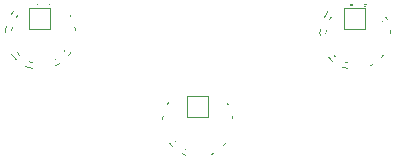
<source format=gbr>
%TF.GenerationSoftware,KiCad,Pcbnew,(6.0.4)*%
%TF.CreationDate,2022-06-06T16:45:48-07:00*%
%TF.ProjectId,Alpenglow_ChillySnowCloud_PCB,416c7065-6e67-46c6-9f77-5f4368696c6c,rev?*%
%TF.SameCoordinates,Original*%
%TF.FileFunction,Legend,Top*%
%TF.FilePolarity,Positive*%
%FSLAX46Y46*%
G04 Gerber Fmt 4.6, Leading zero omitted, Abs format (unit mm)*
G04 Created by KiCad (PCBNEW (6.0.4)) date 2022-06-06 16:45:48*
%MOMM*%
%LPD*%
G01*
G04 APERTURE LIST*
G04 Aperture macros list*
%AMRoundRect*
0 Rectangle with rounded corners*
0 $1 Rounding radius*
0 $2 $3 $4 $5 $6 $7 $8 $9 X,Y pos of 4 corners*
0 Add a 4 corners polygon primitive as box body*
4,1,4,$2,$3,$4,$5,$6,$7,$8,$9,$2,$3,0*
0 Add four circle primitives for the rounded corners*
1,1,$1+$1,$2,$3*
1,1,$1+$1,$4,$5*
1,1,$1+$1,$6,$7*
1,1,$1+$1,$8,$9*
0 Add four rect primitives between the rounded corners*
20,1,$1+$1,$2,$3,$4,$5,0*
20,1,$1+$1,$4,$5,$6,$7,0*
20,1,$1+$1,$6,$7,$8,$9,0*
20,1,$1+$1,$8,$9,$2,$3,0*%
%AMHorizOval*
0 Thick line with rounded ends*
0 $1 width*
0 $2 $3 position (X,Y) of the first rounded end (center of the circle)*
0 $4 $5 position (X,Y) of the second rounded end (center of the circle)*
0 Add line between two ends*
20,1,$1,$2,$3,$4,$5,0*
0 Add two circle primitives to create the rounded ends*
1,1,$1,$2,$3*
1,1,$1,$4,$5*%
G04 Aperture macros list end*
%ADD10C,0.120000*%
%ADD11C,0.010000*%
%ADD12RoundRect,0.050000X-0.900000X0.900000X-0.900000X-0.900000X0.900000X-0.900000X0.900000X0.900000X0*%
%ADD13C,1.900000*%
%ADD14O,2.600000X4.100000*%
%ADD15HorizOval,2.300000X-0.627852X0.168232X0.627852X-0.168232X0*%
%ADD16RoundRect,0.050000X-1.013293X1.047968X-1.401522X-0.400921X1.013293X-1.047968X1.401522X0.400921X0*%
%ADD17HorizOval,1.600000X-0.482963X0.129410X0.482963X-0.129410X0*%
G04 APERTURE END LIST*
D10*
%TO.C,D1*%
X97633200Y-108107800D02*
X94543200Y-108107800D01*
X94543370Y-108107800D02*
G75*
G03*
X96088662Y-113657800I1544830J-2560000D01*
G01*
X96087738Y-113657800D02*
G75*
G03*
X97633030Y-108107800I462J2990000D01*
G01*
X98588200Y-110667800D02*
G75*
G03*
X98588200Y-110667800I-2500000J0D01*
G01*
%TO.C,D2*%
X110942800Y-115550000D02*
X107852800Y-115550000D01*
X109397338Y-121100000D02*
G75*
G03*
X110942630Y-115550000I462J2990000D01*
G01*
X107852970Y-115550000D02*
G75*
G03*
X109398262Y-121100000I1544830J-2560000D01*
G01*
X111897800Y-118110000D02*
G75*
G03*
X111897800Y-118110000I-2500000J0D01*
G01*
%TO.C,D3*%
X124277800Y-108107800D02*
X121187800Y-108107800D01*
X122732338Y-113657800D02*
G75*
G03*
X124277630Y-108107800I462J2990000D01*
G01*
X121187970Y-108107800D02*
G75*
G03*
X122733262Y-113657800I1544830J-2560000D01*
G01*
X125232800Y-110667800D02*
G75*
G03*
X125232800Y-110667800I-2500000J0D01*
G01*
%TD*%
%LPC*%
%TO.C,G\u002A\u002A\u002A*%
G36*
X96718948Y-105001517D02*
G01*
X96720378Y-105823522D01*
X97055717Y-105320447D01*
X97391057Y-104817372D01*
X97406459Y-104827231D01*
X97428290Y-104841354D01*
X97456013Y-104859528D01*
X97488552Y-104881025D01*
X97524831Y-104905124D01*
X97563775Y-104931097D01*
X97604307Y-104958222D01*
X97645351Y-104985772D01*
X97685831Y-105013024D01*
X97724671Y-105039253D01*
X97760796Y-105063735D01*
X97793128Y-105085743D01*
X97820592Y-105104555D01*
X97842111Y-105119445D01*
X97856611Y-105129689D01*
X97863014Y-105134562D01*
X97863230Y-105134836D01*
X97860163Y-105139898D01*
X97851140Y-105153882D01*
X97836471Y-105176320D01*
X97816465Y-105206745D01*
X97791432Y-105244689D01*
X97761683Y-105289684D01*
X97727529Y-105341264D01*
X97689278Y-105398959D01*
X97647241Y-105462303D01*
X97601729Y-105530829D01*
X97553051Y-105604067D01*
X97501518Y-105681551D01*
X97447439Y-105762814D01*
X97391125Y-105847387D01*
X97332886Y-105934803D01*
X97290446Y-105998476D01*
X96717514Y-106857879D01*
X96720378Y-108347335D01*
X96771132Y-108277079D01*
X96780690Y-108263875D01*
X96796440Y-108242151D01*
X96817936Y-108212522D01*
X96844734Y-108175598D01*
X96876388Y-108131994D01*
X96912454Y-108082322D01*
X96952487Y-108027195D01*
X96996041Y-107967225D01*
X97042672Y-107903025D01*
X97091934Y-107835209D01*
X97143383Y-107764388D01*
X97196573Y-107691176D01*
X97251059Y-107616186D01*
X97265568Y-107596219D01*
X97709249Y-106985617D01*
X98430294Y-107509435D01*
X98510714Y-107567882D01*
X98588620Y-107624549D01*
X98663523Y-107679080D01*
X98734938Y-107731117D01*
X98802377Y-107780305D01*
X98865352Y-107826287D01*
X98923376Y-107868706D01*
X98975962Y-107907205D01*
X99022623Y-107941428D01*
X99062872Y-107971018D01*
X99096221Y-107995619D01*
X99122184Y-108014875D01*
X99140272Y-108028428D01*
X99149999Y-108035922D01*
X99151620Y-108037359D01*
X99148392Y-108042318D01*
X99138887Y-108055898D01*
X99123470Y-108077593D01*
X99102507Y-108106895D01*
X99076364Y-108143298D01*
X99045406Y-108186296D01*
X99009999Y-108235383D01*
X98970509Y-108290051D01*
X98927301Y-108349794D01*
X98880741Y-108414106D01*
X98831195Y-108482480D01*
X98779028Y-108554409D01*
X98724607Y-108629388D01*
X98668296Y-108706909D01*
X98661450Y-108716329D01*
X98604872Y-108794189D01*
X98550085Y-108869599D01*
X98497459Y-108942050D01*
X98447364Y-109011032D01*
X98400170Y-109076035D01*
X98356245Y-109136551D01*
X98315960Y-109192068D01*
X98279685Y-109242078D01*
X98247789Y-109286072D01*
X98220642Y-109323538D01*
X98198613Y-109353969D01*
X98182073Y-109376854D01*
X98171391Y-109391683D01*
X98166937Y-109397948D01*
X98166843Y-109398093D01*
X98170747Y-109398388D01*
X98183943Y-109395505D01*
X98205016Y-109389838D01*
X98232551Y-109381779D01*
X98265130Y-109371722D01*
X98288199Y-109364347D01*
X98310320Y-109357181D01*
X98342323Y-109346810D01*
X98383352Y-109333512D01*
X98432551Y-109317564D01*
X98489063Y-109299244D01*
X98552031Y-109278829D01*
X98620601Y-109256597D01*
X98693915Y-109232826D01*
X98771117Y-109207794D01*
X98851351Y-109181777D01*
X98933761Y-109155054D01*
X99017490Y-109127902D01*
X99039198Y-109120862D01*
X99664685Y-108918022D01*
X100286010Y-108141911D01*
X100351814Y-108059725D01*
X100415796Y-107979835D01*
X100477593Y-107902692D01*
X100536842Y-107828751D01*
X100593179Y-107758464D01*
X100646242Y-107692284D01*
X100695665Y-107630663D01*
X100741087Y-107574055D01*
X100782143Y-107522913D01*
X100818471Y-107477689D01*
X100849706Y-107438837D01*
X100875486Y-107406809D01*
X100895447Y-107382058D01*
X100909225Y-107365037D01*
X100916457Y-107356199D01*
X100917430Y-107355062D01*
X100919948Y-107352833D01*
X100923057Y-107351768D01*
X100927508Y-107352406D01*
X100934055Y-107355288D01*
X100943448Y-107360953D01*
X100956440Y-107369942D01*
X100973782Y-107382795D01*
X100996226Y-107400052D01*
X101024524Y-107422251D01*
X101059427Y-107449935D01*
X101101688Y-107483642D01*
X101148051Y-107520707D01*
X101191248Y-107555333D01*
X101231645Y-107587860D01*
X101268407Y-107617604D01*
X101300695Y-107643883D01*
X101327674Y-107666010D01*
X101348506Y-107683304D01*
X101362355Y-107695079D01*
X101368384Y-107700652D01*
X101368578Y-107700970D01*
X101365122Y-107705822D01*
X101355070Y-107718881D01*
X101338894Y-107739554D01*
X101317066Y-107767246D01*
X101290058Y-107801364D01*
X101258342Y-107841312D01*
X101222390Y-107886497D01*
X101182675Y-107936324D01*
X101139668Y-107990200D01*
X101093842Y-108047530D01*
X101045669Y-108107719D01*
X101013599Y-108147747D01*
X100964201Y-108209408D01*
X100916866Y-108268548D01*
X100872063Y-108324577D01*
X100830263Y-108376906D01*
X100791935Y-108424945D01*
X100757549Y-108468103D01*
X100727575Y-108505791D01*
X100702482Y-108537419D01*
X100682741Y-108562396D01*
X100668820Y-108580134D01*
X100661191Y-108590041D01*
X100659828Y-108592003D01*
X100665240Y-108590455D01*
X100680768Y-108585614D01*
X100705797Y-108577678D01*
X100739707Y-108566846D01*
X100781881Y-108553318D01*
X100831701Y-108537293D01*
X100888551Y-108518971D01*
X100951811Y-108498549D01*
X101020864Y-108476228D01*
X101095093Y-108452207D01*
X101173880Y-108426685D01*
X101256607Y-108399861D01*
X101342656Y-108371933D01*
X101390647Y-108356347D01*
X101478379Y-108327866D01*
X101563213Y-108300363D01*
X101644522Y-108274038D01*
X101721682Y-108249093D01*
X101794068Y-108225729D01*
X101861053Y-108204145D01*
X101922013Y-108184544D01*
X101976323Y-108167127D01*
X102023357Y-108152093D01*
X102062490Y-108139645D01*
X102093096Y-108129983D01*
X102114551Y-108123308D01*
X102126228Y-108119821D01*
X102128240Y-108119334D01*
X102135453Y-108120904D01*
X102136222Y-108122075D01*
X102137924Y-108127760D01*
X102142844Y-108143320D01*
X102150704Y-108167895D01*
X102161227Y-108200624D01*
X102174135Y-108240649D01*
X102189152Y-108287109D01*
X102205999Y-108339145D01*
X102224398Y-108395897D01*
X102244073Y-108456505D01*
X102260469Y-108506957D01*
X102280901Y-108570034D01*
X102300168Y-108629970D01*
X102318001Y-108685902D01*
X102334132Y-108736970D01*
X102348295Y-108782309D01*
X102360220Y-108821060D01*
X102369641Y-108852358D01*
X102376288Y-108875343D01*
X102379895Y-108889151D01*
X102380414Y-108893010D01*
X102374758Y-108895082D01*
X102359082Y-108900403D01*
X102334102Y-108908741D01*
X102300536Y-108919860D01*
X102259100Y-108933527D01*
X102210512Y-108949509D01*
X102155488Y-108967570D01*
X102094747Y-108987478D01*
X102029004Y-109008998D01*
X101958978Y-109031897D01*
X101885384Y-109055940D01*
X101808941Y-109080894D01*
X101730366Y-109106524D01*
X101650375Y-109132598D01*
X101569686Y-109158880D01*
X101489015Y-109185137D01*
X101409081Y-109211135D01*
X101330599Y-109236640D01*
X101254288Y-109261419D01*
X101180864Y-109285237D01*
X101111044Y-109307860D01*
X101045546Y-109329055D01*
X100985086Y-109348587D01*
X100930383Y-109366223D01*
X100882152Y-109381729D01*
X100880334Y-109382312D01*
X100848704Y-109392744D01*
X100827112Y-109400587D01*
X100814704Y-109406215D01*
X100810623Y-109410001D01*
X100812600Y-109411890D01*
X100819465Y-109413922D01*
X100836503Y-109418734D01*
X100862996Y-109426128D01*
X100898230Y-109435907D01*
X100941486Y-109447873D01*
X100992049Y-109461829D01*
X101049203Y-109477577D01*
X101112230Y-109494920D01*
X101180414Y-109513659D01*
X101253038Y-109533599D01*
X101329387Y-109554539D01*
X101408744Y-109576285D01*
X101416556Y-109578424D01*
X101495921Y-109600164D01*
X101572184Y-109621064D01*
X101644646Y-109640931D01*
X101712607Y-109659572D01*
X101775365Y-109676797D01*
X101832220Y-109692411D01*
X101882473Y-109706222D01*
X101925424Y-109718039D01*
X101960371Y-109727669D01*
X101986614Y-109734919D01*
X102003454Y-109739598D01*
X102010190Y-109741512D01*
X102010286Y-109741547D01*
X102009045Y-109746978D01*
X102005079Y-109762261D01*
X101998669Y-109786364D01*
X101990093Y-109818254D01*
X101979628Y-109856903D01*
X101967555Y-109901276D01*
X101954150Y-109950345D01*
X101939694Y-110003076D01*
X101936147Y-110015990D01*
X101917397Y-110083817D01*
X101901306Y-110141142D01*
X101887743Y-110188401D01*
X101876575Y-110226032D01*
X101867669Y-110254471D01*
X101860892Y-110274154D01*
X101856112Y-110285518D01*
X101853238Y-110289004D01*
X101847082Y-110287469D01*
X101830580Y-110283092D01*
X101804272Y-110276019D01*
X101768699Y-110266399D01*
X101724400Y-110254379D01*
X101671916Y-110240106D01*
X101611787Y-110223727D01*
X101544553Y-110205391D01*
X101470753Y-110185243D01*
X101390928Y-110163432D01*
X101305619Y-110140104D01*
X101215364Y-110115408D01*
X101120705Y-110089491D01*
X101022181Y-110062499D01*
X100920332Y-110034581D01*
X100834404Y-110011015D01*
X100730181Y-109982439D01*
X100628811Y-109954673D01*
X100530837Y-109927864D01*
X100436799Y-109902160D01*
X100347241Y-109877707D01*
X100262703Y-109854654D01*
X100183729Y-109833147D01*
X100110861Y-109813333D01*
X100044639Y-109795360D01*
X99985607Y-109779376D01*
X99934305Y-109765527D01*
X99891278Y-109753960D01*
X99857065Y-109744824D01*
X99832210Y-109738265D01*
X99817254Y-109734430D01*
X99812759Y-109733422D01*
X99805703Y-109735084D01*
X99788856Y-109739984D01*
X99762986Y-109747873D01*
X99728858Y-109758501D01*
X99687239Y-109771617D01*
X99638895Y-109786973D01*
X99584591Y-109804319D01*
X99525094Y-109823405D01*
X99461171Y-109843981D01*
X99393586Y-109865798D01*
X99323107Y-109888605D01*
X99250500Y-109912154D01*
X99176530Y-109936195D01*
X99101964Y-109960478D01*
X99027569Y-109984752D01*
X98954109Y-110008769D01*
X98882351Y-110032279D01*
X98813062Y-110055032D01*
X98747008Y-110076779D01*
X98684954Y-110097269D01*
X98627667Y-110116253D01*
X98575913Y-110133482D01*
X98530458Y-110148705D01*
X98492068Y-110161674D01*
X98461510Y-110172137D01*
X98439549Y-110179846D01*
X98426952Y-110184551D01*
X98424136Y-110185987D01*
X98429960Y-110188010D01*
X98445792Y-110193281D01*
X98470902Y-110201563D01*
X98504561Y-110212618D01*
X98546039Y-110226209D01*
X98594607Y-110242097D01*
X98649534Y-110260046D01*
X98710092Y-110279819D01*
X98775551Y-110301177D01*
X98845181Y-110323883D01*
X98918253Y-110347700D01*
X98994037Y-110372390D01*
X99071804Y-110397715D01*
X99150823Y-110423439D01*
X99230367Y-110449324D01*
X99309704Y-110475132D01*
X99388106Y-110500625D01*
X99464843Y-110525567D01*
X99539184Y-110549719D01*
X99610402Y-110572845D01*
X99677766Y-110594707D01*
X99740547Y-110615066D01*
X99798014Y-110633687D01*
X99849439Y-110650331D01*
X99894092Y-110664760D01*
X99931244Y-110676738D01*
X99960164Y-110686027D01*
X99964522Y-110687422D01*
X99987462Y-110695378D01*
X100005720Y-110702893D01*
X100017020Y-110708958D01*
X100019570Y-110711810D01*
X100017856Y-110717850D01*
X100012833Y-110734045D01*
X100004688Y-110759817D01*
X99993609Y-110794586D01*
X99979781Y-110837773D01*
X99963391Y-110888800D01*
X99944626Y-110947087D01*
X99923673Y-111012056D01*
X99900718Y-111083128D01*
X99875948Y-111159723D01*
X99849550Y-111241263D01*
X99821710Y-111327168D01*
X99792615Y-111416860D01*
X99762451Y-111509760D01*
X99745089Y-111563196D01*
X99470592Y-112407793D01*
X99404996Y-112386012D01*
X99371165Y-112374826D01*
X99329543Y-112361143D01*
X99280855Y-112345199D01*
X99225826Y-112327226D01*
X99165181Y-112307458D01*
X99099643Y-112286131D01*
X99029939Y-112263478D01*
X98956793Y-112239734D01*
X98880930Y-112215132D01*
X98803074Y-112189906D01*
X98723951Y-112164292D01*
X98644285Y-112138522D01*
X98564802Y-112112831D01*
X98486225Y-112087453D01*
X98409281Y-112062623D01*
X98334693Y-112038574D01*
X98263186Y-112015540D01*
X98195486Y-111993756D01*
X98132317Y-111973456D01*
X98074404Y-111954875D01*
X98022471Y-111938245D01*
X97977244Y-111923801D01*
X97939448Y-111911778D01*
X97909807Y-111902409D01*
X97889046Y-111895929D01*
X97877890Y-111892572D01*
X97876109Y-111892144D01*
X97879092Y-111896894D01*
X97888337Y-111910243D01*
X97903464Y-111931662D01*
X97924092Y-111960623D01*
X97949840Y-111996596D01*
X97980328Y-112039053D01*
X98015174Y-112087465D01*
X98053997Y-112141305D01*
X98096418Y-112200041D01*
X98142056Y-112263148D01*
X98190529Y-112330094D01*
X98241458Y-112400353D01*
X98294460Y-112473395D01*
X98320948Y-112509869D01*
X98385238Y-112598346D01*
X98443251Y-112678117D01*
X98495321Y-112749629D01*
X98541781Y-112813326D01*
X98582966Y-112869653D01*
X98619210Y-112919057D01*
X98650847Y-112961981D01*
X98678209Y-112998872D01*
X98701632Y-113030175D01*
X98721449Y-113056336D01*
X98737993Y-113077799D01*
X98751600Y-113095010D01*
X98762602Y-113108414D01*
X98771334Y-113118456D01*
X98778129Y-113125583D01*
X98783321Y-113130239D01*
X98787245Y-113132869D01*
X98788428Y-113133413D01*
X98795785Y-113136211D01*
X98813174Y-113142763D01*
X98840052Y-113152864D01*
X98875876Y-113166311D01*
X98920106Y-113182902D01*
X98972199Y-113202433D01*
X99031613Y-113224702D01*
X99097805Y-113249504D01*
X99170235Y-113276638D01*
X99248360Y-113305900D01*
X99331638Y-113337086D01*
X99419526Y-113369995D01*
X99511484Y-113404422D01*
X99606968Y-113440165D01*
X99705437Y-113477020D01*
X99762734Y-113498463D01*
X99862361Y-113535754D01*
X99959135Y-113571991D01*
X100052527Y-113606975D01*
X100142008Y-113640508D01*
X100227051Y-113672391D01*
X100307125Y-113702426D01*
X100381703Y-113730413D01*
X100450255Y-113756156D01*
X100512253Y-113779454D01*
X100567168Y-113800109D01*
X100614472Y-113817923D01*
X100653635Y-113832697D01*
X100684129Y-113844232D01*
X100705426Y-113852331D01*
X100716996Y-113856794D01*
X100719050Y-113857645D01*
X100717605Y-113863158D01*
X100712611Y-113877998D01*
X100704524Y-113900940D01*
X100693801Y-113930758D01*
X100680899Y-113966224D01*
X100666274Y-114006112D01*
X100650384Y-114049197D01*
X100633684Y-114094251D01*
X100616632Y-114140049D01*
X100599685Y-114185364D01*
X100583299Y-114228970D01*
X100567930Y-114269641D01*
X100554037Y-114306149D01*
X100542075Y-114337269D01*
X100532500Y-114361775D01*
X100525771Y-114378440D01*
X100522343Y-114386038D01*
X100522152Y-114386309D01*
X100516423Y-114384975D01*
X100500818Y-114379915D01*
X100476028Y-114371379D01*
X100442741Y-114359618D01*
X100401648Y-114344883D01*
X100353438Y-114327425D01*
X100298801Y-114307494D01*
X100238426Y-114285340D01*
X100173003Y-114261216D01*
X100103222Y-114235371D01*
X100029772Y-114208056D01*
X99953343Y-114179523D01*
X99951734Y-114178921D01*
X99875291Y-114150345D01*
X99801853Y-114122934D01*
X99732108Y-114096941D01*
X99666740Y-114072620D01*
X99606437Y-114050226D01*
X99551884Y-114030011D01*
X99503768Y-114012230D01*
X99462775Y-113997136D01*
X99429591Y-113984985D01*
X99404903Y-113976030D01*
X99389396Y-113970524D01*
X99383757Y-113968722D01*
X99383749Y-113968726D01*
X99386830Y-113973384D01*
X99396184Y-113986663D01*
X99411443Y-114008056D01*
X99432241Y-114037055D01*
X99458209Y-114073152D01*
X99488979Y-114115840D01*
X99524184Y-114164611D01*
X99563456Y-114218956D01*
X99606427Y-114278370D01*
X99652731Y-114342343D01*
X99701998Y-114410369D01*
X99753861Y-114481940D01*
X99807953Y-114556547D01*
X99863906Y-114633684D01*
X99921352Y-114712842D01*
X99979924Y-114793514D01*
X100039254Y-114875193D01*
X100098973Y-114957370D01*
X100158716Y-115039538D01*
X100218113Y-115121190D01*
X100276797Y-115201817D01*
X100288635Y-115218076D01*
X100317825Y-115258165D01*
X99987080Y-115498684D01*
X99656335Y-115739204D01*
X99628558Y-115701169D01*
X99621852Y-115691963D01*
X99608930Y-115674203D01*
X99590212Y-115648467D01*
X99566118Y-115615331D01*
X99537068Y-115575375D01*
X99503483Y-115529176D01*
X99465782Y-115477311D01*
X99424386Y-115420360D01*
X99379715Y-115358899D01*
X99332188Y-115293507D01*
X99282226Y-115224761D01*
X99230249Y-115153240D01*
X99176676Y-115079522D01*
X99162927Y-115060601D01*
X99109597Y-114987234D01*
X99058115Y-114916447D01*
X99008867Y-114848773D01*
X98962242Y-114784741D01*
X98918627Y-114724883D01*
X98878410Y-114669729D01*
X98841977Y-114619810D01*
X98809716Y-114575657D01*
X98782015Y-114537801D01*
X98759262Y-114506772D01*
X98741843Y-114483101D01*
X98730146Y-114467319D01*
X98724559Y-114459957D01*
X98724119Y-114459468D01*
X98724264Y-114465176D01*
X98724939Y-114481417D01*
X98726110Y-114507449D01*
X98727740Y-114542530D01*
X98729794Y-114585917D01*
X98732236Y-114636870D01*
X98735031Y-114694645D01*
X98738142Y-114758501D01*
X98741535Y-114827696D01*
X98745172Y-114901488D01*
X98749019Y-114979135D01*
X98752441Y-115047889D01*
X98756442Y-115128226D01*
X98760271Y-115205331D01*
X98763892Y-115278463D01*
X98767268Y-115346883D01*
X98770364Y-115409847D01*
X98773144Y-115466617D01*
X98775570Y-115516450D01*
X98777607Y-115558605D01*
X98779219Y-115592342D01*
X98780370Y-115616919D01*
X98781022Y-115631596D01*
X98781159Y-115635735D01*
X98775475Y-115636351D01*
X98759817Y-115637390D01*
X98735487Y-115638790D01*
X98703788Y-115640491D01*
X98666023Y-115642432D01*
X98623497Y-115644552D01*
X98577513Y-115646790D01*
X98529373Y-115649086D01*
X98480381Y-115651378D01*
X98431840Y-115653606D01*
X98385055Y-115655709D01*
X98341327Y-115657627D01*
X98301961Y-115659297D01*
X98268259Y-115660661D01*
X98241525Y-115661656D01*
X98223063Y-115662222D01*
X98214175Y-115662298D01*
X98213572Y-115662217D01*
X98213026Y-115656421D01*
X98211959Y-115639919D01*
X98210401Y-115613280D01*
X98208382Y-115577074D01*
X98205930Y-115531868D01*
X98203075Y-115478234D01*
X98199847Y-115416740D01*
X98196275Y-115347955D01*
X98192389Y-115272448D01*
X98188219Y-115190790D01*
X98183793Y-115103549D01*
X98179141Y-115011294D01*
X98174293Y-114914594D01*
X98169278Y-114814020D01*
X98164126Y-114710140D01*
X98161769Y-114662424D01*
X98156554Y-114556797D01*
X98151471Y-114453960D01*
X98146551Y-114354501D01*
X98141821Y-114259009D01*
X98137312Y-114168074D01*
X98133053Y-114082285D01*
X98129073Y-114002230D01*
X98125402Y-113928500D01*
X98122069Y-113861681D01*
X98119103Y-113802365D01*
X98116533Y-113751140D01*
X98114390Y-113708594D01*
X98112702Y-113675318D01*
X98111498Y-113651899D01*
X98110808Y-113638928D01*
X98110682Y-113636778D01*
X98110273Y-113632564D01*
X98109384Y-113628054D01*
X98107683Y-113622771D01*
X98104837Y-113616238D01*
X98100514Y-113607979D01*
X98094382Y-113597518D01*
X98086109Y-113584379D01*
X98075361Y-113568085D01*
X98061807Y-113548160D01*
X98045115Y-113524128D01*
X98024951Y-113495511D01*
X98000985Y-113461835D01*
X97972883Y-113422622D01*
X97940313Y-113377396D01*
X97902943Y-113325682D01*
X97860441Y-113267002D01*
X97812474Y-113200880D01*
X97758709Y-113126840D01*
X97698816Y-113044406D01*
X97663735Y-112996134D01*
X97609764Y-112921896D01*
X97557510Y-112850071D01*
X97507369Y-112781200D01*
X97459735Y-112715824D01*
X97415006Y-112654483D01*
X97373575Y-112597720D01*
X97335839Y-112546075D01*
X97302192Y-112500089D01*
X97273031Y-112460304D01*
X97248751Y-112427259D01*
X97229747Y-112401497D01*
X97216415Y-112383559D01*
X97209150Y-112373984D01*
X97207995Y-112372579D01*
X97206558Y-112371281D01*
X97205256Y-112370884D01*
X97204083Y-112371911D01*
X97203032Y-112374888D01*
X97202096Y-112380337D01*
X97201268Y-112388785D01*
X97200543Y-112400753D01*
X97199912Y-112416768D01*
X97199370Y-112437354D01*
X97198910Y-112463033D01*
X97198524Y-112494332D01*
X97198208Y-112531774D01*
X97197952Y-112575883D01*
X97197753Y-112627183D01*
X97197601Y-112686200D01*
X97197491Y-112753456D01*
X97197416Y-112829477D01*
X97197370Y-112914787D01*
X97197345Y-113009910D01*
X97197335Y-113115369D01*
X97197334Y-113209368D01*
X97197334Y-114057289D01*
X95413689Y-114057289D01*
X95413689Y-113215013D01*
X95413686Y-113101136D01*
X95413674Y-112998022D01*
X95413646Y-112905145D01*
X95413594Y-112821980D01*
X95413512Y-112747999D01*
X95413394Y-112682677D01*
X95413233Y-112625488D01*
X95413021Y-112575907D01*
X95412752Y-112533407D01*
X95412420Y-112497461D01*
X95412018Y-112467546D01*
X95411538Y-112443133D01*
X95410975Y-112423697D01*
X95410321Y-112408713D01*
X95409569Y-112397655D01*
X95408714Y-112389995D01*
X95407747Y-112385209D01*
X95406663Y-112382771D01*
X95405455Y-112382154D01*
X95404116Y-112382833D01*
X95403028Y-112383868D01*
X95398105Y-112390105D01*
X95387063Y-112404817D01*
X95370377Y-112427348D01*
X95348525Y-112457042D01*
X95321983Y-112493240D01*
X95291228Y-112535287D01*
X95256736Y-112582525D01*
X95218983Y-112634298D01*
X95178447Y-112689949D01*
X95135604Y-112748822D01*
X95090929Y-112810258D01*
X95044901Y-112873602D01*
X94997995Y-112938197D01*
X94950688Y-113003385D01*
X94903456Y-113068511D01*
X94856777Y-113132917D01*
X94811125Y-113195946D01*
X94766979Y-113256942D01*
X94724814Y-113315247D01*
X94685108Y-113370206D01*
X94648336Y-113421160D01*
X94614975Y-113467454D01*
X94585501Y-113508431D01*
X94560392Y-113543433D01*
X94540124Y-113571804D01*
X94525173Y-113592887D01*
X94516016Y-113606025D01*
X94513187Y-113610363D01*
X94512068Y-113614946D01*
X94510794Y-113624831D01*
X94509346Y-113640394D01*
X94507705Y-113662014D01*
X94505852Y-113690068D01*
X94503767Y-113724934D01*
X94501433Y-113766989D01*
X94498829Y-113816611D01*
X94495937Y-113874177D01*
X94492738Y-113940065D01*
X94489213Y-114014653D01*
X94485342Y-114098318D01*
X94481107Y-114191438D01*
X94476488Y-114294390D01*
X94471467Y-114407552D01*
X94466025Y-114531301D01*
X94461156Y-114642740D01*
X94456505Y-114749015D01*
X94451947Y-114852259D01*
X94447510Y-114951908D01*
X94443220Y-115047395D01*
X94439104Y-115138156D01*
X94435188Y-115223626D01*
X94431498Y-115303241D01*
X94428063Y-115376434D01*
X94424907Y-115442642D01*
X94422058Y-115501299D01*
X94419543Y-115551840D01*
X94417388Y-115593701D01*
X94415619Y-115626316D01*
X94414264Y-115649121D01*
X94413349Y-115661551D01*
X94413022Y-115663793D01*
X94407059Y-115664092D01*
X94391130Y-115663936D01*
X94366547Y-115663374D01*
X94334618Y-115662460D01*
X94296654Y-115661242D01*
X94253965Y-115659774D01*
X94207860Y-115658107D01*
X94159648Y-115656291D01*
X94110641Y-115654378D01*
X94062148Y-115652419D01*
X94015478Y-115650467D01*
X93971941Y-115648571D01*
X93932847Y-115646783D01*
X93899507Y-115645156D01*
X93873229Y-115643739D01*
X93855323Y-115642584D01*
X93847100Y-115641743D01*
X93846720Y-115641605D01*
X93846851Y-115635944D01*
X93847462Y-115619745D01*
X93848519Y-115593749D01*
X93849992Y-115558695D01*
X93851846Y-115515323D01*
X93854051Y-115464373D01*
X93856574Y-115406585D01*
X93859383Y-115342699D01*
X93862446Y-115273454D01*
X93865730Y-115199590D01*
X93869204Y-115121848D01*
X93872397Y-115050711D01*
X93876004Y-114970133D01*
X93879432Y-114892760D01*
X93882651Y-114819334D01*
X93885630Y-114750597D01*
X93888337Y-114687292D01*
X93890743Y-114630160D01*
X93892815Y-114579943D01*
X93894524Y-114537384D01*
X93895837Y-114503223D01*
X93896724Y-114478205D01*
X93897154Y-114463069D01*
X93897130Y-114458515D01*
X93897146Y-114457735D01*
X93897573Y-114456461D01*
X93898092Y-114455131D01*
X93898383Y-114454181D01*
X93898126Y-114454048D01*
X93897001Y-114455170D01*
X93894690Y-114457982D01*
X93890872Y-114462923D01*
X93885228Y-114470427D01*
X93877438Y-114480933D01*
X93867181Y-114494877D01*
X93854140Y-114512697D01*
X93837993Y-114534828D01*
X93818422Y-114561707D01*
X93795106Y-114593772D01*
X93767725Y-114631460D01*
X93735961Y-114675207D01*
X93699494Y-114725449D01*
X93658003Y-114782625D01*
X93611170Y-114847170D01*
X93558673Y-114919521D01*
X93500195Y-115000116D01*
X93435415Y-115089390D01*
X93432763Y-115093045D01*
X93378068Y-115168401D01*
X93325141Y-115241288D01*
X93274367Y-115311179D01*
X93226129Y-115377547D01*
X93180811Y-115439864D01*
X93138798Y-115497603D01*
X93100473Y-115550237D01*
X93066220Y-115597239D01*
X93036424Y-115638080D01*
X93011469Y-115672235D01*
X92991738Y-115699175D01*
X92977616Y-115718373D01*
X92969487Y-115729302D01*
X92967598Y-115731722D01*
X92963948Y-115731356D01*
X92955504Y-115727201D01*
X92941806Y-115718941D01*
X92922398Y-115706258D01*
X92896821Y-115688834D01*
X92864618Y-115666352D01*
X92825330Y-115638495D01*
X92778499Y-115604945D01*
X92723668Y-115565385D01*
X92660378Y-115519498D01*
X92639445Y-115504283D01*
X92585908Y-115465329D01*
X92534956Y-115428203D01*
X92487339Y-115393457D01*
X92443808Y-115361639D01*
X92405114Y-115333301D01*
X92372008Y-115308993D01*
X92345240Y-115289265D01*
X92325561Y-115274667D01*
X92313723Y-115265750D01*
X92310466Y-115263148D01*
X92310481Y-115260691D01*
X92312868Y-115255197D01*
X92317907Y-115246273D01*
X92325877Y-115233522D01*
X92337057Y-115216551D01*
X92351728Y-115194964D01*
X92370168Y-115168366D01*
X92392657Y-115136362D01*
X92419474Y-115098558D01*
X92450900Y-115054558D01*
X92487212Y-115003968D01*
X92528691Y-114946392D01*
X92575617Y-114881436D01*
X92628268Y-114808704D01*
X92686924Y-114727802D01*
X92751864Y-114638334D01*
X92777931Y-114602444D01*
X92833474Y-114525944D01*
X92887141Y-114451955D01*
X92938563Y-114380991D01*
X92987370Y-114313563D01*
X93033192Y-114250186D01*
X93075661Y-114191372D01*
X93114406Y-114137634D01*
X93149057Y-114089486D01*
X93179246Y-114047439D01*
X93204603Y-114012008D01*
X93224757Y-113983704D01*
X93239340Y-113963042D01*
X93247983Y-113950534D01*
X93250376Y-113946672D01*
X93244903Y-113948326D01*
X93229579Y-113953744D01*
X93205098Y-113962665D01*
X93172157Y-113974830D01*
X93131450Y-113989977D01*
X93083673Y-114007846D01*
X93029522Y-114028176D01*
X92969692Y-114050707D01*
X92904878Y-114075179D01*
X92835776Y-114101330D01*
X92763082Y-114128900D01*
X92698575Y-114153412D01*
X92623105Y-114182101D01*
X92550465Y-114209684D01*
X92481367Y-114235893D01*
X92416526Y-114260458D01*
X92356653Y-114283111D01*
X92302462Y-114303583D01*
X92254664Y-114321604D01*
X92213973Y-114336906D01*
X92181102Y-114349219D01*
X92156763Y-114358274D01*
X92141668Y-114363803D01*
X92136672Y-114365520D01*
X92130178Y-114365970D01*
X92124726Y-114362295D01*
X92118956Y-114352579D01*
X92111504Y-114334907D01*
X92107462Y-114324434D01*
X92074620Y-114238185D01*
X92045668Y-114161951D01*
X92020417Y-114095219D01*
X91998681Y-114037478D01*
X91980272Y-113988214D01*
X91965002Y-113946917D01*
X91952683Y-113913073D01*
X91943127Y-113886170D01*
X91936148Y-113865697D01*
X91931557Y-113851142D01*
X91929166Y-113841991D01*
X91928788Y-113837733D01*
X91928981Y-113837378D01*
X91934687Y-113834936D01*
X91950423Y-113828692D01*
X91975660Y-113818850D01*
X92009872Y-113805611D01*
X92052533Y-113789175D01*
X92103115Y-113769744D01*
X92161092Y-113747521D01*
X92225937Y-113722706D01*
X92297122Y-113695501D01*
X92374122Y-113666107D01*
X92456409Y-113634727D01*
X92543457Y-113601561D01*
X92634738Y-113566811D01*
X92729726Y-113530678D01*
X92827893Y-113493365D01*
X92896267Y-113467393D01*
X92996340Y-113429383D01*
X93093619Y-113392422D01*
X93187577Y-113356711D01*
X93277683Y-113322451D01*
X93363409Y-113289844D01*
X93444227Y-113259092D01*
X93519607Y-113230395D01*
X93589021Y-113203956D01*
X93651939Y-113179976D01*
X93707834Y-113158656D01*
X93756176Y-113140198D01*
X93796437Y-113124803D01*
X93828087Y-113112672D01*
X93850598Y-113104007D01*
X93863442Y-113099011D01*
X93866380Y-113097812D01*
X93870359Y-113092968D01*
X93880471Y-113079672D01*
X93896244Y-113058569D01*
X93917206Y-113030306D01*
X93942886Y-112995531D01*
X93972811Y-112954890D01*
X94006511Y-112909030D01*
X94043512Y-112858597D01*
X94083344Y-112804239D01*
X94125535Y-112746602D01*
X94169612Y-112686333D01*
X94215105Y-112624079D01*
X94261541Y-112560486D01*
X94308449Y-112496202D01*
X94355357Y-112431872D01*
X94401793Y-112368145D01*
X94447285Y-112305666D01*
X94491362Y-112245082D01*
X94533551Y-112187041D01*
X94573382Y-112132188D01*
X94610382Y-112081172D01*
X94644080Y-112034638D01*
X94674003Y-111993233D01*
X94699681Y-111957604D01*
X94720641Y-111928398D01*
X94736411Y-111906262D01*
X94746520Y-111891842D01*
X94750497Y-111885786D01*
X94750536Y-111885639D01*
X94745161Y-111887198D01*
X94729641Y-111892062D01*
X94704562Y-111900041D01*
X94670514Y-111910947D01*
X94628083Y-111924588D01*
X94577858Y-111940774D01*
X94520427Y-111959316D01*
X94456378Y-111980024D01*
X94386299Y-112002708D01*
X94310778Y-112027177D01*
X94230402Y-112053242D01*
X94145761Y-112080712D01*
X94057441Y-112109398D01*
X93966031Y-112139110D01*
X93945714Y-112145717D01*
X93853698Y-112175633D01*
X93764639Y-112204572D01*
X93679127Y-112232344D01*
X93597748Y-112258757D01*
X93521092Y-112283622D01*
X93449747Y-112306749D01*
X93384302Y-112327946D01*
X93325344Y-112347023D01*
X93273462Y-112363790D01*
X93229245Y-112378056D01*
X93193280Y-112389631D01*
X93166157Y-112398324D01*
X93148464Y-112403945D01*
X93140789Y-112406303D01*
X93140503Y-112406366D01*
X93138533Y-112400944D01*
X93133321Y-112385478D01*
X93125095Y-112360669D01*
X93114082Y-112327215D01*
X93100507Y-112285817D01*
X93084599Y-112237174D01*
X93066584Y-112181986D01*
X93046689Y-112120951D01*
X93025140Y-112054771D01*
X93002164Y-111984144D01*
X92977987Y-111909770D01*
X92952838Y-111832349D01*
X92926942Y-111752581D01*
X92900526Y-111671164D01*
X92873817Y-111588799D01*
X92847042Y-111506185D01*
X92820428Y-111424022D01*
X92794200Y-111343009D01*
X92768587Y-111263846D01*
X92743815Y-111187233D01*
X92720110Y-111113870D01*
X92697699Y-111044455D01*
X92676810Y-110979688D01*
X92657668Y-110920270D01*
X92640501Y-110866900D01*
X92625536Y-110820277D01*
X92612998Y-110781101D01*
X92603116Y-110750072D01*
X92596115Y-110727888D01*
X92592223Y-110715251D01*
X92591467Y-110712477D01*
X92596695Y-110707538D01*
X92611449Y-110700363D01*
X92634329Y-110691566D01*
X92654967Y-110684600D01*
X92678951Y-110676859D01*
X92711543Y-110666316D01*
X92752017Y-110653208D01*
X92799645Y-110637770D01*
X92853699Y-110620240D01*
X92913453Y-110600854D01*
X92978178Y-110579847D01*
X93047148Y-110557458D01*
X93119634Y-110533921D01*
X93194910Y-110509473D01*
X93272248Y-110484352D01*
X93350920Y-110458792D01*
X93430199Y-110433031D01*
X93509359Y-110407306D01*
X93587670Y-110381851D01*
X93664406Y-110356905D01*
X93738840Y-110332703D01*
X93810244Y-110309481D01*
X93877890Y-110287477D01*
X93941052Y-110266926D01*
X93999001Y-110248065D01*
X94051010Y-110231130D01*
X94096353Y-110216359D01*
X94134300Y-110203986D01*
X94164126Y-110194249D01*
X94185103Y-110187384D01*
X94196502Y-110183628D01*
X94198442Y-110182965D01*
X94193313Y-110181138D01*
X94178059Y-110176027D01*
X94153292Y-110167831D01*
X94119626Y-110156751D01*
X94077673Y-110142987D01*
X94028046Y-110126739D01*
X93971357Y-110108207D01*
X93908220Y-110087592D01*
X93839246Y-110065093D01*
X93765048Y-110040912D01*
X93686240Y-110015247D01*
X93603434Y-109988300D01*
X93517241Y-109960270D01*
X93463641Y-109942848D01*
X92727708Y-109703699D01*
X91721931Y-109975944D01*
X91618057Y-110004030D01*
X91517103Y-110031266D01*
X91419607Y-110057510D01*
X91326110Y-110082618D01*
X91237150Y-110106449D01*
X91153267Y-110128857D01*
X91075000Y-110149702D01*
X91002889Y-110168840D01*
X90937474Y-110186127D01*
X90879293Y-110201421D01*
X90828886Y-110214579D01*
X90786793Y-110225459D01*
X90753553Y-110233916D01*
X90729706Y-110239809D01*
X90715790Y-110242994D01*
X90712177Y-110243506D01*
X90709878Y-110237207D01*
X90705090Y-110221371D01*
X90698152Y-110197259D01*
X90689403Y-110166136D01*
X90679184Y-110129265D01*
X90667834Y-110087908D01*
X90655692Y-110043330D01*
X90643099Y-109996792D01*
X90630394Y-109949560D01*
X90617916Y-109902895D01*
X90606006Y-109858061D01*
X90595002Y-109816322D01*
X90585245Y-109778940D01*
X90577074Y-109747179D01*
X90570829Y-109722302D01*
X90566849Y-109705573D01*
X90565475Y-109698254D01*
X90565522Y-109698039D01*
X90571188Y-109696347D01*
X90587038Y-109691918D01*
X90612354Y-109684946D01*
X90646419Y-109675626D01*
X90688515Y-109664154D01*
X90737925Y-109650724D01*
X90793930Y-109635531D01*
X90855814Y-109618770D01*
X90922858Y-109600635D01*
X90994346Y-109581322D01*
X91069559Y-109561026D01*
X91138022Y-109542569D01*
X91216130Y-109521508D01*
X91291289Y-109501211D01*
X91362766Y-109481879D01*
X91429829Y-109463711D01*
X91491745Y-109446906D01*
X91547782Y-109431664D01*
X91597207Y-109418184D01*
X91639287Y-109406667D01*
X91673290Y-109397310D01*
X91698484Y-109390314D01*
X91714136Y-109385879D01*
X91719400Y-109384267D01*
X91720612Y-109381882D01*
X91715262Y-109378012D01*
X91702513Y-109372323D01*
X91681531Y-109364484D01*
X91651480Y-109354164D01*
X91611525Y-109341029D01*
X91606511Y-109339405D01*
X91484674Y-109299964D01*
X91365867Y-109261450D01*
X91250532Y-109224008D01*
X91139110Y-109187782D01*
X91032041Y-109152918D01*
X90929767Y-109119560D01*
X90832729Y-109087854D01*
X90741366Y-109057943D01*
X90656122Y-109029974D01*
X90577435Y-109004091D01*
X90505748Y-108980440D01*
X90441501Y-108959164D01*
X90385136Y-108940409D01*
X90337092Y-108924320D01*
X90297811Y-108911042D01*
X90267734Y-108900720D01*
X90247303Y-108893499D01*
X90236956Y-108889523D01*
X90235703Y-108888801D01*
X90237645Y-108882167D01*
X90242742Y-108865904D01*
X90250654Y-108841060D01*
X90261039Y-108808686D01*
X90273555Y-108769830D01*
X90287860Y-108725543D01*
X90303614Y-108676874D01*
X90320475Y-108624872D01*
X90338100Y-108570588D01*
X90356149Y-108515070D01*
X90374280Y-108459369D01*
X90392152Y-108404534D01*
X90409423Y-108351614D01*
X90425751Y-108301659D01*
X90440795Y-108255719D01*
X90454214Y-108214843D01*
X90465665Y-108180081D01*
X90474808Y-108152483D01*
X90481301Y-108133097D01*
X90484802Y-108122974D01*
X90485293Y-108121745D01*
X90491197Y-108122560D01*
X90507649Y-108126896D01*
X90534489Y-108134703D01*
X90571558Y-108145931D01*
X90618696Y-108160528D01*
X90675741Y-108178445D01*
X90742535Y-108199631D01*
X90818916Y-108224035D01*
X90904725Y-108251606D01*
X90999803Y-108282295D01*
X91103987Y-108316049D01*
X91217119Y-108352820D01*
X91236800Y-108359227D01*
X91325509Y-108388099D01*
X91411250Y-108415975D01*
X91493411Y-108442659D01*
X91571383Y-108467953D01*
X91644555Y-108491660D01*
X91712315Y-108513584D01*
X91774053Y-108533526D01*
X91829159Y-108551290D01*
X91877022Y-108566679D01*
X91917030Y-108579496D01*
X91948574Y-108589543D01*
X91971043Y-108596623D01*
X91983826Y-108600540D01*
X91986687Y-108601291D01*
X91983522Y-108596770D01*
X91973778Y-108584002D01*
X91957912Y-108563567D01*
X91936381Y-108536045D01*
X91909644Y-108502016D01*
X91878159Y-108462061D01*
X91842381Y-108416760D01*
X91802770Y-108366692D01*
X91759783Y-108312439D01*
X91713878Y-108254579D01*
X91665512Y-108193694D01*
X91621245Y-108138032D01*
X91571064Y-108074913D01*
X91522931Y-108014268D01*
X91477306Y-107956681D01*
X91434648Y-107902735D01*
X91395415Y-107853016D01*
X91360067Y-107808106D01*
X91329062Y-107768590D01*
X91302860Y-107735051D01*
X91281920Y-107708073D01*
X91266700Y-107688241D01*
X91257660Y-107676138D01*
X91255181Y-107672347D01*
X91259739Y-107668169D01*
X91272296Y-107657660D01*
X91292006Y-107641506D01*
X91318022Y-107620390D01*
X91349498Y-107594996D01*
X91385587Y-107566010D01*
X91425443Y-107534115D01*
X91468220Y-107499995D01*
X91476642Y-107493290D01*
X91528712Y-107451951D01*
X91572648Y-107417312D01*
X91609053Y-107388925D01*
X91638530Y-107366342D01*
X91661683Y-107349116D01*
X91679115Y-107336799D01*
X91691429Y-107328944D01*
X91699228Y-107325101D01*
X91703117Y-107324825D01*
X91703371Y-107325032D01*
X91707528Y-107330108D01*
X91718353Y-107343575D01*
X91735491Y-107364988D01*
X91758588Y-107393901D01*
X91787287Y-107429868D01*
X91821235Y-107472443D01*
X91860075Y-107521180D01*
X91903453Y-107575634D01*
X91951013Y-107635357D01*
X92002400Y-107699905D01*
X92057259Y-107768831D01*
X92115234Y-107841690D01*
X92175971Y-107918035D01*
X92239115Y-107997421D01*
X92304309Y-108079402D01*
X92342792Y-108127800D01*
X92975570Y-108923667D01*
X93707734Y-109161737D01*
X93795489Y-109190256D01*
X93880265Y-109217777D01*
X93961444Y-109244100D01*
X94038410Y-109269028D01*
X94110544Y-109292361D01*
X94177232Y-109313900D01*
X94237854Y-109333446D01*
X94291795Y-109350802D01*
X94338438Y-109365767D01*
X94377165Y-109378143D01*
X94407360Y-109387732D01*
X94428405Y-109394334D01*
X94439684Y-109397751D01*
X94441507Y-109398197D01*
X94438437Y-109393528D01*
X94429095Y-109380238D01*
X94413847Y-109358837D01*
X94393061Y-109329834D01*
X94367104Y-109293736D01*
X94336344Y-109251054D01*
X94301149Y-109202296D01*
X94261886Y-109147970D01*
X94218923Y-109088587D01*
X94172627Y-109024654D01*
X94123366Y-108956680D01*
X94071507Y-108885174D01*
X94017418Y-108810646D01*
X93961734Y-108733972D01*
X93905536Y-108656612D01*
X93851028Y-108581576D01*
X93798594Y-108509388D01*
X93748615Y-108440575D01*
X93701473Y-108375662D01*
X93657548Y-108315175D01*
X93617224Y-108259639D01*
X93580881Y-108209580D01*
X93548900Y-108165524D01*
X93521665Y-108127997D01*
X93499556Y-108097523D01*
X93482955Y-108074628D01*
X93472243Y-108059839D01*
X93467863Y-108053765D01*
X93455372Y-108036175D01*
X94175497Y-107512940D01*
X94255912Y-107454557D01*
X94333885Y-107398035D01*
X94408925Y-107343727D01*
X94480540Y-107291986D01*
X94548238Y-107243163D01*
X94611527Y-107197611D01*
X94669916Y-107155682D01*
X94722911Y-107117730D01*
X94770023Y-107084106D01*
X94810758Y-107055163D01*
X94844625Y-107031253D01*
X94871133Y-107012730D01*
X94889788Y-106999944D01*
X94900100Y-106993250D01*
X94902067Y-106992297D01*
X94906068Y-106997086D01*
X94916325Y-107010510D01*
X94932469Y-107032066D01*
X94954128Y-107061250D01*
X94980935Y-107097558D01*
X95012519Y-107140485D01*
X95048511Y-107189528D01*
X95088541Y-107244182D01*
X95132240Y-107303943D01*
X95179238Y-107368307D01*
X95229166Y-107436770D01*
X95281654Y-107508827D01*
X95336333Y-107583975D01*
X95392832Y-107661709D01*
X95402400Y-107674881D01*
X95896289Y-108354874D01*
X95897720Y-107591175D01*
X95899152Y-106827477D01*
X95339475Y-105964928D01*
X95281282Y-105875213D01*
X95224756Y-105788007D01*
X95170202Y-105703785D01*
X95117926Y-105623021D01*
X95068234Y-105546188D01*
X95021432Y-105473761D01*
X94977824Y-105406214D01*
X94937717Y-105344022D01*
X94901416Y-105287657D01*
X94869227Y-105237595D01*
X94841455Y-105194310D01*
X94818407Y-105158275D01*
X94800387Y-105129966D01*
X94787702Y-105109855D01*
X94780656Y-105098417D01*
X94779243Y-105095840D01*
X94783730Y-105091575D01*
X94796816Y-105081815D01*
X94817604Y-105067169D01*
X94845196Y-105048244D01*
X94878694Y-105025651D01*
X94917202Y-104999998D01*
X94959821Y-104971894D01*
X95005655Y-104941948D01*
X95015465Y-104935573D01*
X95069025Y-104900831D01*
X95113928Y-104871809D01*
X95150962Y-104848043D01*
X95180916Y-104829071D01*
X95204580Y-104814430D01*
X95222742Y-104803658D01*
X95236190Y-104796291D01*
X95245713Y-104791868D01*
X95252100Y-104789924D01*
X95256140Y-104789999D01*
X95258622Y-104791629D01*
X95259303Y-104792533D01*
X95263296Y-104798660D01*
X95273016Y-104813615D01*
X95288045Y-104836754D01*
X95307966Y-104867434D01*
X95332361Y-104905012D01*
X95360814Y-104948845D01*
X95392906Y-104998289D01*
X95428220Y-105052702D01*
X95466339Y-105111440D01*
X95506845Y-105173861D01*
X95549321Y-105239320D01*
X95582738Y-105290822D01*
X95899111Y-105778422D01*
X95899111Y-104179511D01*
X96717518Y-104179511D01*
X96718948Y-105001517D01*
G37*
D11*
X96718948Y-105001517D02*
X96720378Y-105823522D01*
X97055717Y-105320447D01*
X97391057Y-104817372D01*
X97406459Y-104827231D01*
X97428290Y-104841354D01*
X97456013Y-104859528D01*
X97488552Y-104881025D01*
X97524831Y-104905124D01*
X97563775Y-104931097D01*
X97604307Y-104958222D01*
X97645351Y-104985772D01*
X97685831Y-105013024D01*
X97724671Y-105039253D01*
X97760796Y-105063735D01*
X97793128Y-105085743D01*
X97820592Y-105104555D01*
X97842111Y-105119445D01*
X97856611Y-105129689D01*
X97863014Y-105134562D01*
X97863230Y-105134836D01*
X97860163Y-105139898D01*
X97851140Y-105153882D01*
X97836471Y-105176320D01*
X97816465Y-105206745D01*
X97791432Y-105244689D01*
X97761683Y-105289684D01*
X97727529Y-105341264D01*
X97689278Y-105398959D01*
X97647241Y-105462303D01*
X97601729Y-105530829D01*
X97553051Y-105604067D01*
X97501518Y-105681551D01*
X97447439Y-105762814D01*
X97391125Y-105847387D01*
X97332886Y-105934803D01*
X97290446Y-105998476D01*
X96717514Y-106857879D01*
X96720378Y-108347335D01*
X96771132Y-108277079D01*
X96780690Y-108263875D01*
X96796440Y-108242151D01*
X96817936Y-108212522D01*
X96844734Y-108175598D01*
X96876388Y-108131994D01*
X96912454Y-108082322D01*
X96952487Y-108027195D01*
X96996041Y-107967225D01*
X97042672Y-107903025D01*
X97091934Y-107835209D01*
X97143383Y-107764388D01*
X97196573Y-107691176D01*
X97251059Y-107616186D01*
X97265568Y-107596219D01*
X97709249Y-106985617D01*
X98430294Y-107509435D01*
X98510714Y-107567882D01*
X98588620Y-107624549D01*
X98663523Y-107679080D01*
X98734938Y-107731117D01*
X98802377Y-107780305D01*
X98865352Y-107826287D01*
X98923376Y-107868706D01*
X98975962Y-107907205D01*
X99022623Y-107941428D01*
X99062872Y-107971018D01*
X99096221Y-107995619D01*
X99122184Y-108014875D01*
X99140272Y-108028428D01*
X99149999Y-108035922D01*
X99151620Y-108037359D01*
X99148392Y-108042318D01*
X99138887Y-108055898D01*
X99123470Y-108077593D01*
X99102507Y-108106895D01*
X99076364Y-108143298D01*
X99045406Y-108186296D01*
X99009999Y-108235383D01*
X98970509Y-108290051D01*
X98927301Y-108349794D01*
X98880741Y-108414106D01*
X98831195Y-108482480D01*
X98779028Y-108554409D01*
X98724607Y-108629388D01*
X98668296Y-108706909D01*
X98661450Y-108716329D01*
X98604872Y-108794189D01*
X98550085Y-108869599D01*
X98497459Y-108942050D01*
X98447364Y-109011032D01*
X98400170Y-109076035D01*
X98356245Y-109136551D01*
X98315960Y-109192068D01*
X98279685Y-109242078D01*
X98247789Y-109286072D01*
X98220642Y-109323538D01*
X98198613Y-109353969D01*
X98182073Y-109376854D01*
X98171391Y-109391683D01*
X98166937Y-109397948D01*
X98166843Y-109398093D01*
X98170747Y-109398388D01*
X98183943Y-109395505D01*
X98205016Y-109389838D01*
X98232551Y-109381779D01*
X98265130Y-109371722D01*
X98288199Y-109364347D01*
X98310320Y-109357181D01*
X98342323Y-109346810D01*
X98383352Y-109333512D01*
X98432551Y-109317564D01*
X98489063Y-109299244D01*
X98552031Y-109278829D01*
X98620601Y-109256597D01*
X98693915Y-109232826D01*
X98771117Y-109207794D01*
X98851351Y-109181777D01*
X98933761Y-109155054D01*
X99017490Y-109127902D01*
X99039198Y-109120862D01*
X99664685Y-108918022D01*
X100286010Y-108141911D01*
X100351814Y-108059725D01*
X100415796Y-107979835D01*
X100477593Y-107902692D01*
X100536842Y-107828751D01*
X100593179Y-107758464D01*
X100646242Y-107692284D01*
X100695665Y-107630663D01*
X100741087Y-107574055D01*
X100782143Y-107522913D01*
X100818471Y-107477689D01*
X100849706Y-107438837D01*
X100875486Y-107406809D01*
X100895447Y-107382058D01*
X100909225Y-107365037D01*
X100916457Y-107356199D01*
X100917430Y-107355062D01*
X100919948Y-107352833D01*
X100923057Y-107351768D01*
X100927508Y-107352406D01*
X100934055Y-107355288D01*
X100943448Y-107360953D01*
X100956440Y-107369942D01*
X100973782Y-107382795D01*
X100996226Y-107400052D01*
X101024524Y-107422251D01*
X101059427Y-107449935D01*
X101101688Y-107483642D01*
X101148051Y-107520707D01*
X101191248Y-107555333D01*
X101231645Y-107587860D01*
X101268407Y-107617604D01*
X101300695Y-107643883D01*
X101327674Y-107666010D01*
X101348506Y-107683304D01*
X101362355Y-107695079D01*
X101368384Y-107700652D01*
X101368578Y-107700970D01*
X101365122Y-107705822D01*
X101355070Y-107718881D01*
X101338894Y-107739554D01*
X101317066Y-107767246D01*
X101290058Y-107801364D01*
X101258342Y-107841312D01*
X101222390Y-107886497D01*
X101182675Y-107936324D01*
X101139668Y-107990200D01*
X101093842Y-108047530D01*
X101045669Y-108107719D01*
X101013599Y-108147747D01*
X100964201Y-108209408D01*
X100916866Y-108268548D01*
X100872063Y-108324577D01*
X100830263Y-108376906D01*
X100791935Y-108424945D01*
X100757549Y-108468103D01*
X100727575Y-108505791D01*
X100702482Y-108537419D01*
X100682741Y-108562396D01*
X100668820Y-108580134D01*
X100661191Y-108590041D01*
X100659828Y-108592003D01*
X100665240Y-108590455D01*
X100680768Y-108585614D01*
X100705797Y-108577678D01*
X100739707Y-108566846D01*
X100781881Y-108553318D01*
X100831701Y-108537293D01*
X100888551Y-108518971D01*
X100951811Y-108498549D01*
X101020864Y-108476228D01*
X101095093Y-108452207D01*
X101173880Y-108426685D01*
X101256607Y-108399861D01*
X101342656Y-108371933D01*
X101390647Y-108356347D01*
X101478379Y-108327866D01*
X101563213Y-108300363D01*
X101644522Y-108274038D01*
X101721682Y-108249093D01*
X101794068Y-108225729D01*
X101861053Y-108204145D01*
X101922013Y-108184544D01*
X101976323Y-108167127D01*
X102023357Y-108152093D01*
X102062490Y-108139645D01*
X102093096Y-108129983D01*
X102114551Y-108123308D01*
X102126228Y-108119821D01*
X102128240Y-108119334D01*
X102135453Y-108120904D01*
X102136222Y-108122075D01*
X102137924Y-108127760D01*
X102142844Y-108143320D01*
X102150704Y-108167895D01*
X102161227Y-108200624D01*
X102174135Y-108240649D01*
X102189152Y-108287109D01*
X102205999Y-108339145D01*
X102224398Y-108395897D01*
X102244073Y-108456505D01*
X102260469Y-108506957D01*
X102280901Y-108570034D01*
X102300168Y-108629970D01*
X102318001Y-108685902D01*
X102334132Y-108736970D01*
X102348295Y-108782309D01*
X102360220Y-108821060D01*
X102369641Y-108852358D01*
X102376288Y-108875343D01*
X102379895Y-108889151D01*
X102380414Y-108893010D01*
X102374758Y-108895082D01*
X102359082Y-108900403D01*
X102334102Y-108908741D01*
X102300536Y-108919860D01*
X102259100Y-108933527D01*
X102210512Y-108949509D01*
X102155488Y-108967570D01*
X102094747Y-108987478D01*
X102029004Y-109008998D01*
X101958978Y-109031897D01*
X101885384Y-109055940D01*
X101808941Y-109080894D01*
X101730366Y-109106524D01*
X101650375Y-109132598D01*
X101569686Y-109158880D01*
X101489015Y-109185137D01*
X101409081Y-109211135D01*
X101330599Y-109236640D01*
X101254288Y-109261419D01*
X101180864Y-109285237D01*
X101111044Y-109307860D01*
X101045546Y-109329055D01*
X100985086Y-109348587D01*
X100930383Y-109366223D01*
X100882152Y-109381729D01*
X100880334Y-109382312D01*
X100848704Y-109392744D01*
X100827112Y-109400587D01*
X100814704Y-109406215D01*
X100810623Y-109410001D01*
X100812600Y-109411890D01*
X100819465Y-109413922D01*
X100836503Y-109418734D01*
X100862996Y-109426128D01*
X100898230Y-109435907D01*
X100941486Y-109447873D01*
X100992049Y-109461829D01*
X101049203Y-109477577D01*
X101112230Y-109494920D01*
X101180414Y-109513659D01*
X101253038Y-109533599D01*
X101329387Y-109554539D01*
X101408744Y-109576285D01*
X101416556Y-109578424D01*
X101495921Y-109600164D01*
X101572184Y-109621064D01*
X101644646Y-109640931D01*
X101712607Y-109659572D01*
X101775365Y-109676797D01*
X101832220Y-109692411D01*
X101882473Y-109706222D01*
X101925424Y-109718039D01*
X101960371Y-109727669D01*
X101986614Y-109734919D01*
X102003454Y-109739598D01*
X102010190Y-109741512D01*
X102010286Y-109741547D01*
X102009045Y-109746978D01*
X102005079Y-109762261D01*
X101998669Y-109786364D01*
X101990093Y-109818254D01*
X101979628Y-109856903D01*
X101967555Y-109901276D01*
X101954150Y-109950345D01*
X101939694Y-110003076D01*
X101936147Y-110015990D01*
X101917397Y-110083817D01*
X101901306Y-110141142D01*
X101887743Y-110188401D01*
X101876575Y-110226032D01*
X101867669Y-110254471D01*
X101860892Y-110274154D01*
X101856112Y-110285518D01*
X101853238Y-110289004D01*
X101847082Y-110287469D01*
X101830580Y-110283092D01*
X101804272Y-110276019D01*
X101768699Y-110266399D01*
X101724400Y-110254379D01*
X101671916Y-110240106D01*
X101611787Y-110223727D01*
X101544553Y-110205391D01*
X101470753Y-110185243D01*
X101390928Y-110163432D01*
X101305619Y-110140104D01*
X101215364Y-110115408D01*
X101120705Y-110089491D01*
X101022181Y-110062499D01*
X100920332Y-110034581D01*
X100834404Y-110011015D01*
X100730181Y-109982439D01*
X100628811Y-109954673D01*
X100530837Y-109927864D01*
X100436799Y-109902160D01*
X100347241Y-109877707D01*
X100262703Y-109854654D01*
X100183729Y-109833147D01*
X100110861Y-109813333D01*
X100044639Y-109795360D01*
X99985607Y-109779376D01*
X99934305Y-109765527D01*
X99891278Y-109753960D01*
X99857065Y-109744824D01*
X99832210Y-109738265D01*
X99817254Y-109734430D01*
X99812759Y-109733422D01*
X99805703Y-109735084D01*
X99788856Y-109739984D01*
X99762986Y-109747873D01*
X99728858Y-109758501D01*
X99687239Y-109771617D01*
X99638895Y-109786973D01*
X99584591Y-109804319D01*
X99525094Y-109823405D01*
X99461171Y-109843981D01*
X99393586Y-109865798D01*
X99323107Y-109888605D01*
X99250500Y-109912154D01*
X99176530Y-109936195D01*
X99101964Y-109960478D01*
X99027569Y-109984752D01*
X98954109Y-110008769D01*
X98882351Y-110032279D01*
X98813062Y-110055032D01*
X98747008Y-110076779D01*
X98684954Y-110097269D01*
X98627667Y-110116253D01*
X98575913Y-110133482D01*
X98530458Y-110148705D01*
X98492068Y-110161674D01*
X98461510Y-110172137D01*
X98439549Y-110179846D01*
X98426952Y-110184551D01*
X98424136Y-110185987D01*
X98429960Y-110188010D01*
X98445792Y-110193281D01*
X98470902Y-110201563D01*
X98504561Y-110212618D01*
X98546039Y-110226209D01*
X98594607Y-110242097D01*
X98649534Y-110260046D01*
X98710092Y-110279819D01*
X98775551Y-110301177D01*
X98845181Y-110323883D01*
X98918253Y-110347700D01*
X98994037Y-110372390D01*
X99071804Y-110397715D01*
X99150823Y-110423439D01*
X99230367Y-110449324D01*
X99309704Y-110475132D01*
X99388106Y-110500625D01*
X99464843Y-110525567D01*
X99539184Y-110549719D01*
X99610402Y-110572845D01*
X99677766Y-110594707D01*
X99740547Y-110615066D01*
X99798014Y-110633687D01*
X99849439Y-110650331D01*
X99894092Y-110664760D01*
X99931244Y-110676738D01*
X99960164Y-110686027D01*
X99964522Y-110687422D01*
X99987462Y-110695378D01*
X100005720Y-110702893D01*
X100017020Y-110708958D01*
X100019570Y-110711810D01*
X100017856Y-110717850D01*
X100012833Y-110734045D01*
X100004688Y-110759817D01*
X99993609Y-110794586D01*
X99979781Y-110837773D01*
X99963391Y-110888800D01*
X99944626Y-110947087D01*
X99923673Y-111012056D01*
X99900718Y-111083128D01*
X99875948Y-111159723D01*
X99849550Y-111241263D01*
X99821710Y-111327168D01*
X99792615Y-111416860D01*
X99762451Y-111509760D01*
X99745089Y-111563196D01*
X99470592Y-112407793D01*
X99404996Y-112386012D01*
X99371165Y-112374826D01*
X99329543Y-112361143D01*
X99280855Y-112345199D01*
X99225826Y-112327226D01*
X99165181Y-112307458D01*
X99099643Y-112286131D01*
X99029939Y-112263478D01*
X98956793Y-112239734D01*
X98880930Y-112215132D01*
X98803074Y-112189906D01*
X98723951Y-112164292D01*
X98644285Y-112138522D01*
X98564802Y-112112831D01*
X98486225Y-112087453D01*
X98409281Y-112062623D01*
X98334693Y-112038574D01*
X98263186Y-112015540D01*
X98195486Y-111993756D01*
X98132317Y-111973456D01*
X98074404Y-111954875D01*
X98022471Y-111938245D01*
X97977244Y-111923801D01*
X97939448Y-111911778D01*
X97909807Y-111902409D01*
X97889046Y-111895929D01*
X97877890Y-111892572D01*
X97876109Y-111892144D01*
X97879092Y-111896894D01*
X97888337Y-111910243D01*
X97903464Y-111931662D01*
X97924092Y-111960623D01*
X97949840Y-111996596D01*
X97980328Y-112039053D01*
X98015174Y-112087465D01*
X98053997Y-112141305D01*
X98096418Y-112200041D01*
X98142056Y-112263148D01*
X98190529Y-112330094D01*
X98241458Y-112400353D01*
X98294460Y-112473395D01*
X98320948Y-112509869D01*
X98385238Y-112598346D01*
X98443251Y-112678117D01*
X98495321Y-112749629D01*
X98541781Y-112813326D01*
X98582966Y-112869653D01*
X98619210Y-112919057D01*
X98650847Y-112961981D01*
X98678209Y-112998872D01*
X98701632Y-113030175D01*
X98721449Y-113056336D01*
X98737993Y-113077799D01*
X98751600Y-113095010D01*
X98762602Y-113108414D01*
X98771334Y-113118456D01*
X98778129Y-113125583D01*
X98783321Y-113130239D01*
X98787245Y-113132869D01*
X98788428Y-113133413D01*
X98795785Y-113136211D01*
X98813174Y-113142763D01*
X98840052Y-113152864D01*
X98875876Y-113166311D01*
X98920106Y-113182902D01*
X98972199Y-113202433D01*
X99031613Y-113224702D01*
X99097805Y-113249504D01*
X99170235Y-113276638D01*
X99248360Y-113305900D01*
X99331638Y-113337086D01*
X99419526Y-113369995D01*
X99511484Y-113404422D01*
X99606968Y-113440165D01*
X99705437Y-113477020D01*
X99762734Y-113498463D01*
X99862361Y-113535754D01*
X99959135Y-113571991D01*
X100052527Y-113606975D01*
X100142008Y-113640508D01*
X100227051Y-113672391D01*
X100307125Y-113702426D01*
X100381703Y-113730413D01*
X100450255Y-113756156D01*
X100512253Y-113779454D01*
X100567168Y-113800109D01*
X100614472Y-113817923D01*
X100653635Y-113832697D01*
X100684129Y-113844232D01*
X100705426Y-113852331D01*
X100716996Y-113856794D01*
X100719050Y-113857645D01*
X100717605Y-113863158D01*
X100712611Y-113877998D01*
X100704524Y-113900940D01*
X100693801Y-113930758D01*
X100680899Y-113966224D01*
X100666274Y-114006112D01*
X100650384Y-114049197D01*
X100633684Y-114094251D01*
X100616632Y-114140049D01*
X100599685Y-114185364D01*
X100583299Y-114228970D01*
X100567930Y-114269641D01*
X100554037Y-114306149D01*
X100542075Y-114337269D01*
X100532500Y-114361775D01*
X100525771Y-114378440D01*
X100522343Y-114386038D01*
X100522152Y-114386309D01*
X100516423Y-114384975D01*
X100500818Y-114379915D01*
X100476028Y-114371379D01*
X100442741Y-114359618D01*
X100401648Y-114344883D01*
X100353438Y-114327425D01*
X100298801Y-114307494D01*
X100238426Y-114285340D01*
X100173003Y-114261216D01*
X100103222Y-114235371D01*
X100029772Y-114208056D01*
X99953343Y-114179523D01*
X99951734Y-114178921D01*
X99875291Y-114150345D01*
X99801853Y-114122934D01*
X99732108Y-114096941D01*
X99666740Y-114072620D01*
X99606437Y-114050226D01*
X99551884Y-114030011D01*
X99503768Y-114012230D01*
X99462775Y-113997136D01*
X99429591Y-113984985D01*
X99404903Y-113976030D01*
X99389396Y-113970524D01*
X99383757Y-113968722D01*
X99383749Y-113968726D01*
X99386830Y-113973384D01*
X99396184Y-113986663D01*
X99411443Y-114008056D01*
X99432241Y-114037055D01*
X99458209Y-114073152D01*
X99488979Y-114115840D01*
X99524184Y-114164611D01*
X99563456Y-114218956D01*
X99606427Y-114278370D01*
X99652731Y-114342343D01*
X99701998Y-114410369D01*
X99753861Y-114481940D01*
X99807953Y-114556547D01*
X99863906Y-114633684D01*
X99921352Y-114712842D01*
X99979924Y-114793514D01*
X100039254Y-114875193D01*
X100098973Y-114957370D01*
X100158716Y-115039538D01*
X100218113Y-115121190D01*
X100276797Y-115201817D01*
X100288635Y-115218076D01*
X100317825Y-115258165D01*
X99987080Y-115498684D01*
X99656335Y-115739204D01*
X99628558Y-115701169D01*
X99621852Y-115691963D01*
X99608930Y-115674203D01*
X99590212Y-115648467D01*
X99566118Y-115615331D01*
X99537068Y-115575375D01*
X99503483Y-115529176D01*
X99465782Y-115477311D01*
X99424386Y-115420360D01*
X99379715Y-115358899D01*
X99332188Y-115293507D01*
X99282226Y-115224761D01*
X99230249Y-115153240D01*
X99176676Y-115079522D01*
X99162927Y-115060601D01*
X99109597Y-114987234D01*
X99058115Y-114916447D01*
X99008867Y-114848773D01*
X98962242Y-114784741D01*
X98918627Y-114724883D01*
X98878410Y-114669729D01*
X98841977Y-114619810D01*
X98809716Y-114575657D01*
X98782015Y-114537801D01*
X98759262Y-114506772D01*
X98741843Y-114483101D01*
X98730146Y-114467319D01*
X98724559Y-114459957D01*
X98724119Y-114459468D01*
X98724264Y-114465176D01*
X98724939Y-114481417D01*
X98726110Y-114507449D01*
X98727740Y-114542530D01*
X98729794Y-114585917D01*
X98732236Y-114636870D01*
X98735031Y-114694645D01*
X98738142Y-114758501D01*
X98741535Y-114827696D01*
X98745172Y-114901488D01*
X98749019Y-114979135D01*
X98752441Y-115047889D01*
X98756442Y-115128226D01*
X98760271Y-115205331D01*
X98763892Y-115278463D01*
X98767268Y-115346883D01*
X98770364Y-115409847D01*
X98773144Y-115466617D01*
X98775570Y-115516450D01*
X98777607Y-115558605D01*
X98779219Y-115592342D01*
X98780370Y-115616919D01*
X98781022Y-115631596D01*
X98781159Y-115635735D01*
X98775475Y-115636351D01*
X98759817Y-115637390D01*
X98735487Y-115638790D01*
X98703788Y-115640491D01*
X98666023Y-115642432D01*
X98623497Y-115644552D01*
X98577513Y-115646790D01*
X98529373Y-115649086D01*
X98480381Y-115651378D01*
X98431840Y-115653606D01*
X98385055Y-115655709D01*
X98341327Y-115657627D01*
X98301961Y-115659297D01*
X98268259Y-115660661D01*
X98241525Y-115661656D01*
X98223063Y-115662222D01*
X98214175Y-115662298D01*
X98213572Y-115662217D01*
X98213026Y-115656421D01*
X98211959Y-115639919D01*
X98210401Y-115613280D01*
X98208382Y-115577074D01*
X98205930Y-115531868D01*
X98203075Y-115478234D01*
X98199847Y-115416740D01*
X98196275Y-115347955D01*
X98192389Y-115272448D01*
X98188219Y-115190790D01*
X98183793Y-115103549D01*
X98179141Y-115011294D01*
X98174293Y-114914594D01*
X98169278Y-114814020D01*
X98164126Y-114710140D01*
X98161769Y-114662424D01*
X98156554Y-114556797D01*
X98151471Y-114453960D01*
X98146551Y-114354501D01*
X98141821Y-114259009D01*
X98137312Y-114168074D01*
X98133053Y-114082285D01*
X98129073Y-114002230D01*
X98125402Y-113928500D01*
X98122069Y-113861681D01*
X98119103Y-113802365D01*
X98116533Y-113751140D01*
X98114390Y-113708594D01*
X98112702Y-113675318D01*
X98111498Y-113651899D01*
X98110808Y-113638928D01*
X98110682Y-113636778D01*
X98110273Y-113632564D01*
X98109384Y-113628054D01*
X98107683Y-113622771D01*
X98104837Y-113616238D01*
X98100514Y-113607979D01*
X98094382Y-113597518D01*
X98086109Y-113584379D01*
X98075361Y-113568085D01*
X98061807Y-113548160D01*
X98045115Y-113524128D01*
X98024951Y-113495511D01*
X98000985Y-113461835D01*
X97972883Y-113422622D01*
X97940313Y-113377396D01*
X97902943Y-113325682D01*
X97860441Y-113267002D01*
X97812474Y-113200880D01*
X97758709Y-113126840D01*
X97698816Y-113044406D01*
X97663735Y-112996134D01*
X97609764Y-112921896D01*
X97557510Y-112850071D01*
X97507369Y-112781200D01*
X97459735Y-112715824D01*
X97415006Y-112654483D01*
X97373575Y-112597720D01*
X97335839Y-112546075D01*
X97302192Y-112500089D01*
X97273031Y-112460304D01*
X97248751Y-112427259D01*
X97229747Y-112401497D01*
X97216415Y-112383559D01*
X97209150Y-112373984D01*
X97207995Y-112372579D01*
X97206558Y-112371281D01*
X97205256Y-112370884D01*
X97204083Y-112371911D01*
X97203032Y-112374888D01*
X97202096Y-112380337D01*
X97201268Y-112388785D01*
X97200543Y-112400753D01*
X97199912Y-112416768D01*
X97199370Y-112437354D01*
X97198910Y-112463033D01*
X97198524Y-112494332D01*
X97198208Y-112531774D01*
X97197952Y-112575883D01*
X97197753Y-112627183D01*
X97197601Y-112686200D01*
X97197491Y-112753456D01*
X97197416Y-112829477D01*
X97197370Y-112914787D01*
X97197345Y-113009910D01*
X97197335Y-113115369D01*
X97197334Y-113209368D01*
X97197334Y-114057289D01*
X95413689Y-114057289D01*
X95413689Y-113215013D01*
X95413686Y-113101136D01*
X95413674Y-112998022D01*
X95413646Y-112905145D01*
X95413594Y-112821980D01*
X95413512Y-112747999D01*
X95413394Y-112682677D01*
X95413233Y-112625488D01*
X95413021Y-112575907D01*
X95412752Y-112533407D01*
X95412420Y-112497461D01*
X95412018Y-112467546D01*
X95411538Y-112443133D01*
X95410975Y-112423697D01*
X95410321Y-112408713D01*
X95409569Y-112397655D01*
X95408714Y-112389995D01*
X95407747Y-112385209D01*
X95406663Y-112382771D01*
X95405455Y-112382154D01*
X95404116Y-112382833D01*
X95403028Y-112383868D01*
X95398105Y-112390105D01*
X95387063Y-112404817D01*
X95370377Y-112427348D01*
X95348525Y-112457042D01*
X95321983Y-112493240D01*
X95291228Y-112535287D01*
X95256736Y-112582525D01*
X95218983Y-112634298D01*
X95178447Y-112689949D01*
X95135604Y-112748822D01*
X95090929Y-112810258D01*
X95044901Y-112873602D01*
X94997995Y-112938197D01*
X94950688Y-113003385D01*
X94903456Y-113068511D01*
X94856777Y-113132917D01*
X94811125Y-113195946D01*
X94766979Y-113256942D01*
X94724814Y-113315247D01*
X94685108Y-113370206D01*
X94648336Y-113421160D01*
X94614975Y-113467454D01*
X94585501Y-113508431D01*
X94560392Y-113543433D01*
X94540124Y-113571804D01*
X94525173Y-113592887D01*
X94516016Y-113606025D01*
X94513187Y-113610363D01*
X94512068Y-113614946D01*
X94510794Y-113624831D01*
X94509346Y-113640394D01*
X94507705Y-113662014D01*
X94505852Y-113690068D01*
X94503767Y-113724934D01*
X94501433Y-113766989D01*
X94498829Y-113816611D01*
X94495937Y-113874177D01*
X94492738Y-113940065D01*
X94489213Y-114014653D01*
X94485342Y-114098318D01*
X94481107Y-114191438D01*
X94476488Y-114294390D01*
X94471467Y-114407552D01*
X94466025Y-114531301D01*
X94461156Y-114642740D01*
X94456505Y-114749015D01*
X94451947Y-114852259D01*
X94447510Y-114951908D01*
X94443220Y-115047395D01*
X94439104Y-115138156D01*
X94435188Y-115223626D01*
X94431498Y-115303241D01*
X94428063Y-115376434D01*
X94424907Y-115442642D01*
X94422058Y-115501299D01*
X94419543Y-115551840D01*
X94417388Y-115593701D01*
X94415619Y-115626316D01*
X94414264Y-115649121D01*
X94413349Y-115661551D01*
X94413022Y-115663793D01*
X94407059Y-115664092D01*
X94391130Y-115663936D01*
X94366547Y-115663374D01*
X94334618Y-115662460D01*
X94296654Y-115661242D01*
X94253965Y-115659774D01*
X94207860Y-115658107D01*
X94159648Y-115656291D01*
X94110641Y-115654378D01*
X94062148Y-115652419D01*
X94015478Y-115650467D01*
X93971941Y-115648571D01*
X93932847Y-115646783D01*
X93899507Y-115645156D01*
X93873229Y-115643739D01*
X93855323Y-115642584D01*
X93847100Y-115641743D01*
X93846720Y-115641605D01*
X93846851Y-115635944D01*
X93847462Y-115619745D01*
X93848519Y-115593749D01*
X93849992Y-115558695D01*
X93851846Y-115515323D01*
X93854051Y-115464373D01*
X93856574Y-115406585D01*
X93859383Y-115342699D01*
X93862446Y-115273454D01*
X93865730Y-115199590D01*
X93869204Y-115121848D01*
X93872397Y-115050711D01*
X93876004Y-114970133D01*
X93879432Y-114892760D01*
X93882651Y-114819334D01*
X93885630Y-114750597D01*
X93888337Y-114687292D01*
X93890743Y-114630160D01*
X93892815Y-114579943D01*
X93894524Y-114537384D01*
X93895837Y-114503223D01*
X93896724Y-114478205D01*
X93897154Y-114463069D01*
X93897130Y-114458515D01*
X93897146Y-114457735D01*
X93897573Y-114456461D01*
X93898092Y-114455131D01*
X93898383Y-114454181D01*
X93898126Y-114454048D01*
X93897001Y-114455170D01*
X93894690Y-114457982D01*
X93890872Y-114462923D01*
X93885228Y-114470427D01*
X93877438Y-114480933D01*
X93867181Y-114494877D01*
X93854140Y-114512697D01*
X93837993Y-114534828D01*
X93818422Y-114561707D01*
X93795106Y-114593772D01*
X93767725Y-114631460D01*
X93735961Y-114675207D01*
X93699494Y-114725449D01*
X93658003Y-114782625D01*
X93611170Y-114847170D01*
X93558673Y-114919521D01*
X93500195Y-115000116D01*
X93435415Y-115089390D01*
X93432763Y-115093045D01*
X93378068Y-115168401D01*
X93325141Y-115241288D01*
X93274367Y-115311179D01*
X93226129Y-115377547D01*
X93180811Y-115439864D01*
X93138798Y-115497603D01*
X93100473Y-115550237D01*
X93066220Y-115597239D01*
X93036424Y-115638080D01*
X93011469Y-115672235D01*
X92991738Y-115699175D01*
X92977616Y-115718373D01*
X92969487Y-115729302D01*
X92967598Y-115731722D01*
X92963948Y-115731356D01*
X92955504Y-115727201D01*
X92941806Y-115718941D01*
X92922398Y-115706258D01*
X92896821Y-115688834D01*
X92864618Y-115666352D01*
X92825330Y-115638495D01*
X92778499Y-115604945D01*
X92723668Y-115565385D01*
X92660378Y-115519498D01*
X92639445Y-115504283D01*
X92585908Y-115465329D01*
X92534956Y-115428203D01*
X92487339Y-115393457D01*
X92443808Y-115361639D01*
X92405114Y-115333301D01*
X92372008Y-115308993D01*
X92345240Y-115289265D01*
X92325561Y-115274667D01*
X92313723Y-115265750D01*
X92310466Y-115263148D01*
X92310481Y-115260691D01*
X92312868Y-115255197D01*
X92317907Y-115246273D01*
X92325877Y-115233522D01*
X92337057Y-115216551D01*
X92351728Y-115194964D01*
X92370168Y-115168366D01*
X92392657Y-115136362D01*
X92419474Y-115098558D01*
X92450900Y-115054558D01*
X92487212Y-115003968D01*
X92528691Y-114946392D01*
X92575617Y-114881436D01*
X92628268Y-114808704D01*
X92686924Y-114727802D01*
X92751864Y-114638334D01*
X92777931Y-114602444D01*
X92833474Y-114525944D01*
X92887141Y-114451955D01*
X92938563Y-114380991D01*
X92987370Y-114313563D01*
X93033192Y-114250186D01*
X93075661Y-114191372D01*
X93114406Y-114137634D01*
X93149057Y-114089486D01*
X93179246Y-114047439D01*
X93204603Y-114012008D01*
X93224757Y-113983704D01*
X93239340Y-113963042D01*
X93247983Y-113950534D01*
X93250376Y-113946672D01*
X93244903Y-113948326D01*
X93229579Y-113953744D01*
X93205098Y-113962665D01*
X93172157Y-113974830D01*
X93131450Y-113989977D01*
X93083673Y-114007846D01*
X93029522Y-114028176D01*
X92969692Y-114050707D01*
X92904878Y-114075179D01*
X92835776Y-114101330D01*
X92763082Y-114128900D01*
X92698575Y-114153412D01*
X92623105Y-114182101D01*
X92550465Y-114209684D01*
X92481367Y-114235893D01*
X92416526Y-114260458D01*
X92356653Y-114283111D01*
X92302462Y-114303583D01*
X92254664Y-114321604D01*
X92213973Y-114336906D01*
X92181102Y-114349219D01*
X92156763Y-114358274D01*
X92141668Y-114363803D01*
X92136672Y-114365520D01*
X92130178Y-114365970D01*
X92124726Y-114362295D01*
X92118956Y-114352579D01*
X92111504Y-114334907D01*
X92107462Y-114324434D01*
X92074620Y-114238185D01*
X92045668Y-114161951D01*
X92020417Y-114095219D01*
X91998681Y-114037478D01*
X91980272Y-113988214D01*
X91965002Y-113946917D01*
X91952683Y-113913073D01*
X91943127Y-113886170D01*
X91936148Y-113865697D01*
X91931557Y-113851142D01*
X91929166Y-113841991D01*
X91928788Y-113837733D01*
X91928981Y-113837378D01*
X91934687Y-113834936D01*
X91950423Y-113828692D01*
X91975660Y-113818850D01*
X92009872Y-113805611D01*
X92052533Y-113789175D01*
X92103115Y-113769744D01*
X92161092Y-113747521D01*
X92225937Y-113722706D01*
X92297122Y-113695501D01*
X92374122Y-113666107D01*
X92456409Y-113634727D01*
X92543457Y-113601561D01*
X92634738Y-113566811D01*
X92729726Y-113530678D01*
X92827893Y-113493365D01*
X92896267Y-113467393D01*
X92996340Y-113429383D01*
X93093619Y-113392422D01*
X93187577Y-113356711D01*
X93277683Y-113322451D01*
X93363409Y-113289844D01*
X93444227Y-113259092D01*
X93519607Y-113230395D01*
X93589021Y-113203956D01*
X93651939Y-113179976D01*
X93707834Y-113158656D01*
X93756176Y-113140198D01*
X93796437Y-113124803D01*
X93828087Y-113112672D01*
X93850598Y-113104007D01*
X93863442Y-113099011D01*
X93866380Y-113097812D01*
X93870359Y-113092968D01*
X93880471Y-113079672D01*
X93896244Y-113058569D01*
X93917206Y-113030306D01*
X93942886Y-112995531D01*
X93972811Y-112954890D01*
X94006511Y-112909030D01*
X94043512Y-112858597D01*
X94083344Y-112804239D01*
X94125535Y-112746602D01*
X94169612Y-112686333D01*
X94215105Y-112624079D01*
X94261541Y-112560486D01*
X94308449Y-112496202D01*
X94355357Y-112431872D01*
X94401793Y-112368145D01*
X94447285Y-112305666D01*
X94491362Y-112245082D01*
X94533551Y-112187041D01*
X94573382Y-112132188D01*
X94610382Y-112081172D01*
X94644080Y-112034638D01*
X94674003Y-111993233D01*
X94699681Y-111957604D01*
X94720641Y-111928398D01*
X94736411Y-111906262D01*
X94746520Y-111891842D01*
X94750497Y-111885786D01*
X94750536Y-111885639D01*
X94745161Y-111887198D01*
X94729641Y-111892062D01*
X94704562Y-111900041D01*
X94670514Y-111910947D01*
X94628083Y-111924588D01*
X94577858Y-111940774D01*
X94520427Y-111959316D01*
X94456378Y-111980024D01*
X94386299Y-112002708D01*
X94310778Y-112027177D01*
X94230402Y-112053242D01*
X94145761Y-112080712D01*
X94057441Y-112109398D01*
X93966031Y-112139110D01*
X93945714Y-112145717D01*
X93853698Y-112175633D01*
X93764639Y-112204572D01*
X93679127Y-112232344D01*
X93597748Y-112258757D01*
X93521092Y-112283622D01*
X93449747Y-112306749D01*
X93384302Y-112327946D01*
X93325344Y-112347023D01*
X93273462Y-112363790D01*
X93229245Y-112378056D01*
X93193280Y-112389631D01*
X93166157Y-112398324D01*
X93148464Y-112403945D01*
X93140789Y-112406303D01*
X93140503Y-112406366D01*
X93138533Y-112400944D01*
X93133321Y-112385478D01*
X93125095Y-112360669D01*
X93114082Y-112327215D01*
X93100507Y-112285817D01*
X93084599Y-112237174D01*
X93066584Y-112181986D01*
X93046689Y-112120951D01*
X93025140Y-112054771D01*
X93002164Y-111984144D01*
X92977987Y-111909770D01*
X92952838Y-111832349D01*
X92926942Y-111752581D01*
X92900526Y-111671164D01*
X92873817Y-111588799D01*
X92847042Y-111506185D01*
X92820428Y-111424022D01*
X92794200Y-111343009D01*
X92768587Y-111263846D01*
X92743815Y-111187233D01*
X92720110Y-111113870D01*
X92697699Y-111044455D01*
X92676810Y-110979688D01*
X92657668Y-110920270D01*
X92640501Y-110866900D01*
X92625536Y-110820277D01*
X92612998Y-110781101D01*
X92603116Y-110750072D01*
X92596115Y-110727888D01*
X92592223Y-110715251D01*
X92591467Y-110712477D01*
X92596695Y-110707538D01*
X92611449Y-110700363D01*
X92634329Y-110691566D01*
X92654967Y-110684600D01*
X92678951Y-110676859D01*
X92711543Y-110666316D01*
X92752017Y-110653208D01*
X92799645Y-110637770D01*
X92853699Y-110620240D01*
X92913453Y-110600854D01*
X92978178Y-110579847D01*
X93047148Y-110557458D01*
X93119634Y-110533921D01*
X93194910Y-110509473D01*
X93272248Y-110484352D01*
X93350920Y-110458792D01*
X93430199Y-110433031D01*
X93509359Y-110407306D01*
X93587670Y-110381851D01*
X93664406Y-110356905D01*
X93738840Y-110332703D01*
X93810244Y-110309481D01*
X93877890Y-110287477D01*
X93941052Y-110266926D01*
X93999001Y-110248065D01*
X94051010Y-110231130D01*
X94096353Y-110216359D01*
X94134300Y-110203986D01*
X94164126Y-110194249D01*
X94185103Y-110187384D01*
X94196502Y-110183628D01*
X94198442Y-110182965D01*
X94193313Y-110181138D01*
X94178059Y-110176027D01*
X94153292Y-110167831D01*
X94119626Y-110156751D01*
X94077673Y-110142987D01*
X94028046Y-110126739D01*
X93971357Y-110108207D01*
X93908220Y-110087592D01*
X93839246Y-110065093D01*
X93765048Y-110040912D01*
X93686240Y-110015247D01*
X93603434Y-109988300D01*
X93517241Y-109960270D01*
X93463641Y-109942848D01*
X92727708Y-109703699D01*
X91721931Y-109975944D01*
X91618057Y-110004030D01*
X91517103Y-110031266D01*
X91419607Y-110057510D01*
X91326110Y-110082618D01*
X91237150Y-110106449D01*
X91153267Y-110128857D01*
X91075000Y-110149702D01*
X91002889Y-110168840D01*
X90937474Y-110186127D01*
X90879293Y-110201421D01*
X90828886Y-110214579D01*
X90786793Y-110225459D01*
X90753553Y-110233916D01*
X90729706Y-110239809D01*
X90715790Y-110242994D01*
X90712177Y-110243506D01*
X90709878Y-110237207D01*
X90705090Y-110221371D01*
X90698152Y-110197259D01*
X90689403Y-110166136D01*
X90679184Y-110129265D01*
X90667834Y-110087908D01*
X90655692Y-110043330D01*
X90643099Y-109996792D01*
X90630394Y-109949560D01*
X90617916Y-109902895D01*
X90606006Y-109858061D01*
X90595002Y-109816322D01*
X90585245Y-109778940D01*
X90577074Y-109747179D01*
X90570829Y-109722302D01*
X90566849Y-109705573D01*
X90565475Y-109698254D01*
X90565522Y-109698039D01*
X90571188Y-109696347D01*
X90587038Y-109691918D01*
X90612354Y-109684946D01*
X90646419Y-109675626D01*
X90688515Y-109664154D01*
X90737925Y-109650724D01*
X90793930Y-109635531D01*
X90855814Y-109618770D01*
X90922858Y-109600635D01*
X90994346Y-109581322D01*
X91069559Y-109561026D01*
X91138022Y-109542569D01*
X91216130Y-109521508D01*
X91291289Y-109501211D01*
X91362766Y-109481879D01*
X91429829Y-109463711D01*
X91491745Y-109446906D01*
X91547782Y-109431664D01*
X91597207Y-109418184D01*
X91639287Y-109406667D01*
X91673290Y-109397310D01*
X91698484Y-109390314D01*
X91714136Y-109385879D01*
X91719400Y-109384267D01*
X91720612Y-109381882D01*
X91715262Y-109378012D01*
X91702513Y-109372323D01*
X91681531Y-109364484D01*
X91651480Y-109354164D01*
X91611525Y-109341029D01*
X91606511Y-109339405D01*
X91484674Y-109299964D01*
X91365867Y-109261450D01*
X91250532Y-109224008D01*
X91139110Y-109187782D01*
X91032041Y-109152918D01*
X90929767Y-109119560D01*
X90832729Y-109087854D01*
X90741366Y-109057943D01*
X90656122Y-109029974D01*
X90577435Y-109004091D01*
X90505748Y-108980440D01*
X90441501Y-108959164D01*
X90385136Y-108940409D01*
X90337092Y-108924320D01*
X90297811Y-108911042D01*
X90267734Y-108900720D01*
X90247303Y-108893499D01*
X90236956Y-108889523D01*
X90235703Y-108888801D01*
X90237645Y-108882167D01*
X90242742Y-108865904D01*
X90250654Y-108841060D01*
X90261039Y-108808686D01*
X90273555Y-108769830D01*
X90287860Y-108725543D01*
X90303614Y-108676874D01*
X90320475Y-108624872D01*
X90338100Y-108570588D01*
X90356149Y-108515070D01*
X90374280Y-108459369D01*
X90392152Y-108404534D01*
X90409423Y-108351614D01*
X90425751Y-108301659D01*
X90440795Y-108255719D01*
X90454214Y-108214843D01*
X90465665Y-108180081D01*
X90474808Y-108152483D01*
X90481301Y-108133097D01*
X90484802Y-108122974D01*
X90485293Y-108121745D01*
X90491197Y-108122560D01*
X90507649Y-108126896D01*
X90534489Y-108134703D01*
X90571558Y-108145931D01*
X90618696Y-108160528D01*
X90675741Y-108178445D01*
X90742535Y-108199631D01*
X90818916Y-108224035D01*
X90904725Y-108251606D01*
X90999803Y-108282295D01*
X91103987Y-108316049D01*
X91217119Y-108352820D01*
X91236800Y-108359227D01*
X91325509Y-108388099D01*
X91411250Y-108415975D01*
X91493411Y-108442659D01*
X91571383Y-108467953D01*
X91644555Y-108491660D01*
X91712315Y-108513584D01*
X91774053Y-108533526D01*
X91829159Y-108551290D01*
X91877022Y-108566679D01*
X91917030Y-108579496D01*
X91948574Y-108589543D01*
X91971043Y-108596623D01*
X91983826Y-108600540D01*
X91986687Y-108601291D01*
X91983522Y-108596770D01*
X91973778Y-108584002D01*
X91957912Y-108563567D01*
X91936381Y-108536045D01*
X91909644Y-108502016D01*
X91878159Y-108462061D01*
X91842381Y-108416760D01*
X91802770Y-108366692D01*
X91759783Y-108312439D01*
X91713878Y-108254579D01*
X91665512Y-108193694D01*
X91621245Y-108138032D01*
X91571064Y-108074913D01*
X91522931Y-108014268D01*
X91477306Y-107956681D01*
X91434648Y-107902735D01*
X91395415Y-107853016D01*
X91360067Y-107808106D01*
X91329062Y-107768590D01*
X91302860Y-107735051D01*
X91281920Y-107708073D01*
X91266700Y-107688241D01*
X91257660Y-107676138D01*
X91255181Y-107672347D01*
X91259739Y-107668169D01*
X91272296Y-107657660D01*
X91292006Y-107641506D01*
X91318022Y-107620390D01*
X91349498Y-107594996D01*
X91385587Y-107566010D01*
X91425443Y-107534115D01*
X91468220Y-107499995D01*
X91476642Y-107493290D01*
X91528712Y-107451951D01*
X91572648Y-107417312D01*
X91609053Y-107388925D01*
X91638530Y-107366342D01*
X91661683Y-107349116D01*
X91679115Y-107336799D01*
X91691429Y-107328944D01*
X91699228Y-107325101D01*
X91703117Y-107324825D01*
X91703371Y-107325032D01*
X91707528Y-107330108D01*
X91718353Y-107343575D01*
X91735491Y-107364988D01*
X91758588Y-107393901D01*
X91787287Y-107429868D01*
X91821235Y-107472443D01*
X91860075Y-107521180D01*
X91903453Y-107575634D01*
X91951013Y-107635357D01*
X92002400Y-107699905D01*
X92057259Y-107768831D01*
X92115234Y-107841690D01*
X92175971Y-107918035D01*
X92239115Y-107997421D01*
X92304309Y-108079402D01*
X92342792Y-108127800D01*
X92975570Y-108923667D01*
X93707734Y-109161737D01*
X93795489Y-109190256D01*
X93880265Y-109217777D01*
X93961444Y-109244100D01*
X94038410Y-109269028D01*
X94110544Y-109292361D01*
X94177232Y-109313900D01*
X94237854Y-109333446D01*
X94291795Y-109350802D01*
X94338438Y-109365767D01*
X94377165Y-109378143D01*
X94407360Y-109387732D01*
X94428405Y-109394334D01*
X94439684Y-109397751D01*
X94441507Y-109398197D01*
X94438437Y-109393528D01*
X94429095Y-109380238D01*
X94413847Y-109358837D01*
X94393061Y-109329834D01*
X94367104Y-109293736D01*
X94336344Y-109251054D01*
X94301149Y-109202296D01*
X94261886Y-109147970D01*
X94218923Y-109088587D01*
X94172627Y-109024654D01*
X94123366Y-108956680D01*
X94071507Y-108885174D01*
X94017418Y-108810646D01*
X93961734Y-108733972D01*
X93905536Y-108656612D01*
X93851028Y-108581576D01*
X93798594Y-108509388D01*
X93748615Y-108440575D01*
X93701473Y-108375662D01*
X93657548Y-108315175D01*
X93617224Y-108259639D01*
X93580881Y-108209580D01*
X93548900Y-108165524D01*
X93521665Y-108127997D01*
X93499556Y-108097523D01*
X93482955Y-108074628D01*
X93472243Y-108059839D01*
X93467863Y-108053765D01*
X93455372Y-108036175D01*
X94175497Y-107512940D01*
X94255912Y-107454557D01*
X94333885Y-107398035D01*
X94408925Y-107343727D01*
X94480540Y-107291986D01*
X94548238Y-107243163D01*
X94611527Y-107197611D01*
X94669916Y-107155682D01*
X94722911Y-107117730D01*
X94770023Y-107084106D01*
X94810758Y-107055163D01*
X94844625Y-107031253D01*
X94871133Y-107012730D01*
X94889788Y-106999944D01*
X94900100Y-106993250D01*
X94902067Y-106992297D01*
X94906068Y-106997086D01*
X94916325Y-107010510D01*
X94932469Y-107032066D01*
X94954128Y-107061250D01*
X94980935Y-107097558D01*
X95012519Y-107140485D01*
X95048511Y-107189528D01*
X95088541Y-107244182D01*
X95132240Y-107303943D01*
X95179238Y-107368307D01*
X95229166Y-107436770D01*
X95281654Y-107508827D01*
X95336333Y-107583975D01*
X95392832Y-107661709D01*
X95402400Y-107674881D01*
X95896289Y-108354874D01*
X95897720Y-107591175D01*
X95899152Y-106827477D01*
X95339475Y-105964928D01*
X95281282Y-105875213D01*
X95224756Y-105788007D01*
X95170202Y-105703785D01*
X95117926Y-105623021D01*
X95068234Y-105546188D01*
X95021432Y-105473761D01*
X94977824Y-105406214D01*
X94937717Y-105344022D01*
X94901416Y-105287657D01*
X94869227Y-105237595D01*
X94841455Y-105194310D01*
X94818407Y-105158275D01*
X94800387Y-105129966D01*
X94787702Y-105109855D01*
X94780656Y-105098417D01*
X94779243Y-105095840D01*
X94783730Y-105091575D01*
X94796816Y-105081815D01*
X94817604Y-105067169D01*
X94845196Y-105048244D01*
X94878694Y-105025651D01*
X94917202Y-104999998D01*
X94959821Y-104971894D01*
X95005655Y-104941948D01*
X95015465Y-104935573D01*
X95069025Y-104900831D01*
X95113928Y-104871809D01*
X95150962Y-104848043D01*
X95180916Y-104829071D01*
X95204580Y-104814430D01*
X95222742Y-104803658D01*
X95236190Y-104796291D01*
X95245713Y-104791868D01*
X95252100Y-104789924D01*
X95256140Y-104789999D01*
X95258622Y-104791629D01*
X95259303Y-104792533D01*
X95263296Y-104798660D01*
X95273016Y-104813615D01*
X95288045Y-104836754D01*
X95307966Y-104867434D01*
X95332361Y-104905012D01*
X95360814Y-104948845D01*
X95392906Y-104998289D01*
X95428220Y-105052702D01*
X95466339Y-105111440D01*
X95506845Y-105173861D01*
X95549321Y-105239320D01*
X95582738Y-105290822D01*
X95899111Y-105778422D01*
X95899111Y-104179511D01*
X96717518Y-104179511D01*
X96718948Y-105001517D01*
G36*
X123388948Y-105280917D02*
G01*
X123390378Y-106102922D01*
X123725717Y-105599847D01*
X124061057Y-105096772D01*
X124076459Y-105106631D01*
X124098290Y-105120754D01*
X124126013Y-105138928D01*
X124158552Y-105160425D01*
X124194831Y-105184524D01*
X124233775Y-105210497D01*
X124274307Y-105237622D01*
X124315351Y-105265172D01*
X124355831Y-105292424D01*
X124394671Y-105318653D01*
X124430796Y-105343135D01*
X124463128Y-105365143D01*
X124490592Y-105383955D01*
X124512111Y-105398845D01*
X124526611Y-105409089D01*
X124533014Y-105413962D01*
X124533230Y-105414236D01*
X124530163Y-105419298D01*
X124521140Y-105433282D01*
X124506471Y-105455720D01*
X124486465Y-105486145D01*
X124461432Y-105524089D01*
X124431683Y-105569084D01*
X124397529Y-105620664D01*
X124359278Y-105678359D01*
X124317241Y-105741703D01*
X124271729Y-105810229D01*
X124223051Y-105883467D01*
X124171518Y-105960951D01*
X124117439Y-106042214D01*
X124061125Y-106126787D01*
X124002886Y-106214203D01*
X123960446Y-106277876D01*
X123387514Y-107137279D01*
X123390378Y-108626735D01*
X123441132Y-108556479D01*
X123450690Y-108543275D01*
X123466440Y-108521551D01*
X123487936Y-108491922D01*
X123514734Y-108454998D01*
X123546388Y-108411394D01*
X123582454Y-108361722D01*
X123622487Y-108306595D01*
X123666041Y-108246625D01*
X123712672Y-108182425D01*
X123761934Y-108114609D01*
X123813383Y-108043788D01*
X123866573Y-107970576D01*
X123921059Y-107895586D01*
X123935568Y-107875619D01*
X124379249Y-107265017D01*
X125100294Y-107788835D01*
X125180714Y-107847282D01*
X125258620Y-107903949D01*
X125333523Y-107958480D01*
X125404938Y-108010517D01*
X125472377Y-108059705D01*
X125535352Y-108105687D01*
X125593376Y-108148106D01*
X125645962Y-108186605D01*
X125692623Y-108220828D01*
X125732872Y-108250418D01*
X125766221Y-108275019D01*
X125792184Y-108294275D01*
X125810272Y-108307828D01*
X125819999Y-108315322D01*
X125821620Y-108316759D01*
X125818392Y-108321718D01*
X125808887Y-108335298D01*
X125793470Y-108356993D01*
X125772507Y-108386295D01*
X125746364Y-108422698D01*
X125715406Y-108465696D01*
X125679999Y-108514783D01*
X125640509Y-108569451D01*
X125597301Y-108629194D01*
X125550741Y-108693506D01*
X125501195Y-108761880D01*
X125449028Y-108833809D01*
X125394607Y-108908788D01*
X125338296Y-108986309D01*
X125331450Y-108995729D01*
X125274872Y-109073589D01*
X125220085Y-109148999D01*
X125167459Y-109221450D01*
X125117364Y-109290432D01*
X125070170Y-109355435D01*
X125026245Y-109415951D01*
X124985960Y-109471468D01*
X124949685Y-109521478D01*
X124917789Y-109565472D01*
X124890642Y-109602938D01*
X124868613Y-109633369D01*
X124852073Y-109656254D01*
X124841391Y-109671083D01*
X124836937Y-109677348D01*
X124836843Y-109677493D01*
X124840747Y-109677788D01*
X124853943Y-109674905D01*
X124875016Y-109669238D01*
X124902551Y-109661179D01*
X124935130Y-109651122D01*
X124958199Y-109643747D01*
X124980320Y-109636581D01*
X125012323Y-109626210D01*
X125053352Y-109612912D01*
X125102551Y-109596964D01*
X125159063Y-109578644D01*
X125222031Y-109558229D01*
X125290601Y-109535997D01*
X125363915Y-109512226D01*
X125441117Y-109487194D01*
X125521351Y-109461177D01*
X125603761Y-109434454D01*
X125687490Y-109407302D01*
X125709198Y-109400262D01*
X126334685Y-109197422D01*
X126956010Y-108421311D01*
X127021814Y-108339125D01*
X127085796Y-108259235D01*
X127147593Y-108182092D01*
X127206842Y-108108151D01*
X127263179Y-108037864D01*
X127316242Y-107971684D01*
X127365665Y-107910063D01*
X127411087Y-107853455D01*
X127452143Y-107802313D01*
X127488471Y-107757089D01*
X127519706Y-107718237D01*
X127545486Y-107686209D01*
X127565447Y-107661458D01*
X127579225Y-107644437D01*
X127586457Y-107635599D01*
X127587430Y-107634462D01*
X127589948Y-107632233D01*
X127593057Y-107631168D01*
X127597508Y-107631806D01*
X127604055Y-107634688D01*
X127613448Y-107640353D01*
X127626440Y-107649342D01*
X127643782Y-107662195D01*
X127666226Y-107679452D01*
X127694524Y-107701651D01*
X127729427Y-107729335D01*
X127771688Y-107763042D01*
X127818051Y-107800107D01*
X127861248Y-107834733D01*
X127901645Y-107867260D01*
X127938407Y-107897004D01*
X127970695Y-107923283D01*
X127997674Y-107945410D01*
X128018506Y-107962704D01*
X128032355Y-107974479D01*
X128038384Y-107980052D01*
X128038578Y-107980370D01*
X128035122Y-107985222D01*
X128025070Y-107998281D01*
X128008894Y-108018954D01*
X127987066Y-108046646D01*
X127960058Y-108080764D01*
X127928342Y-108120712D01*
X127892390Y-108165897D01*
X127852675Y-108215724D01*
X127809668Y-108269600D01*
X127763842Y-108326930D01*
X127715669Y-108387119D01*
X127683599Y-108427147D01*
X127634201Y-108488808D01*
X127586866Y-108547948D01*
X127542063Y-108603977D01*
X127500263Y-108656306D01*
X127461935Y-108704345D01*
X127427549Y-108747503D01*
X127397575Y-108785191D01*
X127372482Y-108816819D01*
X127352741Y-108841796D01*
X127338820Y-108859534D01*
X127331191Y-108869441D01*
X127329828Y-108871403D01*
X127335240Y-108869855D01*
X127350768Y-108865014D01*
X127375797Y-108857078D01*
X127409707Y-108846246D01*
X127451881Y-108832718D01*
X127501701Y-108816693D01*
X127558551Y-108798371D01*
X127621811Y-108777949D01*
X127690864Y-108755628D01*
X127765093Y-108731607D01*
X127843880Y-108706085D01*
X127926607Y-108679261D01*
X128012656Y-108651333D01*
X128060647Y-108635747D01*
X128148379Y-108607266D01*
X128233213Y-108579763D01*
X128314522Y-108553438D01*
X128391682Y-108528493D01*
X128464068Y-108505129D01*
X128531053Y-108483545D01*
X128592013Y-108463944D01*
X128646323Y-108446527D01*
X128693357Y-108431493D01*
X128732490Y-108419045D01*
X128763096Y-108409383D01*
X128784551Y-108402708D01*
X128796228Y-108399221D01*
X128798240Y-108398734D01*
X128805453Y-108400304D01*
X128806222Y-108401475D01*
X128807924Y-108407160D01*
X128812844Y-108422720D01*
X128820704Y-108447295D01*
X128831227Y-108480024D01*
X128844135Y-108520049D01*
X128859152Y-108566509D01*
X128875999Y-108618545D01*
X128894398Y-108675297D01*
X128914073Y-108735905D01*
X128930469Y-108786357D01*
X128950901Y-108849434D01*
X128970168Y-108909370D01*
X128988001Y-108965302D01*
X129004132Y-109016370D01*
X129018295Y-109061709D01*
X129030220Y-109100460D01*
X129039641Y-109131758D01*
X129046288Y-109154743D01*
X129049895Y-109168551D01*
X129050414Y-109172410D01*
X129044758Y-109174482D01*
X129029082Y-109179803D01*
X129004102Y-109188141D01*
X128970536Y-109199260D01*
X128929100Y-109212927D01*
X128880512Y-109228909D01*
X128825488Y-109246970D01*
X128764747Y-109266878D01*
X128699004Y-109288398D01*
X128628978Y-109311297D01*
X128555384Y-109335340D01*
X128478941Y-109360294D01*
X128400366Y-109385924D01*
X128320375Y-109411998D01*
X128239686Y-109438280D01*
X128159015Y-109464537D01*
X128079081Y-109490535D01*
X128000599Y-109516040D01*
X127924288Y-109540819D01*
X127850864Y-109564637D01*
X127781044Y-109587260D01*
X127715546Y-109608455D01*
X127655086Y-109627987D01*
X127600383Y-109645623D01*
X127552152Y-109661129D01*
X127550334Y-109661712D01*
X127518704Y-109672144D01*
X127497112Y-109679987D01*
X127484704Y-109685615D01*
X127480623Y-109689401D01*
X127482600Y-109691290D01*
X127489465Y-109693322D01*
X127506503Y-109698134D01*
X127532996Y-109705528D01*
X127568230Y-109715307D01*
X127611486Y-109727273D01*
X127662049Y-109741229D01*
X127719203Y-109756977D01*
X127782230Y-109774320D01*
X127850414Y-109793059D01*
X127923038Y-109812999D01*
X127999387Y-109833939D01*
X128078744Y-109855685D01*
X128086556Y-109857824D01*
X128165921Y-109879564D01*
X128242184Y-109900464D01*
X128314646Y-109920331D01*
X128382607Y-109938972D01*
X128445365Y-109956197D01*
X128502220Y-109971811D01*
X128552473Y-109985622D01*
X128595424Y-109997439D01*
X128630371Y-110007069D01*
X128656614Y-110014319D01*
X128673454Y-110018998D01*
X128680190Y-110020912D01*
X128680286Y-110020947D01*
X128679045Y-110026378D01*
X128675079Y-110041661D01*
X128668669Y-110065764D01*
X128660093Y-110097654D01*
X128649628Y-110136303D01*
X128637555Y-110180676D01*
X128624150Y-110229745D01*
X128609694Y-110282476D01*
X128606147Y-110295390D01*
X128587397Y-110363217D01*
X128571306Y-110420542D01*
X128557743Y-110467801D01*
X128546575Y-110505432D01*
X128537669Y-110533871D01*
X128530892Y-110553554D01*
X128526112Y-110564918D01*
X128523238Y-110568404D01*
X128517082Y-110566869D01*
X128500580Y-110562492D01*
X128474272Y-110555419D01*
X128438699Y-110545799D01*
X128394400Y-110533779D01*
X128341916Y-110519506D01*
X128281787Y-110503127D01*
X128214553Y-110484791D01*
X128140753Y-110464643D01*
X128060928Y-110442832D01*
X127975619Y-110419504D01*
X127885364Y-110394808D01*
X127790705Y-110368891D01*
X127692181Y-110341899D01*
X127590332Y-110313981D01*
X127504404Y-110290415D01*
X127400181Y-110261839D01*
X127298811Y-110234073D01*
X127200837Y-110207264D01*
X127106799Y-110181560D01*
X127017241Y-110157107D01*
X126932703Y-110134054D01*
X126853729Y-110112547D01*
X126780861Y-110092733D01*
X126714639Y-110074760D01*
X126655607Y-110058776D01*
X126604305Y-110044927D01*
X126561278Y-110033360D01*
X126527065Y-110024224D01*
X126502210Y-110017665D01*
X126487254Y-110013830D01*
X126482759Y-110012822D01*
X126475703Y-110014484D01*
X126458856Y-110019384D01*
X126432986Y-110027273D01*
X126398858Y-110037901D01*
X126357239Y-110051017D01*
X126308895Y-110066373D01*
X126254591Y-110083719D01*
X126195094Y-110102805D01*
X126131171Y-110123381D01*
X126063586Y-110145198D01*
X125993107Y-110168005D01*
X125920500Y-110191554D01*
X125846530Y-110215595D01*
X125771964Y-110239878D01*
X125697569Y-110264152D01*
X125624109Y-110288169D01*
X125552351Y-110311679D01*
X125483062Y-110334432D01*
X125417008Y-110356179D01*
X125354954Y-110376669D01*
X125297667Y-110395653D01*
X125245913Y-110412882D01*
X125200458Y-110428105D01*
X125162068Y-110441074D01*
X125131510Y-110451537D01*
X125109549Y-110459246D01*
X125096952Y-110463951D01*
X125094136Y-110465387D01*
X125099960Y-110467410D01*
X125115792Y-110472681D01*
X125140902Y-110480963D01*
X125174561Y-110492018D01*
X125216039Y-110505609D01*
X125264607Y-110521497D01*
X125319534Y-110539446D01*
X125380092Y-110559219D01*
X125445551Y-110580577D01*
X125515181Y-110603283D01*
X125588253Y-110627100D01*
X125664037Y-110651790D01*
X125741804Y-110677115D01*
X125820823Y-110702839D01*
X125900367Y-110728724D01*
X125979704Y-110754532D01*
X126058106Y-110780025D01*
X126134843Y-110804967D01*
X126209184Y-110829119D01*
X126280402Y-110852245D01*
X126347766Y-110874107D01*
X126410547Y-110894466D01*
X126468014Y-110913087D01*
X126519439Y-110929731D01*
X126564092Y-110944160D01*
X126601244Y-110956138D01*
X126630164Y-110965427D01*
X126634522Y-110966822D01*
X126657462Y-110974778D01*
X126675720Y-110982293D01*
X126687020Y-110988358D01*
X126689570Y-110991210D01*
X126687856Y-110997250D01*
X126682833Y-111013445D01*
X126674688Y-111039217D01*
X126663609Y-111073986D01*
X126649781Y-111117173D01*
X126633391Y-111168200D01*
X126614626Y-111226487D01*
X126593673Y-111291456D01*
X126570718Y-111362528D01*
X126545948Y-111439123D01*
X126519550Y-111520663D01*
X126491710Y-111606568D01*
X126462615Y-111696260D01*
X126432451Y-111789160D01*
X126415089Y-111842596D01*
X126140592Y-112687193D01*
X126074996Y-112665412D01*
X126041165Y-112654226D01*
X125999543Y-112640543D01*
X125950855Y-112624599D01*
X125895826Y-112606626D01*
X125835181Y-112586858D01*
X125769643Y-112565531D01*
X125699939Y-112542878D01*
X125626793Y-112519134D01*
X125550930Y-112494532D01*
X125473074Y-112469306D01*
X125393951Y-112443692D01*
X125314285Y-112417922D01*
X125234802Y-112392231D01*
X125156225Y-112366853D01*
X125079281Y-112342023D01*
X125004693Y-112317974D01*
X124933186Y-112294940D01*
X124865486Y-112273156D01*
X124802317Y-112252856D01*
X124744404Y-112234275D01*
X124692471Y-112217645D01*
X124647244Y-112203201D01*
X124609448Y-112191178D01*
X124579807Y-112181809D01*
X124559046Y-112175329D01*
X124547890Y-112171972D01*
X124546109Y-112171544D01*
X124549092Y-112176294D01*
X124558337Y-112189643D01*
X124573464Y-112211062D01*
X124594092Y-112240023D01*
X124619840Y-112275996D01*
X124650328Y-112318453D01*
X124685174Y-112366865D01*
X124723997Y-112420705D01*
X124766418Y-112479441D01*
X124812056Y-112542548D01*
X124860529Y-112609494D01*
X124911458Y-112679753D01*
X124964460Y-112752795D01*
X124990948Y-112789269D01*
X125055238Y-112877746D01*
X125113251Y-112957517D01*
X125165321Y-113029029D01*
X125211781Y-113092726D01*
X125252966Y-113149053D01*
X125289210Y-113198457D01*
X125320847Y-113241381D01*
X125348209Y-113278272D01*
X125371632Y-113309575D01*
X125391449Y-113335736D01*
X125407993Y-113357199D01*
X125421600Y-113374410D01*
X125432602Y-113387814D01*
X125441334Y-113397856D01*
X125448129Y-113404983D01*
X125453321Y-113409639D01*
X125457245Y-113412269D01*
X125458428Y-113412813D01*
X125465785Y-113415611D01*
X125483174Y-113422163D01*
X125510052Y-113432264D01*
X125545876Y-113445711D01*
X125590106Y-113462302D01*
X125642199Y-113481833D01*
X125701613Y-113504102D01*
X125767805Y-113528904D01*
X125840235Y-113556038D01*
X125918360Y-113585300D01*
X126001638Y-113616486D01*
X126089526Y-113649395D01*
X126181484Y-113683822D01*
X126276968Y-113719565D01*
X126375437Y-113756420D01*
X126432734Y-113777863D01*
X126532361Y-113815154D01*
X126629135Y-113851391D01*
X126722527Y-113886375D01*
X126812008Y-113919908D01*
X126897051Y-113951791D01*
X126977125Y-113981826D01*
X127051703Y-114009813D01*
X127120255Y-114035556D01*
X127182253Y-114058854D01*
X127237168Y-114079509D01*
X127284472Y-114097323D01*
X127323635Y-114112097D01*
X127354129Y-114123632D01*
X127375426Y-114131731D01*
X127386996Y-114136194D01*
X127389050Y-114137045D01*
X127387605Y-114142558D01*
X127382611Y-114157398D01*
X127374524Y-114180340D01*
X127363801Y-114210158D01*
X127350899Y-114245624D01*
X127336274Y-114285512D01*
X127320384Y-114328597D01*
X127303684Y-114373651D01*
X127286632Y-114419449D01*
X127269685Y-114464764D01*
X127253299Y-114508370D01*
X127237930Y-114549041D01*
X127224037Y-114585549D01*
X127212075Y-114616669D01*
X127202500Y-114641175D01*
X127195771Y-114657840D01*
X127192343Y-114665438D01*
X127192152Y-114665709D01*
X127186423Y-114664375D01*
X127170818Y-114659315D01*
X127146028Y-114650779D01*
X127112741Y-114639018D01*
X127071648Y-114624283D01*
X127023438Y-114606825D01*
X126968801Y-114586894D01*
X126908426Y-114564740D01*
X126843003Y-114540616D01*
X126773222Y-114514771D01*
X126699772Y-114487456D01*
X126623343Y-114458923D01*
X126621734Y-114458321D01*
X126545291Y-114429745D01*
X126471853Y-114402334D01*
X126402108Y-114376341D01*
X126336740Y-114352020D01*
X126276437Y-114329626D01*
X126221884Y-114309411D01*
X126173768Y-114291630D01*
X126132775Y-114276536D01*
X126099591Y-114264385D01*
X126074903Y-114255430D01*
X126059396Y-114249924D01*
X126053757Y-114248122D01*
X126053749Y-114248126D01*
X126056830Y-114252784D01*
X126066184Y-114266063D01*
X126081443Y-114287456D01*
X126102241Y-114316455D01*
X126128209Y-114352552D01*
X126158979Y-114395240D01*
X126194184Y-114444011D01*
X126233456Y-114498356D01*
X126276427Y-114557770D01*
X126322731Y-114621743D01*
X126371998Y-114689769D01*
X126423861Y-114761340D01*
X126477953Y-114835947D01*
X126533906Y-114913084D01*
X126591352Y-114992242D01*
X126649924Y-115072914D01*
X126709254Y-115154593D01*
X126768973Y-115236770D01*
X126828716Y-115318938D01*
X126888113Y-115400590D01*
X126946797Y-115481217D01*
X126958635Y-115497476D01*
X126987825Y-115537565D01*
X126657080Y-115778084D01*
X126326335Y-116018604D01*
X126298558Y-115980569D01*
X126291852Y-115971363D01*
X126278930Y-115953603D01*
X126260212Y-115927867D01*
X126236118Y-115894731D01*
X126207068Y-115854775D01*
X126173483Y-115808576D01*
X126135782Y-115756711D01*
X126094386Y-115699760D01*
X126049715Y-115638299D01*
X126002188Y-115572907D01*
X125952226Y-115504161D01*
X125900249Y-115432640D01*
X125846676Y-115358922D01*
X125832927Y-115340001D01*
X125779597Y-115266634D01*
X125728115Y-115195847D01*
X125678867Y-115128173D01*
X125632242Y-115064141D01*
X125588627Y-115004283D01*
X125548410Y-114949129D01*
X125511977Y-114899210D01*
X125479716Y-114855057D01*
X125452015Y-114817201D01*
X125429262Y-114786172D01*
X125411843Y-114762501D01*
X125400146Y-114746719D01*
X125394559Y-114739357D01*
X125394119Y-114738868D01*
X125394264Y-114744576D01*
X125394939Y-114760817D01*
X125396110Y-114786849D01*
X125397740Y-114821930D01*
X125399794Y-114865317D01*
X125402236Y-114916270D01*
X125405031Y-114974045D01*
X125408142Y-115037901D01*
X125411535Y-115107096D01*
X125415172Y-115180888D01*
X125419019Y-115258535D01*
X125422441Y-115327289D01*
X125426442Y-115407626D01*
X125430271Y-115484731D01*
X125433892Y-115557863D01*
X125437268Y-115626283D01*
X125440364Y-115689247D01*
X125443144Y-115746017D01*
X125445570Y-115795850D01*
X125447607Y-115838005D01*
X125449219Y-115871742D01*
X125450370Y-115896319D01*
X125451022Y-115910996D01*
X125451159Y-115915135D01*
X125445475Y-115915751D01*
X125429817Y-115916790D01*
X125405487Y-115918190D01*
X125373788Y-115919891D01*
X125336023Y-115921832D01*
X125293497Y-115923952D01*
X125247513Y-115926190D01*
X125199373Y-115928486D01*
X125150381Y-115930778D01*
X125101840Y-115933006D01*
X125055055Y-115935109D01*
X125011327Y-115937027D01*
X124971961Y-115938697D01*
X124938259Y-115940061D01*
X124911525Y-115941056D01*
X124893063Y-115941622D01*
X124884175Y-115941698D01*
X124883572Y-115941617D01*
X124883026Y-115935821D01*
X124881959Y-115919319D01*
X124880401Y-115892680D01*
X124878382Y-115856474D01*
X124875930Y-115811268D01*
X124873075Y-115757634D01*
X124869847Y-115696140D01*
X124866275Y-115627355D01*
X124862389Y-115551848D01*
X124858219Y-115470190D01*
X124853793Y-115382949D01*
X124849141Y-115290694D01*
X124844293Y-115193994D01*
X124839278Y-115093420D01*
X124834126Y-114989540D01*
X124831769Y-114941824D01*
X124826554Y-114836197D01*
X124821471Y-114733360D01*
X124816551Y-114633901D01*
X124811821Y-114538409D01*
X124807312Y-114447474D01*
X124803053Y-114361685D01*
X124799073Y-114281630D01*
X124795402Y-114207900D01*
X124792069Y-114141081D01*
X124789103Y-114081765D01*
X124786533Y-114030540D01*
X124784390Y-113987994D01*
X124782702Y-113954718D01*
X124781498Y-113931299D01*
X124780808Y-113918328D01*
X124780682Y-113916178D01*
X124780273Y-113911964D01*
X124779384Y-113907454D01*
X124777683Y-113902171D01*
X124774837Y-113895638D01*
X124770514Y-113887379D01*
X124764382Y-113876918D01*
X124756109Y-113863779D01*
X124745361Y-113847485D01*
X124731807Y-113827560D01*
X124715115Y-113803528D01*
X124694951Y-113774911D01*
X124670985Y-113741235D01*
X124642883Y-113702022D01*
X124610313Y-113656796D01*
X124572943Y-113605082D01*
X124530441Y-113546402D01*
X124482474Y-113480280D01*
X124428709Y-113406240D01*
X124368816Y-113323806D01*
X124333735Y-113275534D01*
X124279764Y-113201296D01*
X124227510Y-113129471D01*
X124177369Y-113060600D01*
X124129735Y-112995224D01*
X124085006Y-112933883D01*
X124043575Y-112877120D01*
X124005839Y-112825475D01*
X123972192Y-112779489D01*
X123943031Y-112739704D01*
X123918751Y-112706659D01*
X123899747Y-112680897D01*
X123886415Y-112662959D01*
X123879150Y-112653384D01*
X123877995Y-112651979D01*
X123876558Y-112650681D01*
X123875256Y-112650284D01*
X123874083Y-112651311D01*
X123873032Y-112654288D01*
X123872096Y-112659737D01*
X123871268Y-112668185D01*
X123870543Y-112680153D01*
X123869912Y-112696168D01*
X123869370Y-112716754D01*
X123868910Y-112742433D01*
X123868524Y-112773732D01*
X123868208Y-112811174D01*
X123867952Y-112855283D01*
X123867753Y-112906583D01*
X123867601Y-112965600D01*
X123867491Y-113032856D01*
X123867416Y-113108877D01*
X123867370Y-113194187D01*
X123867345Y-113289310D01*
X123867335Y-113394769D01*
X123867334Y-113488768D01*
X123867334Y-114336689D01*
X122083689Y-114336689D01*
X122083689Y-113494413D01*
X122083686Y-113380536D01*
X122083674Y-113277422D01*
X122083646Y-113184545D01*
X122083594Y-113101380D01*
X122083512Y-113027399D01*
X122083394Y-112962077D01*
X122083233Y-112904888D01*
X122083021Y-112855307D01*
X122082752Y-112812807D01*
X122082420Y-112776861D01*
X122082018Y-112746946D01*
X122081538Y-112722533D01*
X122080975Y-112703097D01*
X122080321Y-112688113D01*
X122079569Y-112677055D01*
X122078714Y-112669395D01*
X122077747Y-112664609D01*
X122076663Y-112662171D01*
X122075455Y-112661554D01*
X122074116Y-112662233D01*
X122073028Y-112663268D01*
X122068105Y-112669505D01*
X122057063Y-112684217D01*
X122040377Y-112706748D01*
X122018525Y-112736442D01*
X121991983Y-112772640D01*
X121961228Y-112814687D01*
X121926736Y-112861925D01*
X121888983Y-112913698D01*
X121848447Y-112969349D01*
X121805604Y-113028222D01*
X121760929Y-113089658D01*
X121714901Y-113153002D01*
X121667995Y-113217597D01*
X121620688Y-113282785D01*
X121573456Y-113347911D01*
X121526777Y-113412317D01*
X121481125Y-113475346D01*
X121436979Y-113536342D01*
X121394814Y-113594647D01*
X121355108Y-113649606D01*
X121318336Y-113700560D01*
X121284975Y-113746854D01*
X121255501Y-113787831D01*
X121230392Y-113822833D01*
X121210124Y-113851204D01*
X121195173Y-113872287D01*
X121186016Y-113885425D01*
X121183187Y-113889763D01*
X121182068Y-113894346D01*
X121180794Y-113904231D01*
X121179346Y-113919794D01*
X121177705Y-113941414D01*
X121175852Y-113969468D01*
X121173767Y-114004334D01*
X121171433Y-114046389D01*
X121168829Y-114096011D01*
X121165937Y-114153577D01*
X121162738Y-114219465D01*
X121159213Y-114294053D01*
X121155342Y-114377718D01*
X121151107Y-114470838D01*
X121146488Y-114573790D01*
X121141467Y-114686952D01*
X121136025Y-114810701D01*
X121131156Y-114922140D01*
X121126505Y-115028415D01*
X121121947Y-115131659D01*
X121117510Y-115231308D01*
X121113220Y-115326795D01*
X121109104Y-115417556D01*
X121105188Y-115503026D01*
X121101498Y-115582641D01*
X121098063Y-115655834D01*
X121094907Y-115722042D01*
X121092058Y-115780699D01*
X121089543Y-115831240D01*
X121087388Y-115873101D01*
X121085619Y-115905716D01*
X121084264Y-115928521D01*
X121083349Y-115940951D01*
X121083022Y-115943193D01*
X121077059Y-115943492D01*
X121061130Y-115943336D01*
X121036547Y-115942774D01*
X121004618Y-115941860D01*
X120966654Y-115940642D01*
X120923965Y-115939174D01*
X120877860Y-115937507D01*
X120829648Y-115935691D01*
X120780641Y-115933778D01*
X120732148Y-115931819D01*
X120685478Y-115929867D01*
X120641941Y-115927971D01*
X120602847Y-115926183D01*
X120569507Y-115924556D01*
X120543229Y-115923139D01*
X120525323Y-115921984D01*
X120517100Y-115921143D01*
X120516720Y-115921005D01*
X120516851Y-115915344D01*
X120517462Y-115899145D01*
X120518519Y-115873149D01*
X120519992Y-115838095D01*
X120521846Y-115794723D01*
X120524051Y-115743773D01*
X120526574Y-115685985D01*
X120529383Y-115622099D01*
X120532446Y-115552854D01*
X120535730Y-115478990D01*
X120539204Y-115401248D01*
X120542397Y-115330111D01*
X120546004Y-115249533D01*
X120549432Y-115172160D01*
X120552651Y-115098734D01*
X120555630Y-115029997D01*
X120558337Y-114966692D01*
X120560743Y-114909560D01*
X120562815Y-114859343D01*
X120564524Y-114816784D01*
X120565837Y-114782623D01*
X120566724Y-114757605D01*
X120567154Y-114742469D01*
X120567130Y-114737915D01*
X120567146Y-114737135D01*
X120567573Y-114735861D01*
X120568092Y-114734531D01*
X120568383Y-114733581D01*
X120568126Y-114733448D01*
X120567001Y-114734570D01*
X120564690Y-114737382D01*
X120560872Y-114742323D01*
X120555228Y-114749827D01*
X120547438Y-114760333D01*
X120537181Y-114774277D01*
X120524140Y-114792097D01*
X120507993Y-114814228D01*
X120488422Y-114841107D01*
X120465106Y-114873172D01*
X120437725Y-114910860D01*
X120405961Y-114954607D01*
X120369494Y-115004849D01*
X120328003Y-115062025D01*
X120281170Y-115126570D01*
X120228673Y-115198921D01*
X120170195Y-115279516D01*
X120105415Y-115368790D01*
X120102763Y-115372445D01*
X120048068Y-115447801D01*
X119995141Y-115520688D01*
X119944367Y-115590579D01*
X119896129Y-115656947D01*
X119850811Y-115719264D01*
X119808798Y-115777003D01*
X119770473Y-115829637D01*
X119736220Y-115876639D01*
X119706424Y-115917480D01*
X119681469Y-115951635D01*
X119661738Y-115978575D01*
X119647616Y-115997773D01*
X119639487Y-116008702D01*
X119637598Y-116011122D01*
X119633948Y-116010756D01*
X119625504Y-116006601D01*
X119611806Y-115998341D01*
X119592398Y-115985658D01*
X119566821Y-115968234D01*
X119534618Y-115945752D01*
X119495330Y-115917895D01*
X119448499Y-115884345D01*
X119393668Y-115844785D01*
X119330378Y-115798898D01*
X119309445Y-115783683D01*
X119255908Y-115744729D01*
X119204956Y-115707603D01*
X119157339Y-115672857D01*
X119113808Y-115641039D01*
X119075114Y-115612701D01*
X119042008Y-115588393D01*
X119015240Y-115568665D01*
X118995561Y-115554067D01*
X118983723Y-115545150D01*
X118980466Y-115542548D01*
X118980481Y-115540091D01*
X118982868Y-115534597D01*
X118987907Y-115525673D01*
X118995877Y-115512922D01*
X119007057Y-115495951D01*
X119021728Y-115474364D01*
X119040168Y-115447766D01*
X119062657Y-115415762D01*
X119089474Y-115377958D01*
X119120900Y-115333958D01*
X119157212Y-115283368D01*
X119198691Y-115225792D01*
X119245617Y-115160836D01*
X119298268Y-115088104D01*
X119356924Y-115007202D01*
X119421864Y-114917734D01*
X119447931Y-114881844D01*
X119503474Y-114805344D01*
X119557141Y-114731355D01*
X119608563Y-114660391D01*
X119657370Y-114592963D01*
X119703192Y-114529586D01*
X119745661Y-114470772D01*
X119784406Y-114417034D01*
X119819057Y-114368886D01*
X119849246Y-114326839D01*
X119874603Y-114291408D01*
X119894757Y-114263104D01*
X119909340Y-114242442D01*
X119917983Y-114229934D01*
X119920376Y-114226072D01*
X119914903Y-114227726D01*
X119899579Y-114233144D01*
X119875098Y-114242065D01*
X119842157Y-114254230D01*
X119801450Y-114269377D01*
X119753673Y-114287246D01*
X119699522Y-114307576D01*
X119639692Y-114330107D01*
X119574878Y-114354579D01*
X119505776Y-114380730D01*
X119433082Y-114408300D01*
X119368575Y-114432812D01*
X119293105Y-114461501D01*
X119220465Y-114489084D01*
X119151367Y-114515293D01*
X119086526Y-114539858D01*
X119026653Y-114562511D01*
X118972462Y-114582983D01*
X118924664Y-114601004D01*
X118883973Y-114616306D01*
X118851102Y-114628619D01*
X118826763Y-114637674D01*
X118811668Y-114643203D01*
X118806672Y-114644920D01*
X118800178Y-114645370D01*
X118794726Y-114641695D01*
X118788956Y-114631979D01*
X118781504Y-114614307D01*
X118777462Y-114603834D01*
X118744620Y-114517585D01*
X118715668Y-114441351D01*
X118690417Y-114374619D01*
X118668681Y-114316878D01*
X118650272Y-114267614D01*
X118635002Y-114226317D01*
X118622683Y-114192473D01*
X118613127Y-114165570D01*
X118606148Y-114145097D01*
X118601557Y-114130542D01*
X118599166Y-114121391D01*
X118598788Y-114117133D01*
X118598981Y-114116778D01*
X118604687Y-114114336D01*
X118620423Y-114108092D01*
X118645660Y-114098250D01*
X118679872Y-114085011D01*
X118722533Y-114068575D01*
X118773115Y-114049144D01*
X118831092Y-114026921D01*
X118895937Y-114002106D01*
X118967122Y-113974901D01*
X119044122Y-113945507D01*
X119126409Y-113914127D01*
X119213457Y-113880961D01*
X119304738Y-113846211D01*
X119399726Y-113810078D01*
X119497893Y-113772765D01*
X119566267Y-113746793D01*
X119666340Y-113708783D01*
X119763619Y-113671822D01*
X119857577Y-113636111D01*
X119947683Y-113601851D01*
X120033409Y-113569244D01*
X120114227Y-113538492D01*
X120189607Y-113509795D01*
X120259021Y-113483356D01*
X120321939Y-113459376D01*
X120377834Y-113438056D01*
X120426176Y-113419598D01*
X120466437Y-113404203D01*
X120498087Y-113392072D01*
X120520598Y-113383407D01*
X120533442Y-113378411D01*
X120536380Y-113377212D01*
X120540359Y-113372368D01*
X120550471Y-113359072D01*
X120566244Y-113337969D01*
X120587206Y-113309706D01*
X120612886Y-113274931D01*
X120642811Y-113234290D01*
X120676511Y-113188430D01*
X120713512Y-113137997D01*
X120753344Y-113083639D01*
X120795535Y-113026002D01*
X120839612Y-112965733D01*
X120885105Y-112903479D01*
X120931541Y-112839886D01*
X120978449Y-112775602D01*
X121025357Y-112711272D01*
X121071793Y-112647545D01*
X121117285Y-112585066D01*
X121161362Y-112524482D01*
X121203551Y-112466441D01*
X121243382Y-112411588D01*
X121280382Y-112360572D01*
X121314080Y-112314038D01*
X121344003Y-112272633D01*
X121369681Y-112237004D01*
X121390641Y-112207798D01*
X121406411Y-112185662D01*
X121416520Y-112171242D01*
X121420497Y-112165186D01*
X121420536Y-112165039D01*
X121415161Y-112166598D01*
X121399641Y-112171462D01*
X121374562Y-112179441D01*
X121340514Y-112190347D01*
X121298083Y-112203988D01*
X121247858Y-112220174D01*
X121190427Y-112238716D01*
X121126378Y-112259424D01*
X121056299Y-112282108D01*
X120980778Y-112306577D01*
X120900402Y-112332642D01*
X120815761Y-112360112D01*
X120727441Y-112388798D01*
X120636031Y-112418510D01*
X120615714Y-112425117D01*
X120523698Y-112455033D01*
X120434639Y-112483972D01*
X120349127Y-112511744D01*
X120267748Y-112538157D01*
X120191092Y-112563022D01*
X120119747Y-112586149D01*
X120054302Y-112607346D01*
X119995344Y-112626423D01*
X119943462Y-112643190D01*
X119899245Y-112657456D01*
X119863280Y-112669031D01*
X119836157Y-112677724D01*
X119818464Y-112683345D01*
X119810789Y-112685703D01*
X119810503Y-112685766D01*
X119808533Y-112680344D01*
X119803321Y-112664878D01*
X119795095Y-112640069D01*
X119784082Y-112606615D01*
X119770507Y-112565217D01*
X119754599Y-112516574D01*
X119736584Y-112461386D01*
X119716689Y-112400351D01*
X119695140Y-112334171D01*
X119672164Y-112263544D01*
X119647987Y-112189170D01*
X119622838Y-112111749D01*
X119596942Y-112031981D01*
X119570526Y-111950564D01*
X119543817Y-111868199D01*
X119517042Y-111785585D01*
X119490428Y-111703422D01*
X119464200Y-111622409D01*
X119438587Y-111543246D01*
X119413815Y-111466633D01*
X119390110Y-111393270D01*
X119367699Y-111323855D01*
X119346810Y-111259088D01*
X119327668Y-111199670D01*
X119310501Y-111146300D01*
X119295536Y-111099677D01*
X119282998Y-111060501D01*
X119273116Y-111029472D01*
X119266115Y-111007288D01*
X119262223Y-110994651D01*
X119261467Y-110991877D01*
X119266695Y-110986938D01*
X119281449Y-110979763D01*
X119304329Y-110970966D01*
X119324967Y-110964000D01*
X119348951Y-110956259D01*
X119381543Y-110945716D01*
X119422017Y-110932608D01*
X119469645Y-110917170D01*
X119523699Y-110899640D01*
X119583453Y-110880254D01*
X119648178Y-110859247D01*
X119717148Y-110836858D01*
X119789634Y-110813321D01*
X119864910Y-110788873D01*
X119942248Y-110763752D01*
X120020920Y-110738192D01*
X120100199Y-110712431D01*
X120179359Y-110686706D01*
X120257670Y-110661251D01*
X120334406Y-110636305D01*
X120408840Y-110612103D01*
X120480244Y-110588881D01*
X120547890Y-110566877D01*
X120611052Y-110546326D01*
X120669001Y-110527465D01*
X120721010Y-110510530D01*
X120766353Y-110495759D01*
X120804300Y-110483386D01*
X120834126Y-110473649D01*
X120855103Y-110466784D01*
X120866502Y-110463028D01*
X120868442Y-110462365D01*
X120863313Y-110460538D01*
X120848059Y-110455427D01*
X120823292Y-110447231D01*
X120789626Y-110436151D01*
X120747673Y-110422387D01*
X120698046Y-110406139D01*
X120641357Y-110387607D01*
X120578220Y-110366992D01*
X120509246Y-110344493D01*
X120435048Y-110320312D01*
X120356240Y-110294647D01*
X120273434Y-110267700D01*
X120187241Y-110239670D01*
X120133641Y-110222248D01*
X119397708Y-109983099D01*
X118391931Y-110255344D01*
X118288057Y-110283430D01*
X118187103Y-110310666D01*
X118089607Y-110336910D01*
X117996110Y-110362018D01*
X117907150Y-110385849D01*
X117823267Y-110408257D01*
X117745000Y-110429102D01*
X117672889Y-110448240D01*
X117607474Y-110465527D01*
X117549293Y-110480821D01*
X117498886Y-110493979D01*
X117456793Y-110504859D01*
X117423553Y-110513316D01*
X117399706Y-110519209D01*
X117385790Y-110522394D01*
X117382177Y-110522906D01*
X117379878Y-110516607D01*
X117375090Y-110500771D01*
X117368152Y-110476659D01*
X117359403Y-110445536D01*
X117349184Y-110408665D01*
X117337834Y-110367308D01*
X117325692Y-110322730D01*
X117313099Y-110276192D01*
X117300394Y-110228960D01*
X117287916Y-110182295D01*
X117276006Y-110137461D01*
X117265002Y-110095722D01*
X117255245Y-110058340D01*
X117247074Y-110026579D01*
X117240829Y-110001702D01*
X117236849Y-109984973D01*
X117235475Y-109977654D01*
X117235522Y-109977439D01*
X117241188Y-109975747D01*
X117257038Y-109971318D01*
X117282354Y-109964346D01*
X117316419Y-109955026D01*
X117358515Y-109943554D01*
X117407925Y-109930124D01*
X117463930Y-109914931D01*
X117525814Y-109898170D01*
X117592858Y-109880035D01*
X117664346Y-109860722D01*
X117739559Y-109840426D01*
X117808022Y-109821969D01*
X117886130Y-109800908D01*
X117961289Y-109780611D01*
X118032766Y-109761279D01*
X118099829Y-109743111D01*
X118161745Y-109726306D01*
X118217782Y-109711064D01*
X118267207Y-109697584D01*
X118309287Y-109686067D01*
X118343290Y-109676710D01*
X118368484Y-109669714D01*
X118384136Y-109665279D01*
X118389400Y-109663667D01*
X118390612Y-109661282D01*
X118385262Y-109657412D01*
X118372513Y-109651723D01*
X118351531Y-109643884D01*
X118321480Y-109633564D01*
X118281525Y-109620429D01*
X118276511Y-109618805D01*
X118154674Y-109579364D01*
X118035867Y-109540850D01*
X117920532Y-109503408D01*
X117809110Y-109467182D01*
X117702041Y-109432318D01*
X117599767Y-109398960D01*
X117502729Y-109367254D01*
X117411366Y-109337343D01*
X117326122Y-109309374D01*
X117247435Y-109283491D01*
X117175748Y-109259840D01*
X117111501Y-109238564D01*
X117055136Y-109219809D01*
X117007092Y-109203720D01*
X116967811Y-109190442D01*
X116937734Y-109180120D01*
X116917303Y-109172899D01*
X116906956Y-109168923D01*
X116905703Y-109168201D01*
X116907645Y-109161567D01*
X116912742Y-109145304D01*
X116920654Y-109120460D01*
X116931039Y-109088086D01*
X116943555Y-109049230D01*
X116957860Y-109004943D01*
X116973614Y-108956274D01*
X116990475Y-108904272D01*
X117008100Y-108849988D01*
X117026149Y-108794470D01*
X117044280Y-108738769D01*
X117062152Y-108683934D01*
X117079423Y-108631014D01*
X117095751Y-108581059D01*
X117110795Y-108535119D01*
X117124214Y-108494243D01*
X117135665Y-108459481D01*
X117144808Y-108431883D01*
X117151301Y-108412497D01*
X117154802Y-108402374D01*
X117155293Y-108401145D01*
X117161197Y-108401960D01*
X117177649Y-108406296D01*
X117204489Y-108414103D01*
X117241558Y-108425331D01*
X117288696Y-108439928D01*
X117345741Y-108457845D01*
X117412535Y-108479031D01*
X117488916Y-108503435D01*
X117574725Y-108531006D01*
X117669803Y-108561695D01*
X117773987Y-108595449D01*
X117887119Y-108632220D01*
X117906800Y-108638627D01*
X117995509Y-108667499D01*
X118081250Y-108695375D01*
X118163411Y-108722059D01*
X118241383Y-108747353D01*
X118314555Y-108771060D01*
X118382315Y-108792984D01*
X118444053Y-108812926D01*
X118499159Y-108830690D01*
X118547022Y-108846079D01*
X118587030Y-108858896D01*
X118618574Y-108868943D01*
X118641043Y-108876023D01*
X118653826Y-108879940D01*
X118656687Y-108880691D01*
X118653522Y-108876170D01*
X118643778Y-108863402D01*
X118627912Y-108842967D01*
X118606381Y-108815445D01*
X118579644Y-108781416D01*
X118548159Y-108741461D01*
X118512381Y-108696160D01*
X118472770Y-108646092D01*
X118429783Y-108591839D01*
X118383878Y-108533979D01*
X118335512Y-108473094D01*
X118291245Y-108417432D01*
X118241064Y-108354313D01*
X118192931Y-108293668D01*
X118147306Y-108236081D01*
X118104648Y-108182135D01*
X118065415Y-108132416D01*
X118030067Y-108087506D01*
X117999062Y-108047990D01*
X117972860Y-108014451D01*
X117951920Y-107987473D01*
X117936700Y-107967641D01*
X117927660Y-107955538D01*
X117925181Y-107951747D01*
X117929739Y-107947569D01*
X117942296Y-107937060D01*
X117962006Y-107920906D01*
X117988022Y-107899790D01*
X118019498Y-107874396D01*
X118055587Y-107845410D01*
X118095443Y-107813515D01*
X118138220Y-107779395D01*
X118146642Y-107772690D01*
X118198712Y-107731351D01*
X118242648Y-107696712D01*
X118279053Y-107668325D01*
X118308530Y-107645742D01*
X118331683Y-107628516D01*
X118349115Y-107616199D01*
X118361429Y-107608344D01*
X118369228Y-107604501D01*
X118373117Y-107604225D01*
X118373371Y-107604432D01*
X118377528Y-107609508D01*
X118388353Y-107622975D01*
X118405491Y-107644388D01*
X118428588Y-107673301D01*
X118457287Y-107709268D01*
X118491235Y-107751843D01*
X118530075Y-107800580D01*
X118573453Y-107855034D01*
X118621013Y-107914757D01*
X118672400Y-107979305D01*
X118727259Y-108048231D01*
X118785234Y-108121090D01*
X118845971Y-108197435D01*
X118909115Y-108276821D01*
X118974309Y-108358802D01*
X119012792Y-108407200D01*
X119645570Y-109203067D01*
X120377734Y-109441137D01*
X120465489Y-109469656D01*
X120550265Y-109497177D01*
X120631444Y-109523500D01*
X120708410Y-109548428D01*
X120780544Y-109571761D01*
X120847232Y-109593300D01*
X120907854Y-109612846D01*
X120961795Y-109630202D01*
X121008438Y-109645167D01*
X121047165Y-109657543D01*
X121077360Y-109667132D01*
X121098405Y-109673734D01*
X121109684Y-109677151D01*
X121111507Y-109677597D01*
X121108437Y-109672928D01*
X121099095Y-109659638D01*
X121083847Y-109638237D01*
X121063061Y-109609234D01*
X121037104Y-109573136D01*
X121006344Y-109530454D01*
X120971149Y-109481696D01*
X120931886Y-109427370D01*
X120888923Y-109367987D01*
X120842627Y-109304054D01*
X120793366Y-109236080D01*
X120741507Y-109164574D01*
X120687418Y-109090046D01*
X120631734Y-109013372D01*
X120575536Y-108936012D01*
X120521028Y-108860976D01*
X120468594Y-108788788D01*
X120418615Y-108719975D01*
X120371473Y-108655062D01*
X120327548Y-108594575D01*
X120287224Y-108539039D01*
X120250881Y-108488980D01*
X120218900Y-108444924D01*
X120191665Y-108407397D01*
X120169556Y-108376923D01*
X120152955Y-108354028D01*
X120142243Y-108339239D01*
X120137863Y-108333165D01*
X120125372Y-108315575D01*
X120845497Y-107792340D01*
X120925912Y-107733957D01*
X121003885Y-107677435D01*
X121078925Y-107623127D01*
X121150540Y-107571386D01*
X121218238Y-107522563D01*
X121281527Y-107477011D01*
X121339916Y-107435082D01*
X121392911Y-107397130D01*
X121440023Y-107363506D01*
X121480758Y-107334563D01*
X121514625Y-107310653D01*
X121541133Y-107292130D01*
X121559788Y-107279344D01*
X121570100Y-107272650D01*
X121572067Y-107271697D01*
X121576068Y-107276486D01*
X121586325Y-107289910D01*
X121602469Y-107311466D01*
X121624128Y-107340650D01*
X121650935Y-107376958D01*
X121682519Y-107419885D01*
X121718511Y-107468928D01*
X121758541Y-107523582D01*
X121802240Y-107583343D01*
X121849238Y-107647707D01*
X121899166Y-107716170D01*
X121951654Y-107788227D01*
X122006333Y-107863375D01*
X122062832Y-107941109D01*
X122072400Y-107954281D01*
X122566289Y-108634274D01*
X122567720Y-107870575D01*
X122569152Y-107106877D01*
X122009475Y-106244328D01*
X121951282Y-106154613D01*
X121894756Y-106067407D01*
X121840202Y-105983185D01*
X121787926Y-105902421D01*
X121738234Y-105825588D01*
X121691432Y-105753161D01*
X121647824Y-105685614D01*
X121607717Y-105623422D01*
X121571416Y-105567057D01*
X121539227Y-105516995D01*
X121511455Y-105473710D01*
X121488407Y-105437675D01*
X121470387Y-105409366D01*
X121457702Y-105389255D01*
X121450656Y-105377817D01*
X121449243Y-105375240D01*
X121453730Y-105370975D01*
X121466816Y-105361215D01*
X121487604Y-105346569D01*
X121515196Y-105327644D01*
X121548694Y-105305051D01*
X121587202Y-105279398D01*
X121629821Y-105251294D01*
X121675655Y-105221348D01*
X121685465Y-105214973D01*
X121739025Y-105180231D01*
X121783928Y-105151209D01*
X121820962Y-105127443D01*
X121850916Y-105108471D01*
X121874580Y-105093830D01*
X121892742Y-105083058D01*
X121906190Y-105075691D01*
X121915713Y-105071268D01*
X121922100Y-105069324D01*
X121926140Y-105069399D01*
X121928622Y-105071029D01*
X121929303Y-105071933D01*
X121933296Y-105078060D01*
X121943016Y-105093015D01*
X121958045Y-105116154D01*
X121977966Y-105146834D01*
X122002361Y-105184412D01*
X122030814Y-105228245D01*
X122062906Y-105277689D01*
X122098220Y-105332102D01*
X122136339Y-105390840D01*
X122176845Y-105453261D01*
X122219321Y-105518720D01*
X122252738Y-105570222D01*
X122569111Y-106057822D01*
X122569111Y-104458911D01*
X123387518Y-104458911D01*
X123388948Y-105280917D01*
G37*
X123388948Y-105280917D02*
X123390378Y-106102922D01*
X123725717Y-105599847D01*
X124061057Y-105096772D01*
X124076459Y-105106631D01*
X124098290Y-105120754D01*
X124126013Y-105138928D01*
X124158552Y-105160425D01*
X124194831Y-105184524D01*
X124233775Y-105210497D01*
X124274307Y-105237622D01*
X124315351Y-105265172D01*
X124355831Y-105292424D01*
X124394671Y-105318653D01*
X124430796Y-105343135D01*
X124463128Y-105365143D01*
X124490592Y-105383955D01*
X124512111Y-105398845D01*
X124526611Y-105409089D01*
X124533014Y-105413962D01*
X124533230Y-105414236D01*
X124530163Y-105419298D01*
X124521140Y-105433282D01*
X124506471Y-105455720D01*
X124486465Y-105486145D01*
X124461432Y-105524089D01*
X124431683Y-105569084D01*
X124397529Y-105620664D01*
X124359278Y-105678359D01*
X124317241Y-105741703D01*
X124271729Y-105810229D01*
X124223051Y-105883467D01*
X124171518Y-105960951D01*
X124117439Y-106042214D01*
X124061125Y-106126787D01*
X124002886Y-106214203D01*
X123960446Y-106277876D01*
X123387514Y-107137279D01*
X123390378Y-108626735D01*
X123441132Y-108556479D01*
X123450690Y-108543275D01*
X123466440Y-108521551D01*
X123487936Y-108491922D01*
X123514734Y-108454998D01*
X123546388Y-108411394D01*
X123582454Y-108361722D01*
X123622487Y-108306595D01*
X123666041Y-108246625D01*
X123712672Y-108182425D01*
X123761934Y-108114609D01*
X123813383Y-108043788D01*
X123866573Y-107970576D01*
X123921059Y-107895586D01*
X123935568Y-107875619D01*
X124379249Y-107265017D01*
X125100294Y-107788835D01*
X125180714Y-107847282D01*
X125258620Y-107903949D01*
X125333523Y-107958480D01*
X125404938Y-108010517D01*
X125472377Y-108059705D01*
X125535352Y-108105687D01*
X125593376Y-108148106D01*
X125645962Y-108186605D01*
X125692623Y-108220828D01*
X125732872Y-108250418D01*
X125766221Y-108275019D01*
X125792184Y-108294275D01*
X125810272Y-108307828D01*
X125819999Y-108315322D01*
X125821620Y-108316759D01*
X125818392Y-108321718D01*
X125808887Y-108335298D01*
X125793470Y-108356993D01*
X125772507Y-108386295D01*
X125746364Y-108422698D01*
X125715406Y-108465696D01*
X125679999Y-108514783D01*
X125640509Y-108569451D01*
X125597301Y-108629194D01*
X125550741Y-108693506D01*
X125501195Y-108761880D01*
X125449028Y-108833809D01*
X125394607Y-108908788D01*
X125338296Y-108986309D01*
X125331450Y-108995729D01*
X125274872Y-109073589D01*
X125220085Y-109148999D01*
X125167459Y-109221450D01*
X125117364Y-109290432D01*
X125070170Y-109355435D01*
X125026245Y-109415951D01*
X124985960Y-109471468D01*
X124949685Y-109521478D01*
X124917789Y-109565472D01*
X124890642Y-109602938D01*
X124868613Y-109633369D01*
X124852073Y-109656254D01*
X124841391Y-109671083D01*
X124836937Y-109677348D01*
X124836843Y-109677493D01*
X124840747Y-109677788D01*
X124853943Y-109674905D01*
X124875016Y-109669238D01*
X124902551Y-109661179D01*
X124935130Y-109651122D01*
X124958199Y-109643747D01*
X124980320Y-109636581D01*
X125012323Y-109626210D01*
X125053352Y-109612912D01*
X125102551Y-109596964D01*
X125159063Y-109578644D01*
X125222031Y-109558229D01*
X125290601Y-109535997D01*
X125363915Y-109512226D01*
X125441117Y-109487194D01*
X125521351Y-109461177D01*
X125603761Y-109434454D01*
X125687490Y-109407302D01*
X125709198Y-109400262D01*
X126334685Y-109197422D01*
X126956010Y-108421311D01*
X127021814Y-108339125D01*
X127085796Y-108259235D01*
X127147593Y-108182092D01*
X127206842Y-108108151D01*
X127263179Y-108037864D01*
X127316242Y-107971684D01*
X127365665Y-107910063D01*
X127411087Y-107853455D01*
X127452143Y-107802313D01*
X127488471Y-107757089D01*
X127519706Y-107718237D01*
X127545486Y-107686209D01*
X127565447Y-107661458D01*
X127579225Y-107644437D01*
X127586457Y-107635599D01*
X127587430Y-107634462D01*
X127589948Y-107632233D01*
X127593057Y-107631168D01*
X127597508Y-107631806D01*
X127604055Y-107634688D01*
X127613448Y-107640353D01*
X127626440Y-107649342D01*
X127643782Y-107662195D01*
X127666226Y-107679452D01*
X127694524Y-107701651D01*
X127729427Y-107729335D01*
X127771688Y-107763042D01*
X127818051Y-107800107D01*
X127861248Y-107834733D01*
X127901645Y-107867260D01*
X127938407Y-107897004D01*
X127970695Y-107923283D01*
X127997674Y-107945410D01*
X128018506Y-107962704D01*
X128032355Y-107974479D01*
X128038384Y-107980052D01*
X128038578Y-107980370D01*
X128035122Y-107985222D01*
X128025070Y-107998281D01*
X128008894Y-108018954D01*
X127987066Y-108046646D01*
X127960058Y-108080764D01*
X127928342Y-108120712D01*
X127892390Y-108165897D01*
X127852675Y-108215724D01*
X127809668Y-108269600D01*
X127763842Y-108326930D01*
X127715669Y-108387119D01*
X127683599Y-108427147D01*
X127634201Y-108488808D01*
X127586866Y-108547948D01*
X127542063Y-108603977D01*
X127500263Y-108656306D01*
X127461935Y-108704345D01*
X127427549Y-108747503D01*
X127397575Y-108785191D01*
X127372482Y-108816819D01*
X127352741Y-108841796D01*
X127338820Y-108859534D01*
X127331191Y-108869441D01*
X127329828Y-108871403D01*
X127335240Y-108869855D01*
X127350768Y-108865014D01*
X127375797Y-108857078D01*
X127409707Y-108846246D01*
X127451881Y-108832718D01*
X127501701Y-108816693D01*
X127558551Y-108798371D01*
X127621811Y-108777949D01*
X127690864Y-108755628D01*
X127765093Y-108731607D01*
X127843880Y-108706085D01*
X127926607Y-108679261D01*
X128012656Y-108651333D01*
X128060647Y-108635747D01*
X128148379Y-108607266D01*
X128233213Y-108579763D01*
X128314522Y-108553438D01*
X128391682Y-108528493D01*
X128464068Y-108505129D01*
X128531053Y-108483545D01*
X128592013Y-108463944D01*
X128646323Y-108446527D01*
X128693357Y-108431493D01*
X128732490Y-108419045D01*
X128763096Y-108409383D01*
X128784551Y-108402708D01*
X128796228Y-108399221D01*
X128798240Y-108398734D01*
X128805453Y-108400304D01*
X128806222Y-108401475D01*
X128807924Y-108407160D01*
X128812844Y-108422720D01*
X128820704Y-108447295D01*
X128831227Y-108480024D01*
X128844135Y-108520049D01*
X128859152Y-108566509D01*
X128875999Y-108618545D01*
X128894398Y-108675297D01*
X128914073Y-108735905D01*
X128930469Y-108786357D01*
X128950901Y-108849434D01*
X128970168Y-108909370D01*
X128988001Y-108965302D01*
X129004132Y-109016370D01*
X129018295Y-109061709D01*
X129030220Y-109100460D01*
X129039641Y-109131758D01*
X129046288Y-109154743D01*
X129049895Y-109168551D01*
X129050414Y-109172410D01*
X129044758Y-109174482D01*
X129029082Y-109179803D01*
X129004102Y-109188141D01*
X128970536Y-109199260D01*
X128929100Y-109212927D01*
X128880512Y-109228909D01*
X128825488Y-109246970D01*
X128764747Y-109266878D01*
X128699004Y-109288398D01*
X128628978Y-109311297D01*
X128555384Y-109335340D01*
X128478941Y-109360294D01*
X128400366Y-109385924D01*
X128320375Y-109411998D01*
X128239686Y-109438280D01*
X128159015Y-109464537D01*
X128079081Y-109490535D01*
X128000599Y-109516040D01*
X127924288Y-109540819D01*
X127850864Y-109564637D01*
X127781044Y-109587260D01*
X127715546Y-109608455D01*
X127655086Y-109627987D01*
X127600383Y-109645623D01*
X127552152Y-109661129D01*
X127550334Y-109661712D01*
X127518704Y-109672144D01*
X127497112Y-109679987D01*
X127484704Y-109685615D01*
X127480623Y-109689401D01*
X127482600Y-109691290D01*
X127489465Y-109693322D01*
X127506503Y-109698134D01*
X127532996Y-109705528D01*
X127568230Y-109715307D01*
X127611486Y-109727273D01*
X127662049Y-109741229D01*
X127719203Y-109756977D01*
X127782230Y-109774320D01*
X127850414Y-109793059D01*
X127923038Y-109812999D01*
X127999387Y-109833939D01*
X128078744Y-109855685D01*
X128086556Y-109857824D01*
X128165921Y-109879564D01*
X128242184Y-109900464D01*
X128314646Y-109920331D01*
X128382607Y-109938972D01*
X128445365Y-109956197D01*
X128502220Y-109971811D01*
X128552473Y-109985622D01*
X128595424Y-109997439D01*
X128630371Y-110007069D01*
X128656614Y-110014319D01*
X128673454Y-110018998D01*
X128680190Y-110020912D01*
X128680286Y-110020947D01*
X128679045Y-110026378D01*
X128675079Y-110041661D01*
X128668669Y-110065764D01*
X128660093Y-110097654D01*
X128649628Y-110136303D01*
X128637555Y-110180676D01*
X128624150Y-110229745D01*
X128609694Y-110282476D01*
X128606147Y-110295390D01*
X128587397Y-110363217D01*
X128571306Y-110420542D01*
X128557743Y-110467801D01*
X128546575Y-110505432D01*
X128537669Y-110533871D01*
X128530892Y-110553554D01*
X128526112Y-110564918D01*
X128523238Y-110568404D01*
X128517082Y-110566869D01*
X128500580Y-110562492D01*
X128474272Y-110555419D01*
X128438699Y-110545799D01*
X128394400Y-110533779D01*
X128341916Y-110519506D01*
X128281787Y-110503127D01*
X128214553Y-110484791D01*
X128140753Y-110464643D01*
X128060928Y-110442832D01*
X127975619Y-110419504D01*
X127885364Y-110394808D01*
X127790705Y-110368891D01*
X127692181Y-110341899D01*
X127590332Y-110313981D01*
X127504404Y-110290415D01*
X127400181Y-110261839D01*
X127298811Y-110234073D01*
X127200837Y-110207264D01*
X127106799Y-110181560D01*
X127017241Y-110157107D01*
X126932703Y-110134054D01*
X126853729Y-110112547D01*
X126780861Y-110092733D01*
X126714639Y-110074760D01*
X126655607Y-110058776D01*
X126604305Y-110044927D01*
X126561278Y-110033360D01*
X126527065Y-110024224D01*
X126502210Y-110017665D01*
X126487254Y-110013830D01*
X126482759Y-110012822D01*
X126475703Y-110014484D01*
X126458856Y-110019384D01*
X126432986Y-110027273D01*
X126398858Y-110037901D01*
X126357239Y-110051017D01*
X126308895Y-110066373D01*
X126254591Y-110083719D01*
X126195094Y-110102805D01*
X126131171Y-110123381D01*
X126063586Y-110145198D01*
X125993107Y-110168005D01*
X125920500Y-110191554D01*
X125846530Y-110215595D01*
X125771964Y-110239878D01*
X125697569Y-110264152D01*
X125624109Y-110288169D01*
X125552351Y-110311679D01*
X125483062Y-110334432D01*
X125417008Y-110356179D01*
X125354954Y-110376669D01*
X125297667Y-110395653D01*
X125245913Y-110412882D01*
X125200458Y-110428105D01*
X125162068Y-110441074D01*
X125131510Y-110451537D01*
X125109549Y-110459246D01*
X125096952Y-110463951D01*
X125094136Y-110465387D01*
X125099960Y-110467410D01*
X125115792Y-110472681D01*
X125140902Y-110480963D01*
X125174561Y-110492018D01*
X125216039Y-110505609D01*
X125264607Y-110521497D01*
X125319534Y-110539446D01*
X125380092Y-110559219D01*
X125445551Y-110580577D01*
X125515181Y-110603283D01*
X125588253Y-110627100D01*
X125664037Y-110651790D01*
X125741804Y-110677115D01*
X125820823Y-110702839D01*
X125900367Y-110728724D01*
X125979704Y-110754532D01*
X126058106Y-110780025D01*
X126134843Y-110804967D01*
X126209184Y-110829119D01*
X126280402Y-110852245D01*
X126347766Y-110874107D01*
X126410547Y-110894466D01*
X126468014Y-110913087D01*
X126519439Y-110929731D01*
X126564092Y-110944160D01*
X126601244Y-110956138D01*
X126630164Y-110965427D01*
X126634522Y-110966822D01*
X126657462Y-110974778D01*
X126675720Y-110982293D01*
X126687020Y-110988358D01*
X126689570Y-110991210D01*
X126687856Y-110997250D01*
X126682833Y-111013445D01*
X126674688Y-111039217D01*
X126663609Y-111073986D01*
X126649781Y-111117173D01*
X126633391Y-111168200D01*
X126614626Y-111226487D01*
X126593673Y-111291456D01*
X126570718Y-111362528D01*
X126545948Y-111439123D01*
X126519550Y-111520663D01*
X126491710Y-111606568D01*
X126462615Y-111696260D01*
X126432451Y-111789160D01*
X126415089Y-111842596D01*
X126140592Y-112687193D01*
X126074996Y-112665412D01*
X126041165Y-112654226D01*
X125999543Y-112640543D01*
X125950855Y-112624599D01*
X125895826Y-112606626D01*
X125835181Y-112586858D01*
X125769643Y-112565531D01*
X125699939Y-112542878D01*
X125626793Y-112519134D01*
X125550930Y-112494532D01*
X125473074Y-112469306D01*
X125393951Y-112443692D01*
X125314285Y-112417922D01*
X125234802Y-112392231D01*
X125156225Y-112366853D01*
X125079281Y-112342023D01*
X125004693Y-112317974D01*
X124933186Y-112294940D01*
X124865486Y-112273156D01*
X124802317Y-112252856D01*
X124744404Y-112234275D01*
X124692471Y-112217645D01*
X124647244Y-112203201D01*
X124609448Y-112191178D01*
X124579807Y-112181809D01*
X124559046Y-112175329D01*
X124547890Y-112171972D01*
X124546109Y-112171544D01*
X124549092Y-112176294D01*
X124558337Y-112189643D01*
X124573464Y-112211062D01*
X124594092Y-112240023D01*
X124619840Y-112275996D01*
X124650328Y-112318453D01*
X124685174Y-112366865D01*
X124723997Y-112420705D01*
X124766418Y-112479441D01*
X124812056Y-112542548D01*
X124860529Y-112609494D01*
X124911458Y-112679753D01*
X124964460Y-112752795D01*
X124990948Y-112789269D01*
X125055238Y-112877746D01*
X125113251Y-112957517D01*
X125165321Y-113029029D01*
X125211781Y-113092726D01*
X125252966Y-113149053D01*
X125289210Y-113198457D01*
X125320847Y-113241381D01*
X125348209Y-113278272D01*
X125371632Y-113309575D01*
X125391449Y-113335736D01*
X125407993Y-113357199D01*
X125421600Y-113374410D01*
X125432602Y-113387814D01*
X125441334Y-113397856D01*
X125448129Y-113404983D01*
X125453321Y-113409639D01*
X125457245Y-113412269D01*
X125458428Y-113412813D01*
X125465785Y-113415611D01*
X125483174Y-113422163D01*
X125510052Y-113432264D01*
X125545876Y-113445711D01*
X125590106Y-113462302D01*
X125642199Y-113481833D01*
X125701613Y-113504102D01*
X125767805Y-113528904D01*
X125840235Y-113556038D01*
X125918360Y-113585300D01*
X126001638Y-113616486D01*
X126089526Y-113649395D01*
X126181484Y-113683822D01*
X126276968Y-113719565D01*
X126375437Y-113756420D01*
X126432734Y-113777863D01*
X126532361Y-113815154D01*
X126629135Y-113851391D01*
X126722527Y-113886375D01*
X126812008Y-113919908D01*
X126897051Y-113951791D01*
X126977125Y-113981826D01*
X127051703Y-114009813D01*
X127120255Y-114035556D01*
X127182253Y-114058854D01*
X127237168Y-114079509D01*
X127284472Y-114097323D01*
X127323635Y-114112097D01*
X127354129Y-114123632D01*
X127375426Y-114131731D01*
X127386996Y-114136194D01*
X127389050Y-114137045D01*
X127387605Y-114142558D01*
X127382611Y-114157398D01*
X127374524Y-114180340D01*
X127363801Y-114210158D01*
X127350899Y-114245624D01*
X127336274Y-114285512D01*
X127320384Y-114328597D01*
X127303684Y-114373651D01*
X127286632Y-114419449D01*
X127269685Y-114464764D01*
X127253299Y-114508370D01*
X127237930Y-114549041D01*
X127224037Y-114585549D01*
X127212075Y-114616669D01*
X127202500Y-114641175D01*
X127195771Y-114657840D01*
X127192343Y-114665438D01*
X127192152Y-114665709D01*
X127186423Y-114664375D01*
X127170818Y-114659315D01*
X127146028Y-114650779D01*
X127112741Y-114639018D01*
X127071648Y-114624283D01*
X127023438Y-114606825D01*
X126968801Y-114586894D01*
X126908426Y-114564740D01*
X126843003Y-114540616D01*
X126773222Y-114514771D01*
X126699772Y-114487456D01*
X126623343Y-114458923D01*
X126621734Y-114458321D01*
X126545291Y-114429745D01*
X126471853Y-114402334D01*
X126402108Y-114376341D01*
X126336740Y-114352020D01*
X126276437Y-114329626D01*
X126221884Y-114309411D01*
X126173768Y-114291630D01*
X126132775Y-114276536D01*
X126099591Y-114264385D01*
X126074903Y-114255430D01*
X126059396Y-114249924D01*
X126053757Y-114248122D01*
X126053749Y-114248126D01*
X126056830Y-114252784D01*
X126066184Y-114266063D01*
X126081443Y-114287456D01*
X126102241Y-114316455D01*
X126128209Y-114352552D01*
X126158979Y-114395240D01*
X126194184Y-114444011D01*
X126233456Y-114498356D01*
X126276427Y-114557770D01*
X126322731Y-114621743D01*
X126371998Y-114689769D01*
X126423861Y-114761340D01*
X126477953Y-114835947D01*
X126533906Y-114913084D01*
X126591352Y-114992242D01*
X126649924Y-115072914D01*
X126709254Y-115154593D01*
X126768973Y-115236770D01*
X126828716Y-115318938D01*
X126888113Y-115400590D01*
X126946797Y-115481217D01*
X126958635Y-115497476D01*
X126987825Y-115537565D01*
X126657080Y-115778084D01*
X126326335Y-116018604D01*
X126298558Y-115980569D01*
X126291852Y-115971363D01*
X126278930Y-115953603D01*
X126260212Y-115927867D01*
X126236118Y-115894731D01*
X126207068Y-115854775D01*
X126173483Y-115808576D01*
X126135782Y-115756711D01*
X126094386Y-115699760D01*
X126049715Y-115638299D01*
X126002188Y-115572907D01*
X125952226Y-115504161D01*
X125900249Y-115432640D01*
X125846676Y-115358922D01*
X125832927Y-115340001D01*
X125779597Y-115266634D01*
X125728115Y-115195847D01*
X125678867Y-115128173D01*
X125632242Y-115064141D01*
X125588627Y-115004283D01*
X125548410Y-114949129D01*
X125511977Y-114899210D01*
X125479716Y-114855057D01*
X125452015Y-114817201D01*
X125429262Y-114786172D01*
X125411843Y-114762501D01*
X125400146Y-114746719D01*
X125394559Y-114739357D01*
X125394119Y-114738868D01*
X125394264Y-114744576D01*
X125394939Y-114760817D01*
X125396110Y-114786849D01*
X125397740Y-114821930D01*
X125399794Y-114865317D01*
X125402236Y-114916270D01*
X125405031Y-114974045D01*
X125408142Y-115037901D01*
X125411535Y-115107096D01*
X125415172Y-115180888D01*
X125419019Y-115258535D01*
X125422441Y-115327289D01*
X125426442Y-115407626D01*
X125430271Y-115484731D01*
X125433892Y-115557863D01*
X125437268Y-115626283D01*
X125440364Y-115689247D01*
X125443144Y-115746017D01*
X125445570Y-115795850D01*
X125447607Y-115838005D01*
X125449219Y-115871742D01*
X125450370Y-115896319D01*
X125451022Y-115910996D01*
X125451159Y-115915135D01*
X125445475Y-115915751D01*
X125429817Y-115916790D01*
X125405487Y-115918190D01*
X125373788Y-115919891D01*
X125336023Y-115921832D01*
X125293497Y-115923952D01*
X125247513Y-115926190D01*
X125199373Y-115928486D01*
X125150381Y-115930778D01*
X125101840Y-115933006D01*
X125055055Y-115935109D01*
X125011327Y-115937027D01*
X124971961Y-115938697D01*
X124938259Y-115940061D01*
X124911525Y-115941056D01*
X124893063Y-115941622D01*
X124884175Y-115941698D01*
X124883572Y-115941617D01*
X124883026Y-115935821D01*
X124881959Y-115919319D01*
X124880401Y-115892680D01*
X124878382Y-115856474D01*
X124875930Y-115811268D01*
X124873075Y-115757634D01*
X124869847Y-115696140D01*
X124866275Y-115627355D01*
X124862389Y-115551848D01*
X124858219Y-115470190D01*
X124853793Y-115382949D01*
X124849141Y-115290694D01*
X124844293Y-115193994D01*
X124839278Y-115093420D01*
X124834126Y-114989540D01*
X124831769Y-114941824D01*
X124826554Y-114836197D01*
X124821471Y-114733360D01*
X124816551Y-114633901D01*
X124811821Y-114538409D01*
X124807312Y-114447474D01*
X124803053Y-114361685D01*
X124799073Y-114281630D01*
X124795402Y-114207900D01*
X124792069Y-114141081D01*
X124789103Y-114081765D01*
X124786533Y-114030540D01*
X124784390Y-113987994D01*
X124782702Y-113954718D01*
X124781498Y-113931299D01*
X124780808Y-113918328D01*
X124780682Y-113916178D01*
X124780273Y-113911964D01*
X124779384Y-113907454D01*
X124777683Y-113902171D01*
X124774837Y-113895638D01*
X124770514Y-113887379D01*
X124764382Y-113876918D01*
X124756109Y-113863779D01*
X124745361Y-113847485D01*
X124731807Y-113827560D01*
X124715115Y-113803528D01*
X124694951Y-113774911D01*
X124670985Y-113741235D01*
X124642883Y-113702022D01*
X124610313Y-113656796D01*
X124572943Y-113605082D01*
X124530441Y-113546402D01*
X124482474Y-113480280D01*
X124428709Y-113406240D01*
X124368816Y-113323806D01*
X124333735Y-113275534D01*
X124279764Y-113201296D01*
X124227510Y-113129471D01*
X124177369Y-113060600D01*
X124129735Y-112995224D01*
X124085006Y-112933883D01*
X124043575Y-112877120D01*
X124005839Y-112825475D01*
X123972192Y-112779489D01*
X123943031Y-112739704D01*
X123918751Y-112706659D01*
X123899747Y-112680897D01*
X123886415Y-112662959D01*
X123879150Y-112653384D01*
X123877995Y-112651979D01*
X123876558Y-112650681D01*
X123875256Y-112650284D01*
X123874083Y-112651311D01*
X123873032Y-112654288D01*
X123872096Y-112659737D01*
X123871268Y-112668185D01*
X123870543Y-112680153D01*
X123869912Y-112696168D01*
X123869370Y-112716754D01*
X123868910Y-112742433D01*
X123868524Y-112773732D01*
X123868208Y-112811174D01*
X123867952Y-112855283D01*
X123867753Y-112906583D01*
X123867601Y-112965600D01*
X123867491Y-113032856D01*
X123867416Y-113108877D01*
X123867370Y-113194187D01*
X123867345Y-113289310D01*
X123867335Y-113394769D01*
X123867334Y-113488768D01*
X123867334Y-114336689D01*
X122083689Y-114336689D01*
X122083689Y-113494413D01*
X122083686Y-113380536D01*
X122083674Y-113277422D01*
X122083646Y-113184545D01*
X122083594Y-113101380D01*
X122083512Y-113027399D01*
X122083394Y-112962077D01*
X122083233Y-112904888D01*
X122083021Y-112855307D01*
X122082752Y-112812807D01*
X122082420Y-112776861D01*
X122082018Y-112746946D01*
X122081538Y-112722533D01*
X122080975Y-112703097D01*
X122080321Y-112688113D01*
X122079569Y-112677055D01*
X122078714Y-112669395D01*
X122077747Y-112664609D01*
X122076663Y-112662171D01*
X122075455Y-112661554D01*
X122074116Y-112662233D01*
X122073028Y-112663268D01*
X122068105Y-112669505D01*
X122057063Y-112684217D01*
X122040377Y-112706748D01*
X122018525Y-112736442D01*
X121991983Y-112772640D01*
X121961228Y-112814687D01*
X121926736Y-112861925D01*
X121888983Y-112913698D01*
X121848447Y-112969349D01*
X121805604Y-113028222D01*
X121760929Y-113089658D01*
X121714901Y-113153002D01*
X121667995Y-113217597D01*
X121620688Y-113282785D01*
X121573456Y-113347911D01*
X121526777Y-113412317D01*
X121481125Y-113475346D01*
X121436979Y-113536342D01*
X121394814Y-113594647D01*
X121355108Y-113649606D01*
X121318336Y-113700560D01*
X121284975Y-113746854D01*
X121255501Y-113787831D01*
X121230392Y-113822833D01*
X121210124Y-113851204D01*
X121195173Y-113872287D01*
X121186016Y-113885425D01*
X121183187Y-113889763D01*
X121182068Y-113894346D01*
X121180794Y-113904231D01*
X121179346Y-113919794D01*
X121177705Y-113941414D01*
X121175852Y-113969468D01*
X121173767Y-114004334D01*
X121171433Y-114046389D01*
X121168829Y-114096011D01*
X121165937Y-114153577D01*
X121162738Y-114219465D01*
X121159213Y-114294053D01*
X121155342Y-114377718D01*
X121151107Y-114470838D01*
X121146488Y-114573790D01*
X121141467Y-114686952D01*
X121136025Y-114810701D01*
X121131156Y-114922140D01*
X121126505Y-115028415D01*
X121121947Y-115131659D01*
X121117510Y-115231308D01*
X121113220Y-115326795D01*
X121109104Y-115417556D01*
X121105188Y-115503026D01*
X121101498Y-115582641D01*
X121098063Y-115655834D01*
X121094907Y-115722042D01*
X121092058Y-115780699D01*
X121089543Y-115831240D01*
X121087388Y-115873101D01*
X121085619Y-115905716D01*
X121084264Y-115928521D01*
X121083349Y-115940951D01*
X121083022Y-115943193D01*
X121077059Y-115943492D01*
X121061130Y-115943336D01*
X121036547Y-115942774D01*
X121004618Y-115941860D01*
X120966654Y-115940642D01*
X120923965Y-115939174D01*
X120877860Y-115937507D01*
X120829648Y-115935691D01*
X120780641Y-115933778D01*
X120732148Y-115931819D01*
X120685478Y-115929867D01*
X120641941Y-115927971D01*
X120602847Y-115926183D01*
X120569507Y-115924556D01*
X120543229Y-115923139D01*
X120525323Y-115921984D01*
X120517100Y-115921143D01*
X120516720Y-115921005D01*
X120516851Y-115915344D01*
X120517462Y-115899145D01*
X120518519Y-115873149D01*
X120519992Y-115838095D01*
X120521846Y-115794723D01*
X120524051Y-115743773D01*
X120526574Y-115685985D01*
X120529383Y-115622099D01*
X120532446Y-115552854D01*
X120535730Y-115478990D01*
X120539204Y-115401248D01*
X120542397Y-115330111D01*
X120546004Y-115249533D01*
X120549432Y-115172160D01*
X120552651Y-115098734D01*
X120555630Y-115029997D01*
X120558337Y-114966692D01*
X120560743Y-114909560D01*
X120562815Y-114859343D01*
X120564524Y-114816784D01*
X120565837Y-114782623D01*
X120566724Y-114757605D01*
X120567154Y-114742469D01*
X120567130Y-114737915D01*
X120567146Y-114737135D01*
X120567573Y-114735861D01*
X120568092Y-114734531D01*
X120568383Y-114733581D01*
X120568126Y-114733448D01*
X120567001Y-114734570D01*
X120564690Y-114737382D01*
X120560872Y-114742323D01*
X120555228Y-114749827D01*
X120547438Y-114760333D01*
X120537181Y-114774277D01*
X120524140Y-114792097D01*
X120507993Y-114814228D01*
X120488422Y-114841107D01*
X120465106Y-114873172D01*
X120437725Y-114910860D01*
X120405961Y-114954607D01*
X120369494Y-115004849D01*
X120328003Y-115062025D01*
X120281170Y-115126570D01*
X120228673Y-115198921D01*
X120170195Y-115279516D01*
X120105415Y-115368790D01*
X120102763Y-115372445D01*
X120048068Y-115447801D01*
X119995141Y-115520688D01*
X119944367Y-115590579D01*
X119896129Y-115656947D01*
X119850811Y-115719264D01*
X119808798Y-115777003D01*
X119770473Y-115829637D01*
X119736220Y-115876639D01*
X119706424Y-115917480D01*
X119681469Y-115951635D01*
X119661738Y-115978575D01*
X119647616Y-115997773D01*
X119639487Y-116008702D01*
X119637598Y-116011122D01*
X119633948Y-116010756D01*
X119625504Y-116006601D01*
X119611806Y-115998341D01*
X119592398Y-115985658D01*
X119566821Y-115968234D01*
X119534618Y-115945752D01*
X119495330Y-115917895D01*
X119448499Y-115884345D01*
X119393668Y-115844785D01*
X119330378Y-115798898D01*
X119309445Y-115783683D01*
X119255908Y-115744729D01*
X119204956Y-115707603D01*
X119157339Y-115672857D01*
X119113808Y-115641039D01*
X119075114Y-115612701D01*
X119042008Y-115588393D01*
X119015240Y-115568665D01*
X118995561Y-115554067D01*
X118983723Y-115545150D01*
X118980466Y-115542548D01*
X118980481Y-115540091D01*
X118982868Y-115534597D01*
X118987907Y-115525673D01*
X118995877Y-115512922D01*
X119007057Y-115495951D01*
X119021728Y-115474364D01*
X119040168Y-115447766D01*
X119062657Y-115415762D01*
X119089474Y-115377958D01*
X119120900Y-115333958D01*
X119157212Y-115283368D01*
X119198691Y-115225792D01*
X119245617Y-115160836D01*
X119298268Y-115088104D01*
X119356924Y-115007202D01*
X119421864Y-114917734D01*
X119447931Y-114881844D01*
X119503474Y-114805344D01*
X119557141Y-114731355D01*
X119608563Y-114660391D01*
X119657370Y-114592963D01*
X119703192Y-114529586D01*
X119745661Y-114470772D01*
X119784406Y-114417034D01*
X119819057Y-114368886D01*
X119849246Y-114326839D01*
X119874603Y-114291408D01*
X119894757Y-114263104D01*
X119909340Y-114242442D01*
X119917983Y-114229934D01*
X119920376Y-114226072D01*
X119914903Y-114227726D01*
X119899579Y-114233144D01*
X119875098Y-114242065D01*
X119842157Y-114254230D01*
X119801450Y-114269377D01*
X119753673Y-114287246D01*
X119699522Y-114307576D01*
X119639692Y-114330107D01*
X119574878Y-114354579D01*
X119505776Y-114380730D01*
X119433082Y-114408300D01*
X119368575Y-114432812D01*
X119293105Y-114461501D01*
X119220465Y-114489084D01*
X119151367Y-114515293D01*
X119086526Y-114539858D01*
X119026653Y-114562511D01*
X118972462Y-114582983D01*
X118924664Y-114601004D01*
X118883973Y-114616306D01*
X118851102Y-114628619D01*
X118826763Y-114637674D01*
X118811668Y-114643203D01*
X118806672Y-114644920D01*
X118800178Y-114645370D01*
X118794726Y-114641695D01*
X118788956Y-114631979D01*
X118781504Y-114614307D01*
X118777462Y-114603834D01*
X118744620Y-114517585D01*
X118715668Y-114441351D01*
X118690417Y-114374619D01*
X118668681Y-114316878D01*
X118650272Y-114267614D01*
X118635002Y-114226317D01*
X118622683Y-114192473D01*
X118613127Y-114165570D01*
X118606148Y-114145097D01*
X118601557Y-114130542D01*
X118599166Y-114121391D01*
X118598788Y-114117133D01*
X118598981Y-114116778D01*
X118604687Y-114114336D01*
X118620423Y-114108092D01*
X118645660Y-114098250D01*
X118679872Y-114085011D01*
X118722533Y-114068575D01*
X118773115Y-114049144D01*
X118831092Y-114026921D01*
X118895937Y-114002106D01*
X118967122Y-113974901D01*
X119044122Y-113945507D01*
X119126409Y-113914127D01*
X119213457Y-113880961D01*
X119304738Y-113846211D01*
X119399726Y-113810078D01*
X119497893Y-113772765D01*
X119566267Y-113746793D01*
X119666340Y-113708783D01*
X119763619Y-113671822D01*
X119857577Y-113636111D01*
X119947683Y-113601851D01*
X120033409Y-113569244D01*
X120114227Y-113538492D01*
X120189607Y-113509795D01*
X120259021Y-113483356D01*
X120321939Y-113459376D01*
X120377834Y-113438056D01*
X120426176Y-113419598D01*
X120466437Y-113404203D01*
X120498087Y-113392072D01*
X120520598Y-113383407D01*
X120533442Y-113378411D01*
X120536380Y-113377212D01*
X120540359Y-113372368D01*
X120550471Y-113359072D01*
X120566244Y-113337969D01*
X120587206Y-113309706D01*
X120612886Y-113274931D01*
X120642811Y-113234290D01*
X120676511Y-113188430D01*
X120713512Y-113137997D01*
X120753344Y-113083639D01*
X120795535Y-113026002D01*
X120839612Y-112965733D01*
X120885105Y-112903479D01*
X120931541Y-112839886D01*
X120978449Y-112775602D01*
X121025357Y-112711272D01*
X121071793Y-112647545D01*
X121117285Y-112585066D01*
X121161362Y-112524482D01*
X121203551Y-112466441D01*
X121243382Y-112411588D01*
X121280382Y-112360572D01*
X121314080Y-112314038D01*
X121344003Y-112272633D01*
X121369681Y-112237004D01*
X121390641Y-112207798D01*
X121406411Y-112185662D01*
X121416520Y-112171242D01*
X121420497Y-112165186D01*
X121420536Y-112165039D01*
X121415161Y-112166598D01*
X121399641Y-112171462D01*
X121374562Y-112179441D01*
X121340514Y-112190347D01*
X121298083Y-112203988D01*
X121247858Y-112220174D01*
X121190427Y-112238716D01*
X121126378Y-112259424D01*
X121056299Y-112282108D01*
X120980778Y-112306577D01*
X120900402Y-112332642D01*
X120815761Y-112360112D01*
X120727441Y-112388798D01*
X120636031Y-112418510D01*
X120615714Y-112425117D01*
X120523698Y-112455033D01*
X120434639Y-112483972D01*
X120349127Y-112511744D01*
X120267748Y-112538157D01*
X120191092Y-112563022D01*
X120119747Y-112586149D01*
X120054302Y-112607346D01*
X119995344Y-112626423D01*
X119943462Y-112643190D01*
X119899245Y-112657456D01*
X119863280Y-112669031D01*
X119836157Y-112677724D01*
X119818464Y-112683345D01*
X119810789Y-112685703D01*
X119810503Y-112685766D01*
X119808533Y-112680344D01*
X119803321Y-112664878D01*
X119795095Y-112640069D01*
X119784082Y-112606615D01*
X119770507Y-112565217D01*
X119754599Y-112516574D01*
X119736584Y-112461386D01*
X119716689Y-112400351D01*
X119695140Y-112334171D01*
X119672164Y-112263544D01*
X119647987Y-112189170D01*
X119622838Y-112111749D01*
X119596942Y-112031981D01*
X119570526Y-111950564D01*
X119543817Y-111868199D01*
X119517042Y-111785585D01*
X119490428Y-111703422D01*
X119464200Y-111622409D01*
X119438587Y-111543246D01*
X119413815Y-111466633D01*
X119390110Y-111393270D01*
X119367699Y-111323855D01*
X119346810Y-111259088D01*
X119327668Y-111199670D01*
X119310501Y-111146300D01*
X119295536Y-111099677D01*
X119282998Y-111060501D01*
X119273116Y-111029472D01*
X119266115Y-111007288D01*
X119262223Y-110994651D01*
X119261467Y-110991877D01*
X119266695Y-110986938D01*
X119281449Y-110979763D01*
X119304329Y-110970966D01*
X119324967Y-110964000D01*
X119348951Y-110956259D01*
X119381543Y-110945716D01*
X119422017Y-110932608D01*
X119469645Y-110917170D01*
X119523699Y-110899640D01*
X119583453Y-110880254D01*
X119648178Y-110859247D01*
X119717148Y-110836858D01*
X119789634Y-110813321D01*
X119864910Y-110788873D01*
X119942248Y-110763752D01*
X120020920Y-110738192D01*
X120100199Y-110712431D01*
X120179359Y-110686706D01*
X120257670Y-110661251D01*
X120334406Y-110636305D01*
X120408840Y-110612103D01*
X120480244Y-110588881D01*
X120547890Y-110566877D01*
X120611052Y-110546326D01*
X120669001Y-110527465D01*
X120721010Y-110510530D01*
X120766353Y-110495759D01*
X120804300Y-110483386D01*
X120834126Y-110473649D01*
X120855103Y-110466784D01*
X120866502Y-110463028D01*
X120868442Y-110462365D01*
X120863313Y-110460538D01*
X120848059Y-110455427D01*
X120823292Y-110447231D01*
X120789626Y-110436151D01*
X120747673Y-110422387D01*
X120698046Y-110406139D01*
X120641357Y-110387607D01*
X120578220Y-110366992D01*
X120509246Y-110344493D01*
X120435048Y-110320312D01*
X120356240Y-110294647D01*
X120273434Y-110267700D01*
X120187241Y-110239670D01*
X120133641Y-110222248D01*
X119397708Y-109983099D01*
X118391931Y-110255344D01*
X118288057Y-110283430D01*
X118187103Y-110310666D01*
X118089607Y-110336910D01*
X117996110Y-110362018D01*
X117907150Y-110385849D01*
X117823267Y-110408257D01*
X117745000Y-110429102D01*
X117672889Y-110448240D01*
X117607474Y-110465527D01*
X117549293Y-110480821D01*
X117498886Y-110493979D01*
X117456793Y-110504859D01*
X117423553Y-110513316D01*
X117399706Y-110519209D01*
X117385790Y-110522394D01*
X117382177Y-110522906D01*
X117379878Y-110516607D01*
X117375090Y-110500771D01*
X117368152Y-110476659D01*
X117359403Y-110445536D01*
X117349184Y-110408665D01*
X117337834Y-110367308D01*
X117325692Y-110322730D01*
X117313099Y-110276192D01*
X117300394Y-110228960D01*
X117287916Y-110182295D01*
X117276006Y-110137461D01*
X117265002Y-110095722D01*
X117255245Y-110058340D01*
X117247074Y-110026579D01*
X117240829Y-110001702D01*
X117236849Y-109984973D01*
X117235475Y-109977654D01*
X117235522Y-109977439D01*
X117241188Y-109975747D01*
X117257038Y-109971318D01*
X117282354Y-109964346D01*
X117316419Y-109955026D01*
X117358515Y-109943554D01*
X117407925Y-109930124D01*
X117463930Y-109914931D01*
X117525814Y-109898170D01*
X117592858Y-109880035D01*
X117664346Y-109860722D01*
X117739559Y-109840426D01*
X117808022Y-109821969D01*
X117886130Y-109800908D01*
X117961289Y-109780611D01*
X118032766Y-109761279D01*
X118099829Y-109743111D01*
X118161745Y-109726306D01*
X118217782Y-109711064D01*
X118267207Y-109697584D01*
X118309287Y-109686067D01*
X118343290Y-109676710D01*
X118368484Y-109669714D01*
X118384136Y-109665279D01*
X118389400Y-109663667D01*
X118390612Y-109661282D01*
X118385262Y-109657412D01*
X118372513Y-109651723D01*
X118351531Y-109643884D01*
X118321480Y-109633564D01*
X118281525Y-109620429D01*
X118276511Y-109618805D01*
X118154674Y-109579364D01*
X118035867Y-109540850D01*
X117920532Y-109503408D01*
X117809110Y-109467182D01*
X117702041Y-109432318D01*
X117599767Y-109398960D01*
X117502729Y-109367254D01*
X117411366Y-109337343D01*
X117326122Y-109309374D01*
X117247435Y-109283491D01*
X117175748Y-109259840D01*
X117111501Y-109238564D01*
X117055136Y-109219809D01*
X117007092Y-109203720D01*
X116967811Y-109190442D01*
X116937734Y-109180120D01*
X116917303Y-109172899D01*
X116906956Y-109168923D01*
X116905703Y-109168201D01*
X116907645Y-109161567D01*
X116912742Y-109145304D01*
X116920654Y-109120460D01*
X116931039Y-109088086D01*
X116943555Y-109049230D01*
X116957860Y-109004943D01*
X116973614Y-108956274D01*
X116990475Y-108904272D01*
X117008100Y-108849988D01*
X117026149Y-108794470D01*
X117044280Y-108738769D01*
X117062152Y-108683934D01*
X117079423Y-108631014D01*
X117095751Y-108581059D01*
X117110795Y-108535119D01*
X117124214Y-108494243D01*
X117135665Y-108459481D01*
X117144808Y-108431883D01*
X117151301Y-108412497D01*
X117154802Y-108402374D01*
X117155293Y-108401145D01*
X117161197Y-108401960D01*
X117177649Y-108406296D01*
X117204489Y-108414103D01*
X117241558Y-108425331D01*
X117288696Y-108439928D01*
X117345741Y-108457845D01*
X117412535Y-108479031D01*
X117488916Y-108503435D01*
X117574725Y-108531006D01*
X117669803Y-108561695D01*
X117773987Y-108595449D01*
X117887119Y-108632220D01*
X117906800Y-108638627D01*
X117995509Y-108667499D01*
X118081250Y-108695375D01*
X118163411Y-108722059D01*
X118241383Y-108747353D01*
X118314555Y-108771060D01*
X118382315Y-108792984D01*
X118444053Y-108812926D01*
X118499159Y-108830690D01*
X118547022Y-108846079D01*
X118587030Y-108858896D01*
X118618574Y-108868943D01*
X118641043Y-108876023D01*
X118653826Y-108879940D01*
X118656687Y-108880691D01*
X118653522Y-108876170D01*
X118643778Y-108863402D01*
X118627912Y-108842967D01*
X118606381Y-108815445D01*
X118579644Y-108781416D01*
X118548159Y-108741461D01*
X118512381Y-108696160D01*
X118472770Y-108646092D01*
X118429783Y-108591839D01*
X118383878Y-108533979D01*
X118335512Y-108473094D01*
X118291245Y-108417432D01*
X118241064Y-108354313D01*
X118192931Y-108293668D01*
X118147306Y-108236081D01*
X118104648Y-108182135D01*
X118065415Y-108132416D01*
X118030067Y-108087506D01*
X117999062Y-108047990D01*
X117972860Y-108014451D01*
X117951920Y-107987473D01*
X117936700Y-107967641D01*
X117927660Y-107955538D01*
X117925181Y-107951747D01*
X117929739Y-107947569D01*
X117942296Y-107937060D01*
X117962006Y-107920906D01*
X117988022Y-107899790D01*
X118019498Y-107874396D01*
X118055587Y-107845410D01*
X118095443Y-107813515D01*
X118138220Y-107779395D01*
X118146642Y-107772690D01*
X118198712Y-107731351D01*
X118242648Y-107696712D01*
X118279053Y-107668325D01*
X118308530Y-107645742D01*
X118331683Y-107628516D01*
X118349115Y-107616199D01*
X118361429Y-107608344D01*
X118369228Y-107604501D01*
X118373117Y-107604225D01*
X118373371Y-107604432D01*
X118377528Y-107609508D01*
X118388353Y-107622975D01*
X118405491Y-107644388D01*
X118428588Y-107673301D01*
X118457287Y-107709268D01*
X118491235Y-107751843D01*
X118530075Y-107800580D01*
X118573453Y-107855034D01*
X118621013Y-107914757D01*
X118672400Y-107979305D01*
X118727259Y-108048231D01*
X118785234Y-108121090D01*
X118845971Y-108197435D01*
X118909115Y-108276821D01*
X118974309Y-108358802D01*
X119012792Y-108407200D01*
X119645570Y-109203067D01*
X120377734Y-109441137D01*
X120465489Y-109469656D01*
X120550265Y-109497177D01*
X120631444Y-109523500D01*
X120708410Y-109548428D01*
X120780544Y-109571761D01*
X120847232Y-109593300D01*
X120907854Y-109612846D01*
X120961795Y-109630202D01*
X121008438Y-109645167D01*
X121047165Y-109657543D01*
X121077360Y-109667132D01*
X121098405Y-109673734D01*
X121109684Y-109677151D01*
X121111507Y-109677597D01*
X121108437Y-109672928D01*
X121099095Y-109659638D01*
X121083847Y-109638237D01*
X121063061Y-109609234D01*
X121037104Y-109573136D01*
X121006344Y-109530454D01*
X120971149Y-109481696D01*
X120931886Y-109427370D01*
X120888923Y-109367987D01*
X120842627Y-109304054D01*
X120793366Y-109236080D01*
X120741507Y-109164574D01*
X120687418Y-109090046D01*
X120631734Y-109013372D01*
X120575536Y-108936012D01*
X120521028Y-108860976D01*
X120468594Y-108788788D01*
X120418615Y-108719975D01*
X120371473Y-108655062D01*
X120327548Y-108594575D01*
X120287224Y-108539039D01*
X120250881Y-108488980D01*
X120218900Y-108444924D01*
X120191665Y-108407397D01*
X120169556Y-108376923D01*
X120152955Y-108354028D01*
X120142243Y-108339239D01*
X120137863Y-108333165D01*
X120125372Y-108315575D01*
X120845497Y-107792340D01*
X120925912Y-107733957D01*
X121003885Y-107677435D01*
X121078925Y-107623127D01*
X121150540Y-107571386D01*
X121218238Y-107522563D01*
X121281527Y-107477011D01*
X121339916Y-107435082D01*
X121392911Y-107397130D01*
X121440023Y-107363506D01*
X121480758Y-107334563D01*
X121514625Y-107310653D01*
X121541133Y-107292130D01*
X121559788Y-107279344D01*
X121570100Y-107272650D01*
X121572067Y-107271697D01*
X121576068Y-107276486D01*
X121586325Y-107289910D01*
X121602469Y-107311466D01*
X121624128Y-107340650D01*
X121650935Y-107376958D01*
X121682519Y-107419885D01*
X121718511Y-107468928D01*
X121758541Y-107523582D01*
X121802240Y-107583343D01*
X121849238Y-107647707D01*
X121899166Y-107716170D01*
X121951654Y-107788227D01*
X122006333Y-107863375D01*
X122062832Y-107941109D01*
X122072400Y-107954281D01*
X122566289Y-108634274D01*
X122567720Y-107870575D01*
X122569152Y-107106877D01*
X122009475Y-106244328D01*
X121951282Y-106154613D01*
X121894756Y-106067407D01*
X121840202Y-105983185D01*
X121787926Y-105902421D01*
X121738234Y-105825588D01*
X121691432Y-105753161D01*
X121647824Y-105685614D01*
X121607717Y-105623422D01*
X121571416Y-105567057D01*
X121539227Y-105516995D01*
X121511455Y-105473710D01*
X121488407Y-105437675D01*
X121470387Y-105409366D01*
X121457702Y-105389255D01*
X121450656Y-105377817D01*
X121449243Y-105375240D01*
X121453730Y-105370975D01*
X121466816Y-105361215D01*
X121487604Y-105346569D01*
X121515196Y-105327644D01*
X121548694Y-105305051D01*
X121587202Y-105279398D01*
X121629821Y-105251294D01*
X121675655Y-105221348D01*
X121685465Y-105214973D01*
X121739025Y-105180231D01*
X121783928Y-105151209D01*
X121820962Y-105127443D01*
X121850916Y-105108471D01*
X121874580Y-105093830D01*
X121892742Y-105083058D01*
X121906190Y-105075691D01*
X121915713Y-105071268D01*
X121922100Y-105069324D01*
X121926140Y-105069399D01*
X121928622Y-105071029D01*
X121929303Y-105071933D01*
X121933296Y-105078060D01*
X121943016Y-105093015D01*
X121958045Y-105116154D01*
X121977966Y-105146834D01*
X122002361Y-105184412D01*
X122030814Y-105228245D01*
X122062906Y-105277689D01*
X122098220Y-105332102D01*
X122136339Y-105390840D01*
X122176845Y-105453261D01*
X122219321Y-105518720D01*
X122252738Y-105570222D01*
X122569111Y-106057822D01*
X122569111Y-104458911D01*
X123387518Y-104458911D01*
X123388948Y-105280917D01*
G36*
X109889925Y-112784012D02*
G01*
X110267181Y-112218052D01*
X110644438Y-111652093D01*
X110661766Y-111663184D01*
X110686325Y-111679073D01*
X110717514Y-111699518D01*
X110754120Y-111723703D01*
X110794935Y-111750813D01*
X110838746Y-111780034D01*
X110884345Y-111810549D01*
X110930519Y-111841543D01*
X110976059Y-111872202D01*
X111019755Y-111901709D01*
X111060394Y-111929251D01*
X111096768Y-111954011D01*
X111127665Y-111975174D01*
X111151875Y-111991925D01*
X111168187Y-112003449D01*
X111175390Y-112008931D01*
X111175633Y-112009240D01*
X111172183Y-112014935D01*
X111162032Y-112030667D01*
X111145529Y-112055909D01*
X111123022Y-112090137D01*
X111094860Y-112132824D01*
X111061393Y-112183444D01*
X111022969Y-112241471D01*
X110979937Y-112306378D01*
X110932645Y-112377641D01*
X110881444Y-112454731D01*
X110826681Y-112537125D01*
X110768707Y-112624295D01*
X110707868Y-112715715D01*
X110644515Y-112810859D01*
X110578997Y-112909202D01*
X110531251Y-112980835D01*
X109886702Y-113947663D01*
X109888313Y-114785482D01*
X109889925Y-115623301D01*
X109947023Y-115544263D01*
X109957776Y-115529408D01*
X109975494Y-115504970D01*
X109999677Y-115471636D01*
X110029825Y-115430098D01*
X110065436Y-115381043D01*
X110106010Y-115325162D01*
X110151047Y-115263143D01*
X110200046Y-115195677D01*
X110252505Y-115123452D01*
X110307925Y-115047159D01*
X110365805Y-114967486D01*
X110425644Y-114885123D01*
X110486941Y-114800759D01*
X110503263Y-114778296D01*
X111002405Y-114091368D01*
X111813580Y-114680663D01*
X111904053Y-114746416D01*
X111991696Y-114810167D01*
X112075963Y-114871514D01*
X112156305Y-114930056D01*
X112232173Y-114985393D01*
X112303020Y-115037122D01*
X112368297Y-115084843D01*
X112427457Y-115128155D01*
X112479951Y-115166656D01*
X112525231Y-115199945D01*
X112562748Y-115227621D01*
X112591956Y-115249283D01*
X112612306Y-115264530D01*
X112623249Y-115272961D01*
X112625071Y-115274578D01*
X112621440Y-115280157D01*
X112610747Y-115295435D01*
X112593403Y-115319841D01*
X112569820Y-115352806D01*
X112540409Y-115393760D01*
X112505581Y-115442133D01*
X112465748Y-115497355D01*
X112421322Y-115558856D01*
X112372713Y-115626067D01*
X112320333Y-115698418D01*
X112264594Y-115775339D01*
X112205906Y-115856260D01*
X112144682Y-115940611D01*
X112081332Y-116027822D01*
X112073631Y-116038420D01*
X112009980Y-116126012D01*
X111948345Y-116210849D01*
X111889141Y-116292356D01*
X111832784Y-116369960D01*
X111779690Y-116443089D01*
X111730275Y-116511169D01*
X111684955Y-116573626D01*
X111644145Y-116629887D01*
X111608262Y-116679380D01*
X111577721Y-116721530D01*
X111552939Y-116755764D01*
X111534332Y-116781510D01*
X111522315Y-116798193D01*
X111517304Y-116805241D01*
X111517198Y-116805403D01*
X111521589Y-116805736D01*
X111536435Y-116802493D01*
X111560143Y-116796117D01*
X111591119Y-116787050D01*
X111627771Y-116775737D01*
X111653723Y-116767440D01*
X111678609Y-116759378D01*
X111714613Y-116747711D01*
X111760771Y-116732750D01*
X111816119Y-116714809D01*
X111879695Y-116694198D01*
X111950535Y-116671232D01*
X112027675Y-116646221D01*
X112110154Y-116619479D01*
X112197006Y-116591317D01*
X112287269Y-116562048D01*
X112379981Y-116531985D01*
X112474176Y-116501439D01*
X112498597Y-116493520D01*
X113202270Y-116265325D01*
X113901261Y-115392200D01*
X113975290Y-115299740D01*
X114047270Y-115209863D01*
X114116792Y-115123078D01*
X114183447Y-115039894D01*
X114246826Y-114960821D01*
X114306521Y-114886368D01*
X114362123Y-114817045D01*
X114413222Y-114753362D01*
X114459411Y-114695827D01*
X114500279Y-114644950D01*
X114535419Y-114601241D01*
X114564421Y-114565209D01*
X114586877Y-114537364D01*
X114602377Y-114518216D01*
X114610513Y-114508273D01*
X114611608Y-114506994D01*
X114614441Y-114504486D01*
X114617938Y-114503288D01*
X114622946Y-114504006D01*
X114630311Y-114507248D01*
X114640879Y-114513622D01*
X114655494Y-114523735D01*
X114675004Y-114538194D01*
X114700253Y-114557607D01*
X114732088Y-114582582D01*
X114771355Y-114613726D01*
X114818899Y-114651647D01*
X114871057Y-114693345D01*
X114919653Y-114732299D01*
X114965100Y-114768892D01*
X115006457Y-114802354D01*
X115042781Y-114831917D01*
X115073132Y-114856811D01*
X115096568Y-114876266D01*
X115112148Y-114889513D01*
X115118931Y-114895782D01*
X115119150Y-114896141D01*
X115115262Y-114901599D01*
X115103954Y-114916291D01*
X115085755Y-114939548D01*
X115061199Y-114970702D01*
X115030814Y-115009084D01*
X114995134Y-115054025D01*
X114954688Y-115104858D01*
X114910008Y-115160914D01*
X114861626Y-115221524D01*
X114810071Y-115286020D01*
X114755876Y-115353733D01*
X114719798Y-115398764D01*
X114664225Y-115468133D01*
X114610973Y-115534665D01*
X114560570Y-115597698D01*
X114513545Y-115656569D01*
X114470426Y-115710612D01*
X114431742Y-115759165D01*
X114398021Y-115801564D01*
X114369792Y-115837145D01*
X114347583Y-115865245D01*
X114331922Y-115885200D01*
X114323339Y-115896346D01*
X114321806Y-115898553D01*
X114327894Y-115896811D01*
X114345364Y-115891365D01*
X114373521Y-115882437D01*
X114411669Y-115870251D01*
X114459115Y-115855032D01*
X114515163Y-115837004D01*
X114579119Y-115816391D01*
X114650286Y-115793417D01*
X114727972Y-115768306D01*
X114811479Y-115741282D01*
X114900114Y-115712570D01*
X114993182Y-115682392D01*
X115089987Y-115650974D01*
X115143977Y-115633440D01*
X115242676Y-115601399D01*
X115338113Y-115570458D01*
X115429587Y-115540843D01*
X115516392Y-115512779D01*
X115597825Y-115486494D01*
X115673184Y-115462213D01*
X115741764Y-115440162D01*
X115802863Y-115420567D01*
X115855776Y-115403654D01*
X115899800Y-115389650D01*
X115934233Y-115378780D01*
X115958369Y-115371271D01*
X115971506Y-115367347D01*
X115973770Y-115366800D01*
X115981884Y-115368567D01*
X115982750Y-115369884D01*
X115984664Y-115376280D01*
X115990198Y-115393785D01*
X115999041Y-115421431D01*
X116010879Y-115458251D01*
X116025401Y-115503279D01*
X116042295Y-115555547D01*
X116061248Y-115614087D01*
X116081947Y-115677933D01*
X116104082Y-115746118D01*
X116122527Y-115802876D01*
X116145513Y-115873837D01*
X116167188Y-115941265D01*
X116187250Y-116004189D01*
X116205398Y-116061640D01*
X116221331Y-116112647D01*
X116234747Y-116156242D01*
X116245345Y-116191452D01*
X116252824Y-116217310D01*
X116256881Y-116232844D01*
X116257465Y-116237185D01*
X116251102Y-116239516D01*
X116233467Y-116245503D01*
X116205364Y-116254883D01*
X116167602Y-116267392D01*
X116120987Y-116282768D01*
X116066325Y-116300747D01*
X116004424Y-116321066D01*
X115936089Y-116343462D01*
X115862129Y-116367673D01*
X115783349Y-116393434D01*
X115700557Y-116420482D01*
X115614558Y-116448555D01*
X115526161Y-116477389D01*
X115436171Y-116506722D01*
X115345396Y-116536289D01*
X115254641Y-116565828D01*
X115164715Y-116595076D01*
X115076423Y-116623770D01*
X114990573Y-116651646D01*
X114907971Y-116678441D01*
X114829424Y-116703892D01*
X114755739Y-116727736D01*
X114687722Y-116749710D01*
X114626180Y-116769550D01*
X114571920Y-116786994D01*
X114569875Y-116787650D01*
X114534291Y-116799386D01*
X114510001Y-116808210D01*
X114496041Y-116814541D01*
X114491450Y-116818800D01*
X114493675Y-116820926D01*
X114501398Y-116823211D01*
X114520565Y-116828625D01*
X114550370Y-116836943D01*
X114590008Y-116847945D01*
X114638671Y-116861407D01*
X114695555Y-116877107D01*
X114759852Y-116894824D01*
X114830758Y-116914334D01*
X114907465Y-116935416D01*
X114989168Y-116957848D01*
X115075060Y-116981406D01*
X115164336Y-117005870D01*
X115173125Y-117008277D01*
X115262410Y-117032734D01*
X115348207Y-117056246D01*
X115429727Y-117078596D01*
X115506182Y-117099568D01*
X115576785Y-117118945D01*
X115640747Y-117136511D01*
X115697282Y-117152049D01*
X115745601Y-117165343D01*
X115784916Y-117176177D01*
X115814440Y-117184334D01*
X115833385Y-117189597D01*
X115840963Y-117191750D01*
X115841071Y-117191789D01*
X115839674Y-117197900D01*
X115835214Y-117215093D01*
X115828002Y-117242208D01*
X115818354Y-117278086D01*
X115806581Y-117321565D01*
X115792998Y-117371485D01*
X115777919Y-117426687D01*
X115761655Y-117486010D01*
X115757664Y-117500538D01*
X115736571Y-117576843D01*
X115718469Y-117641334D01*
X115703211Y-117694501D01*
X115690646Y-117736836D01*
X115680627Y-117768830D01*
X115673003Y-117790973D01*
X115667626Y-117803757D01*
X115664393Y-117807678D01*
X115657467Y-117805952D01*
X115638902Y-117801027D01*
X115609306Y-117793071D01*
X115569286Y-117782249D01*
X115519450Y-117768726D01*
X115460405Y-117752669D01*
X115392760Y-117734243D01*
X115317121Y-117713614D01*
X115234096Y-117690947D01*
X115144294Y-117666410D01*
X115048320Y-117640167D01*
X114946784Y-117612383D01*
X114840292Y-117583226D01*
X114729453Y-117552861D01*
X114614873Y-117521453D01*
X114518204Y-117494941D01*
X114400953Y-117462793D01*
X114286912Y-117431556D01*
X114176690Y-117401396D01*
X114070898Y-117372479D01*
X113970145Y-117344970D01*
X113875041Y-117319035D01*
X113786195Y-117294839D01*
X113704217Y-117272549D01*
X113629718Y-117252330D01*
X113563307Y-117234347D01*
X113505593Y-117218767D01*
X113457187Y-117205755D01*
X113418698Y-117195476D01*
X113390736Y-117188097D01*
X113373911Y-117183783D01*
X113368854Y-117182649D01*
X113360915Y-117184519D01*
X113341963Y-117190032D01*
X113312859Y-117198907D01*
X113274465Y-117210862D01*
X113227643Y-117225619D01*
X113173256Y-117242894D01*
X113112164Y-117262408D01*
X113045230Y-117283880D01*
X112973316Y-117307028D01*
X112897284Y-117331572D01*
X112817995Y-117357230D01*
X112736312Y-117383723D01*
X112653096Y-117410769D01*
X112569209Y-117438087D01*
X112485514Y-117465396D01*
X112402872Y-117492415D01*
X112322145Y-117518864D01*
X112244194Y-117544461D01*
X112169883Y-117568926D01*
X112100073Y-117591977D01*
X112035625Y-117613334D01*
X111977401Y-117632717D01*
X111926265Y-117649843D01*
X111883076Y-117664432D01*
X111848698Y-117676204D01*
X111823992Y-117684876D01*
X111809821Y-117690169D01*
X111806652Y-117691784D01*
X111813204Y-117694061D01*
X111831015Y-117699991D01*
X111859264Y-117709308D01*
X111897131Y-117721745D01*
X111943793Y-117737034D01*
X111998432Y-117754909D01*
X112060225Y-117775102D01*
X112128353Y-117797346D01*
X112201994Y-117821373D01*
X112280328Y-117846918D01*
X112362534Y-117873712D01*
X112447791Y-117901488D01*
X112535278Y-117929979D01*
X112624176Y-117958919D01*
X112713662Y-117988039D01*
X112802916Y-118017072D01*
X112891118Y-118045753D01*
X112977447Y-118073812D01*
X113061082Y-118100984D01*
X113141202Y-118127000D01*
X113216986Y-118151594D01*
X113287614Y-118174499D01*
X113352265Y-118195447D01*
X113410118Y-118214171D01*
X113460353Y-118230405D01*
X113502149Y-118243880D01*
X113534684Y-118254330D01*
X113539587Y-118255899D01*
X113565394Y-118264850D01*
X113585934Y-118273304D01*
X113598647Y-118280127D01*
X113601516Y-118283335D01*
X113599587Y-118290130D01*
X113593936Y-118308350D01*
X113584773Y-118337343D01*
X113572309Y-118376458D01*
X113556752Y-118425044D01*
X113538314Y-118482449D01*
X113517204Y-118548023D01*
X113493631Y-118621113D01*
X113467807Y-118701068D01*
X113439941Y-118787238D01*
X113410243Y-118878970D01*
X113378923Y-118975613D01*
X113346191Y-119076517D01*
X113312257Y-119181029D01*
X113292724Y-119241145D01*
X112983915Y-120191316D01*
X112910120Y-120166813D01*
X112872060Y-120154228D01*
X112825236Y-120138836D01*
X112770462Y-120120898D01*
X112708554Y-120100678D01*
X112640327Y-120078440D01*
X112566598Y-120054447D01*
X112488181Y-120028963D01*
X112405891Y-120002250D01*
X112320545Y-119974573D01*
X112232958Y-119946194D01*
X112143944Y-119917377D01*
X112054320Y-119888386D01*
X111964901Y-119859484D01*
X111876503Y-119830934D01*
X111789940Y-119803000D01*
X111706029Y-119775945D01*
X111625584Y-119750032D01*
X111549421Y-119725525D01*
X111478356Y-119702688D01*
X111413203Y-119681783D01*
X111354779Y-119663075D01*
X111303899Y-119646826D01*
X111261379Y-119633300D01*
X111228032Y-119622760D01*
X111204677Y-119615470D01*
X111192126Y-119611693D01*
X111190121Y-119611211D01*
X111193478Y-119616555D01*
X111203879Y-119631573D01*
X111220897Y-119655669D01*
X111244103Y-119688250D01*
X111273070Y-119728720D01*
X111307368Y-119776484D01*
X111346570Y-119830948D01*
X111390246Y-119891517D01*
X111437970Y-119957596D01*
X111489312Y-120028590D01*
X111543845Y-120103906D01*
X111601139Y-120182947D01*
X111660767Y-120265119D01*
X111690566Y-120306152D01*
X111762892Y-120405688D01*
X111828156Y-120495431D01*
X111886735Y-120575882D01*
X111939003Y-120647541D01*
X111985337Y-120710909D01*
X112026111Y-120766488D01*
X112061702Y-120814778D01*
X112092485Y-120856281D01*
X112118835Y-120891497D01*
X112141129Y-120920927D01*
X112159742Y-120945073D01*
X112175049Y-120964435D01*
X112187427Y-120979515D01*
X112197250Y-120990813D01*
X112204894Y-120998830D01*
X112210736Y-121004068D01*
X112215150Y-121007027D01*
X112216481Y-121007639D01*
X112224758Y-121010787D01*
X112244320Y-121018157D01*
X112274557Y-121029521D01*
X112314860Y-121044649D01*
X112364619Y-121063314D01*
X112423223Y-121085287D01*
X112490063Y-121110339D01*
X112564530Y-121138242D01*
X112646014Y-121168767D01*
X112733904Y-121201686D01*
X112827592Y-121236771D01*
X112926466Y-121273793D01*
X113029918Y-121312524D01*
X113137338Y-121352735D01*
X113248116Y-121394197D01*
X113312575Y-121418321D01*
X113424655Y-121460273D01*
X113533526Y-121501039D01*
X113638592Y-121540396D01*
X113739259Y-121578121D01*
X113834931Y-121613989D01*
X113925015Y-121647778D01*
X114008915Y-121679264D01*
X114086036Y-121708224D01*
X114155784Y-121734435D01*
X114217563Y-121757672D01*
X114270780Y-121777712D01*
X114314839Y-121794333D01*
X114349145Y-121807311D01*
X114373103Y-121816422D01*
X114386120Y-121821442D01*
X114388430Y-121822399D01*
X114386805Y-121828602D01*
X114381187Y-121845297D01*
X114372089Y-121871107D01*
X114360026Y-121904652D01*
X114345511Y-121944551D01*
X114329058Y-121989426D01*
X114311181Y-122037896D01*
X114292394Y-122088582D01*
X114273211Y-122140105D01*
X114254145Y-122191084D01*
X114235710Y-122240141D01*
X114218421Y-122285895D01*
X114202791Y-122326967D01*
X114189333Y-122361977D01*
X114178562Y-122389546D01*
X114170992Y-122408294D01*
X114167136Y-122416842D01*
X114166920Y-122417147D01*
X114160475Y-122415647D01*
X114142920Y-122409954D01*
X114115031Y-122400351D01*
X114077583Y-122387120D01*
X114031354Y-122370543D01*
X113977118Y-122350902D01*
X113915651Y-122328480D01*
X113847729Y-122303557D01*
X113774128Y-122276417D01*
X113695624Y-122247342D01*
X113612993Y-122216613D01*
X113527011Y-122184512D01*
X113525200Y-122183835D01*
X113439202Y-122151688D01*
X113356584Y-122120850D01*
X113278120Y-122091608D01*
X113204582Y-122064247D01*
X113136741Y-122039053D01*
X113075369Y-122016311D01*
X113021238Y-121996308D01*
X112975121Y-121979328D01*
X112937789Y-121965658D01*
X112910015Y-121955583D01*
X112892570Y-121949389D01*
X112886226Y-121947361D01*
X112886216Y-121947366D01*
X112889683Y-121952606D01*
X112900206Y-121967545D01*
X112917373Y-121991612D01*
X112940770Y-122024236D01*
X112969984Y-122064845D01*
X113004601Y-122112869D01*
X113044206Y-122167736D01*
X113088387Y-122228875D01*
X113136730Y-122295716D01*
X113188821Y-122367686D01*
X113244247Y-122444215D01*
X113302593Y-122524731D01*
X113363447Y-122608665D01*
X113426394Y-122695443D01*
X113491021Y-122784497D01*
X113556914Y-122875253D01*
X113623660Y-122967141D01*
X113690844Y-123059591D01*
X113758054Y-123152030D01*
X113824876Y-123243888D01*
X113890896Y-123334593D01*
X113904214Y-123352885D01*
X113937053Y-123397985D01*
X113192877Y-123939153D01*
X113161627Y-123896364D01*
X113154083Y-123886008D01*
X113139545Y-123866028D01*
X113118487Y-123837074D01*
X113091382Y-123799797D01*
X113058701Y-123754846D01*
X113020918Y-123702872D01*
X112978504Y-123644525D01*
X112931934Y-123580454D01*
X112881678Y-123511311D01*
X112828211Y-123437745D01*
X112772003Y-123360406D01*
X112713529Y-123279945D01*
X112653260Y-123197011D01*
X112637792Y-123175725D01*
X112577796Y-123093187D01*
X112519878Y-123013553D01*
X112464475Y-122937419D01*
X112412022Y-122865383D01*
X112362955Y-122798043D01*
X112317710Y-122735995D01*
X112276723Y-122679836D01*
X112240430Y-122630164D01*
X112209267Y-122587575D01*
X112183669Y-122552667D01*
X112164073Y-122526038D01*
X112150914Y-122508283D01*
X112144628Y-122500001D01*
X112144133Y-122499450D01*
X112144296Y-122505872D01*
X112145056Y-122524144D01*
X112146373Y-122553429D01*
X112148207Y-122592895D01*
X112150518Y-122641706D01*
X112153265Y-122699028D01*
X112156409Y-122764025D01*
X112159909Y-122835863D01*
X112163726Y-122913707D01*
X112167818Y-122996724D01*
X112172146Y-123084077D01*
X112175995Y-123161425D01*
X112180496Y-123251803D01*
X112184804Y-123338546D01*
X112188878Y-123420821D01*
X112192676Y-123497792D01*
X112196159Y-123568628D01*
X112199286Y-123632493D01*
X112202016Y-123688555D01*
X112204308Y-123735980D01*
X112206121Y-123773934D01*
X112207415Y-123801583D01*
X112208150Y-123818095D01*
X112208303Y-123822751D01*
X112201909Y-123823444D01*
X112184293Y-123824613D01*
X112156922Y-123826188D01*
X112121260Y-123828102D01*
X112078776Y-123830285D01*
X112030934Y-123832670D01*
X111979201Y-123835188D01*
X111925044Y-123837771D01*
X111869928Y-123840350D01*
X111815320Y-123842856D01*
X111762686Y-123845222D01*
X111713492Y-123847379D01*
X111669205Y-123849259D01*
X111631291Y-123850792D01*
X111601215Y-123851912D01*
X111580445Y-123852549D01*
X111570446Y-123852634D01*
X111569768Y-123852544D01*
X111569154Y-123846023D01*
X111567954Y-123827459D01*
X111566201Y-123797490D01*
X111563929Y-123756757D01*
X111561170Y-123705901D01*
X111557959Y-123645563D01*
X111554327Y-123576381D01*
X111550309Y-123498998D01*
X111545937Y-123414054D01*
X111541245Y-123322188D01*
X111536266Y-123224042D01*
X111531033Y-123120255D01*
X111525579Y-123011468D01*
X111519937Y-122898322D01*
X111514141Y-122781457D01*
X111511489Y-122727776D01*
X111505622Y-122608946D01*
X111499904Y-122493254D01*
X111494369Y-122381362D01*
X111489048Y-122273935D01*
X111483976Y-122171633D01*
X111479184Y-122075120D01*
X111474707Y-121985059D01*
X111470577Y-121902111D01*
X111466827Y-121826941D01*
X111463490Y-121760210D01*
X111460599Y-121702582D01*
X111458188Y-121654718D01*
X111456289Y-121617282D01*
X111454935Y-121590936D01*
X111454159Y-121576343D01*
X111454016Y-121573925D01*
X111453556Y-121569184D01*
X111452556Y-121564110D01*
X111450643Y-121558166D01*
X111447441Y-121550817D01*
X111442578Y-121541526D01*
X111435679Y-121529757D01*
X111426372Y-121514976D01*
X111414280Y-121496645D01*
X111399032Y-121474229D01*
X111380253Y-121447193D01*
X111357570Y-121414999D01*
X111330607Y-121377114D01*
X111298993Y-121332999D01*
X111262352Y-121282120D01*
X111220310Y-121223941D01*
X111172495Y-121157926D01*
X111118532Y-121083539D01*
X111058047Y-121000244D01*
X110990667Y-120907506D01*
X110951202Y-120853200D01*
X110890484Y-120769682D01*
X110831698Y-120688879D01*
X110775289Y-120611399D01*
X110721702Y-120537851D01*
X110671381Y-120468843D01*
X110624771Y-120404985D01*
X110582318Y-120346884D01*
X110544466Y-120295150D01*
X110511660Y-120250391D01*
X110484344Y-120213216D01*
X110462965Y-120184234D01*
X110447966Y-120164053D01*
X110439793Y-120153282D01*
X110438494Y-120151701D01*
X110436877Y-120150241D01*
X110435413Y-120149794D01*
X110434093Y-120150950D01*
X110432910Y-120154298D01*
X110431857Y-120160429D01*
X110430926Y-120169932D01*
X110430110Y-120183397D01*
X110429400Y-120201414D01*
X110428790Y-120224572D01*
X110428273Y-120253462D01*
X110427839Y-120288673D01*
X110427483Y-120330795D01*
X110427196Y-120380417D01*
X110426971Y-120438130D01*
X110426800Y-120504524D01*
X110426677Y-120580188D01*
X110426593Y-120665711D01*
X110426540Y-120761685D01*
X110426512Y-120868698D01*
X110426501Y-120987340D01*
X110426500Y-121093088D01*
X110426500Y-122047000D01*
X108419900Y-122047000D01*
X108419900Y-121099438D01*
X108419897Y-120971327D01*
X108419883Y-120855324D01*
X108419851Y-120750838D01*
X108419793Y-120657276D01*
X108419701Y-120574048D01*
X108419568Y-120500561D01*
X108419386Y-120436224D01*
X108419148Y-120380445D01*
X108418846Y-120332632D01*
X108418472Y-120292193D01*
X108418019Y-120258538D01*
X108417480Y-120231074D01*
X108416846Y-120209209D01*
X108416110Y-120192352D01*
X108415265Y-120179911D01*
X108414302Y-120171294D01*
X108413215Y-120165910D01*
X108411996Y-120163167D01*
X108410636Y-120162473D01*
X108409130Y-120163236D01*
X108407906Y-120164401D01*
X108402368Y-120171417D01*
X108389945Y-120187969D01*
X108371173Y-120213316D01*
X108346590Y-120246721D01*
X108316730Y-120287444D01*
X108282131Y-120334747D01*
X108243327Y-120387890D01*
X108200856Y-120446135D01*
X108155252Y-120508742D01*
X108107053Y-120574974D01*
X108056795Y-120644090D01*
X108005013Y-120715352D01*
X107952244Y-120788021D01*
X107899023Y-120861358D01*
X107845888Y-120934624D01*
X107793373Y-121007081D01*
X107742015Y-121077989D01*
X107692351Y-121146609D01*
X107644915Y-121212203D01*
X107600245Y-121274031D01*
X107558877Y-121331355D01*
X107521346Y-121383435D01*
X107488188Y-121429534D01*
X107459941Y-121468911D01*
X107437139Y-121500829D01*
X107420319Y-121524547D01*
X107410017Y-121539328D01*
X107406835Y-121544208D01*
X107405576Y-121549364D01*
X107404143Y-121560484D01*
X107402514Y-121577993D01*
X107400667Y-121602315D01*
X107398582Y-121633876D01*
X107396238Y-121673100D01*
X107393611Y-121720412D01*
X107390682Y-121776236D01*
X107387429Y-121840998D01*
X107383830Y-121915122D01*
X107379863Y-121999034D01*
X107375509Y-122093157D01*
X107370744Y-122197917D01*
X107365549Y-122313738D01*
X107359900Y-122441045D01*
X107353778Y-122580263D01*
X107348300Y-122705631D01*
X107343067Y-122825191D01*
X107337940Y-122941341D01*
X107332948Y-123053445D01*
X107328122Y-123160868D01*
X107323491Y-123262975D01*
X107319085Y-123359129D01*
X107314935Y-123448695D01*
X107311070Y-123531038D01*
X107307520Y-123605521D01*
X107304315Y-123671511D01*
X107301485Y-123728370D01*
X107299060Y-123775463D01*
X107297071Y-123812155D01*
X107295546Y-123837811D01*
X107294517Y-123851794D01*
X107294149Y-123854316D01*
X107287440Y-123854653D01*
X107269521Y-123854477D01*
X107241864Y-123853846D01*
X107205945Y-123852816D01*
X107163235Y-123851447D01*
X107115210Y-123849795D01*
X107063341Y-123847919D01*
X107009104Y-123845876D01*
X106953971Y-123843724D01*
X106899416Y-123841521D01*
X106846912Y-123839324D01*
X106797933Y-123837192D01*
X106753953Y-123835181D01*
X106716444Y-123833349D01*
X106686882Y-123831756D01*
X106666738Y-123830457D01*
X106657487Y-123829511D01*
X106657059Y-123829354D01*
X106657207Y-123822986D01*
X106657894Y-123804763D01*
X106659084Y-123775517D01*
X106660740Y-123736081D01*
X106662826Y-123687288D01*
X106665307Y-123629969D01*
X106668145Y-123564958D01*
X106671305Y-123493086D01*
X106674751Y-123415185D01*
X106678446Y-123332088D01*
X106682354Y-123244628D01*
X106685946Y-123164600D01*
X106690003Y-123073949D01*
X106693860Y-122986904D01*
X106697481Y-122904300D01*
X106700833Y-122826971D01*
X106703879Y-122755753D01*
X106706585Y-122691479D01*
X106708917Y-122634985D01*
X106710839Y-122587106D01*
X106712316Y-122548676D01*
X106713314Y-122520529D01*
X106713798Y-122503502D01*
X106713771Y-122498379D01*
X106713788Y-122497501D01*
X106714269Y-122496068D01*
X106714853Y-122494571D01*
X106715180Y-122493503D01*
X106714891Y-122493354D01*
X106713626Y-122494616D01*
X106711026Y-122497780D01*
X106706731Y-122503337D01*
X106700381Y-122511780D01*
X106691617Y-122523599D01*
X106680078Y-122539286D01*
X106665407Y-122559333D01*
X106647242Y-122584230D01*
X106625224Y-122614470D01*
X106598993Y-122650543D01*
X106568190Y-122692942D01*
X106532456Y-122742157D01*
X106491430Y-122798680D01*
X106444753Y-122863002D01*
X106392065Y-122935615D01*
X106333007Y-123017010D01*
X106267219Y-123107679D01*
X106194341Y-123208114D01*
X106191358Y-123212225D01*
X106129826Y-123297000D01*
X106070283Y-123378998D01*
X106013162Y-123457626D01*
X105958894Y-123532289D01*
X105907912Y-123602396D01*
X105860647Y-123667353D01*
X105817531Y-123726566D01*
X105778997Y-123779443D01*
X105745477Y-123825389D01*
X105717402Y-123863813D01*
X105695205Y-123894121D01*
X105679317Y-123915719D01*
X105670172Y-123928014D01*
X105668047Y-123930737D01*
X105663941Y-123930325D01*
X105654441Y-123925651D01*
X105639032Y-123916358D01*
X105617197Y-123902089D01*
X105588423Y-123882487D01*
X105552194Y-123857195D01*
X105507995Y-123825856D01*
X105455311Y-123788112D01*
X105393626Y-123743607D01*
X105322425Y-123691984D01*
X105298875Y-123674868D01*
X105238646Y-123631045D01*
X105181325Y-123589278D01*
X105127756Y-123550188D01*
X105078784Y-123514393D01*
X105035253Y-123482513D01*
X104998008Y-123455166D01*
X104967894Y-123432972D01*
X104945756Y-123416550D01*
X104932437Y-123406518D01*
X104928774Y-123403591D01*
X104928790Y-123400826D01*
X104931476Y-123394646D01*
X104937144Y-123384606D01*
X104946111Y-123370262D01*
X104958689Y-123351169D01*
X104975193Y-123326884D01*
X104995938Y-123296961D01*
X105021238Y-123260957D01*
X105051408Y-123218427D01*
X105086761Y-123168927D01*
X105127613Y-123112013D01*
X105174277Y-123047240D01*
X105227068Y-122974164D01*
X105286300Y-122892341D01*
X105352288Y-122801326D01*
X105425346Y-122700675D01*
X105454672Y-122660299D01*
X105517157Y-122574236D01*
X105577533Y-122490999D01*
X105635383Y-122411164D01*
X105690290Y-122335308D01*
X105741841Y-122264009D01*
X105789618Y-122197843D01*
X105833206Y-122137388D01*
X105872189Y-122083221D01*
X105906151Y-122035919D01*
X105934677Y-121996058D01*
X105957351Y-121964217D01*
X105973757Y-121940972D01*
X105983480Y-121926900D01*
X105986172Y-121922556D01*
X105980015Y-121924416D01*
X105962775Y-121930511D01*
X105935235Y-121940548D01*
X105898176Y-121954233D01*
X105852381Y-121971274D01*
X105798632Y-121991376D01*
X105737712Y-122014248D01*
X105670403Y-122039595D01*
X105597487Y-122067125D01*
X105519748Y-122096545D01*
X105437966Y-122127562D01*
X105365396Y-122155138D01*
X105280492Y-122187413D01*
X105198772Y-122218444D01*
X105121038Y-122247929D01*
X105048091Y-122275565D01*
X104980734Y-122301049D01*
X104919769Y-122324080D01*
X104865996Y-122344354D01*
X104820219Y-122361568D01*
X104783239Y-122375420D01*
X104755857Y-122385608D01*
X104738876Y-122391827D01*
X104733255Y-122393760D01*
X104725950Y-122394266D01*
X104719817Y-122390131D01*
X104713324Y-122379201D01*
X104704941Y-122359320D01*
X104700394Y-122347538D01*
X104663447Y-122250508D01*
X104630875Y-122164744D01*
X104602469Y-122089671D01*
X104578016Y-122024712D01*
X104557305Y-121969290D01*
X104540126Y-121922830D01*
X104526267Y-121884756D01*
X104515517Y-121854491D01*
X104507666Y-121831459D01*
X104502500Y-121815084D01*
X104499811Y-121804789D01*
X104499386Y-121799999D01*
X104499603Y-121799600D01*
X104506023Y-121796852D01*
X104523725Y-121789828D01*
X104552117Y-121778756D01*
X104590606Y-121763861D01*
X104638599Y-121745371D01*
X104695504Y-121723512D01*
X104760728Y-121698510D01*
X104833678Y-121670593D01*
X104913762Y-121639988D01*
X105000387Y-121606920D01*
X105092960Y-121571617D01*
X105190888Y-121534305D01*
X105293579Y-121495212D01*
X105400441Y-121454563D01*
X105510879Y-121412585D01*
X105587800Y-121383367D01*
X105700382Y-121340605D01*
X105809821Y-121299024D01*
X105915523Y-121258849D01*
X106016892Y-121220307D01*
X106113334Y-121183624D01*
X106204254Y-121149028D01*
X106289057Y-121116744D01*
X106367147Y-121087000D01*
X106437931Y-121060022D01*
X106500813Y-121036037D01*
X106555198Y-121015272D01*
X106600491Y-120997952D01*
X106636097Y-120984305D01*
X106661423Y-120974558D01*
X106675871Y-120968936D01*
X106679177Y-120967588D01*
X106683653Y-120962139D01*
X106695029Y-120947180D01*
X106712774Y-120923439D01*
X106736356Y-120891644D01*
X106765246Y-120852522D01*
X106798912Y-120806801D01*
X106836824Y-120755208D01*
X106878450Y-120698471D01*
X106923261Y-120637318D01*
X106970726Y-120572477D01*
X107020313Y-120504674D01*
X107071492Y-120434638D01*
X107123733Y-120363096D01*
X107176504Y-120290776D01*
X107229276Y-120218405D01*
X107281516Y-120146712D01*
X107332695Y-120076423D01*
X107382281Y-120008267D01*
X107429744Y-119942970D01*
X107474554Y-119881261D01*
X107516179Y-119823867D01*
X107554089Y-119771517D01*
X107587753Y-119724936D01*
X107616640Y-119684854D01*
X107640220Y-119651997D01*
X107657962Y-119627094D01*
X107669335Y-119610872D01*
X107673808Y-119604058D01*
X107673852Y-119603894D01*
X107667806Y-119605647D01*
X107650345Y-119611119D01*
X107622132Y-119620096D01*
X107583827Y-119632364D01*
X107536093Y-119647710D01*
X107479590Y-119665920D01*
X107414980Y-119686780D01*
X107342925Y-119710077D01*
X107264086Y-119735596D01*
X107179124Y-119763123D01*
X107088702Y-119792446D01*
X106993480Y-119823351D01*
X106894120Y-119855622D01*
X106791284Y-119889048D01*
X106768427Y-119896480D01*
X106664909Y-119930136D01*
X106564719Y-119962693D01*
X106468517Y-119993936D01*
X106376966Y-120023651D01*
X106290728Y-120051625D01*
X106210465Y-120077642D01*
X106136839Y-120101488D01*
X106070511Y-120122950D01*
X106012144Y-120141813D01*
X105962400Y-120157862D01*
X105921940Y-120170884D01*
X105891426Y-120180664D01*
X105871521Y-120186987D01*
X105862887Y-120189641D01*
X105862566Y-120189711D01*
X105860349Y-120183611D01*
X105854485Y-120166212D01*
X105845231Y-120138302D01*
X105832841Y-120100667D01*
X105817570Y-120054094D01*
X105799674Y-119999370D01*
X105779407Y-119937283D01*
X105757024Y-119868620D01*
X105732781Y-119794167D01*
X105706933Y-119714712D01*
X105679735Y-119631041D01*
X105651442Y-119543942D01*
X105622309Y-119454203D01*
X105592591Y-119362609D01*
X105562544Y-119269948D01*
X105532422Y-119177007D01*
X105502481Y-119084574D01*
X105472975Y-118993434D01*
X105444160Y-118904376D01*
X105416291Y-118818187D01*
X105389623Y-118735653D01*
X105364411Y-118657561D01*
X105340910Y-118584699D01*
X105319376Y-118517853D01*
X105300063Y-118457812D01*
X105283227Y-118405361D01*
X105269122Y-118361288D01*
X105258005Y-118326380D01*
X105250129Y-118301424D01*
X105245750Y-118287207D01*
X105244900Y-118284086D01*
X105250782Y-118278529D01*
X105267379Y-118270457D01*
X105293119Y-118260561D01*
X105316337Y-118252724D01*
X105343319Y-118244016D01*
X105379985Y-118232155D01*
X105425518Y-118217408D01*
X105479100Y-118200041D01*
X105539911Y-118180319D01*
X105607134Y-118158510D01*
X105679950Y-118134878D01*
X105757540Y-118109689D01*
X105839088Y-118083210D01*
X105923773Y-118055707D01*
X106010778Y-118027445D01*
X106099284Y-117998691D01*
X106188474Y-117969710D01*
X106277528Y-117940768D01*
X106365628Y-117912132D01*
X106451956Y-117884067D01*
X106535694Y-117856840D01*
X106616024Y-117830716D01*
X106692126Y-117805961D01*
X106763182Y-117782841D01*
X106828375Y-117761622D01*
X106886886Y-117742571D01*
X106937896Y-117725953D01*
X106980587Y-117712034D01*
X107014141Y-117701080D01*
X107037740Y-117693357D01*
X107050565Y-117689131D01*
X107052747Y-117688385D01*
X107046976Y-117686330D01*
X107029815Y-117680580D01*
X107001953Y-117671360D01*
X106964079Y-117658895D01*
X106916881Y-117643410D01*
X106861051Y-117625131D01*
X106797276Y-117604283D01*
X106726246Y-117581090D01*
X106648651Y-117555779D01*
X106565179Y-117528575D01*
X106476519Y-117499702D01*
X106383362Y-117469386D01*
X106286396Y-117437853D01*
X106226095Y-117418253D01*
X105398171Y-117149211D01*
X104266671Y-117455486D01*
X104149814Y-117487083D01*
X104036240Y-117517724D01*
X103926558Y-117547248D01*
X103821373Y-117575495D01*
X103721293Y-117602304D01*
X103626924Y-117627514D01*
X103538875Y-117650964D01*
X103457750Y-117672494D01*
X103384157Y-117691942D01*
X103318704Y-117709148D01*
X103261997Y-117723951D01*
X103214642Y-117736191D01*
X103177247Y-117745705D01*
X103150419Y-117752335D01*
X103134764Y-117755918D01*
X103130699Y-117756493D01*
X103128113Y-117749408D01*
X103122726Y-117731592D01*
X103114920Y-117704466D01*
X103105078Y-117669453D01*
X103093581Y-117627972D01*
X103080813Y-117581446D01*
X103067153Y-117531295D01*
X103052986Y-117478941D01*
X103038693Y-117425804D01*
X103024655Y-117373306D01*
X103011256Y-117322868D01*
X102998877Y-117275911D01*
X102987900Y-117233857D01*
X102978708Y-117198126D01*
X102971682Y-117170140D01*
X102967205Y-117151319D01*
X102965658Y-117143085D01*
X102965712Y-117142843D01*
X102972086Y-117140940D01*
X102989917Y-117135957D01*
X103018398Y-117128113D01*
X103056721Y-117117629D01*
X103104079Y-117104723D01*
X103159664Y-117089614D01*
X103222671Y-117072522D01*
X103292290Y-117053665D01*
X103367715Y-117033264D01*
X103448138Y-117011537D01*
X103532753Y-116988703D01*
X103609775Y-116967940D01*
X103697646Y-116944245D01*
X103782199Y-116921412D01*
X103862611Y-116899663D01*
X103938057Y-116879224D01*
X104007712Y-116860318D01*
X104070754Y-116843171D01*
X104126357Y-116828007D01*
X104173697Y-116815049D01*
X104211951Y-116804523D01*
X104240294Y-116796653D01*
X104257902Y-116791663D01*
X104263825Y-116789849D01*
X104265188Y-116787167D01*
X104259169Y-116782812D01*
X104244827Y-116776413D01*
X104221222Y-116767594D01*
X104187415Y-116755983D01*
X104142465Y-116741207D01*
X104136825Y-116739380D01*
X103999757Y-116695009D01*
X103866100Y-116651681D01*
X103736348Y-116609559D01*
X103610998Y-116568805D01*
X103490546Y-116529582D01*
X103375487Y-116492055D01*
X103266319Y-116456385D01*
X103163537Y-116422736D01*
X103067636Y-116391270D01*
X102979114Y-116362152D01*
X102898466Y-116335544D01*
X102826188Y-116311609D01*
X102762777Y-116290510D01*
X102708728Y-116272410D01*
X102664537Y-116257472D01*
X102630701Y-116245859D01*
X102607715Y-116237735D01*
X102596075Y-116233263D01*
X102594665Y-116232450D01*
X102596850Y-116224988D01*
X102602585Y-116206691D01*
X102611485Y-116178742D01*
X102623168Y-116142321D01*
X102637249Y-116098608D01*
X102653342Y-116048785D01*
X102671065Y-115994033D01*
X102690033Y-115935531D01*
X102709862Y-115874461D01*
X102730167Y-115812004D01*
X102750565Y-115749340D01*
X102770670Y-115687650D01*
X102790100Y-115628115D01*
X102808469Y-115571916D01*
X102825394Y-115520233D01*
X102840490Y-115474248D01*
X102853373Y-115435141D01*
X102863659Y-115404092D01*
X102870963Y-115382283D01*
X102874902Y-115370895D01*
X102875454Y-115369513D01*
X102882096Y-115370429D01*
X102900604Y-115375307D01*
X102930800Y-115384090D01*
X102972503Y-115396721D01*
X103025532Y-115413143D01*
X103089708Y-115433300D01*
X103164851Y-115457134D01*
X103250780Y-115484588D01*
X103347315Y-115515606D01*
X103454277Y-115550131D01*
X103571485Y-115588105D01*
X103698759Y-115629472D01*
X103720900Y-115636680D01*
X103820697Y-115669160D01*
X103917155Y-115700521D01*
X104009587Y-115730540D01*
X104097306Y-115758996D01*
X104179623Y-115785667D01*
X104255854Y-115810331D01*
X104325309Y-115832766D01*
X104387303Y-115852751D01*
X104441149Y-115870064D01*
X104486159Y-115884482D01*
X104521646Y-115895785D01*
X104546923Y-115903751D01*
X104561303Y-115908157D01*
X104564522Y-115909002D01*
X104560962Y-115903916D01*
X104549999Y-115889551D01*
X104532150Y-115866562D01*
X104507928Y-115835600D01*
X104477849Y-115797317D01*
X104442428Y-115752368D01*
X104402178Y-115701404D01*
X104357616Y-115645078D01*
X104309256Y-115584043D01*
X104257612Y-115518951D01*
X104203200Y-115450455D01*
X104153400Y-115387835D01*
X104096946Y-115316826D01*
X104042797Y-115248601D01*
X103991469Y-115183815D01*
X103943478Y-115123127D01*
X103899341Y-115067192D01*
X103859574Y-115016668D01*
X103824694Y-114972213D01*
X103795217Y-114934481D01*
X103771659Y-114904132D01*
X103754537Y-114881820D01*
X103744367Y-114868205D01*
X103741577Y-114863940D01*
X103746706Y-114859239D01*
X103760833Y-114847417D01*
X103783006Y-114829243D01*
X103812274Y-114805488D01*
X103847684Y-114776920D01*
X103888284Y-114744310D01*
X103933122Y-114708428D01*
X103981246Y-114670043D01*
X103990721Y-114662501D01*
X104049300Y-114615994D01*
X104098728Y-114577025D01*
X104139684Y-114545090D01*
X104172846Y-114519684D01*
X104198893Y-114500305D01*
X104218503Y-114486449D01*
X104232357Y-114477611D01*
X104241131Y-114473288D01*
X104245506Y-114472977D01*
X104245792Y-114473210D01*
X104250468Y-114478920D01*
X104262646Y-114494071D01*
X104281927Y-114518161D01*
X104307910Y-114550688D01*
X104340198Y-114591151D01*
X104378389Y-114639048D01*
X104422084Y-114693877D01*
X104470884Y-114755137D01*
X104524389Y-114822326D01*
X104582199Y-114894942D01*
X104643915Y-114972485D01*
X104709138Y-115054451D01*
X104777467Y-115140339D01*
X104848504Y-115229648D01*
X104921847Y-115321876D01*
X104965141Y-115376325D01*
X105677015Y-116271675D01*
X106500700Y-116539503D01*
X106599425Y-116571587D01*
X106694798Y-116602548D01*
X106786124Y-116632162D01*
X106872710Y-116660206D01*
X106953862Y-116686455D01*
X107028885Y-116710687D01*
X107097085Y-116732677D01*
X107157769Y-116752201D01*
X107210242Y-116769037D01*
X107253810Y-116782961D01*
X107287779Y-116793748D01*
X107311455Y-116801175D01*
X107324144Y-116805019D01*
X107326194Y-116805521D01*
X107322741Y-116800268D01*
X107312231Y-116785317D01*
X107295077Y-116761241D01*
X107271692Y-116728612D01*
X107242491Y-116688003D01*
X107207887Y-116639985D01*
X107168292Y-116585132D01*
X107124122Y-116524016D01*
X107075788Y-116457209D01*
X107023705Y-116385285D01*
X106968286Y-116308814D01*
X106909945Y-116228371D01*
X106849095Y-116144526D01*
X106786451Y-116058268D01*
X106723227Y-115971238D01*
X106661906Y-115886822D01*
X106602918Y-115805611D01*
X106546692Y-115728196D01*
X106493656Y-115655169D01*
X106444241Y-115587121D01*
X106398876Y-115524643D01*
X106357990Y-115468327D01*
X106322012Y-115418764D01*
X106291372Y-115376545D01*
X106266500Y-115342262D01*
X106247823Y-115316506D01*
X106235773Y-115299868D01*
X106230845Y-115293035D01*
X106216793Y-115273246D01*
X107026933Y-114684607D01*
X107117400Y-114618926D01*
X107205120Y-114555339D01*
X107289540Y-114494243D01*
X107370107Y-114436033D01*
X107446267Y-114381107D01*
X107517467Y-114329861D01*
X107583154Y-114282692D01*
X107642775Y-114239995D01*
X107695775Y-114202169D01*
X107741602Y-114169608D01*
X107779703Y-114142709D01*
X107809523Y-114121870D01*
X107830511Y-114107487D01*
X107842111Y-114099955D01*
X107844324Y-114098884D01*
X107848826Y-114104271D01*
X107860365Y-114119373D01*
X107878527Y-114143624D01*
X107902894Y-114176456D01*
X107933051Y-114217302D01*
X107968583Y-114265595D01*
X108009074Y-114320769D01*
X108054108Y-114382254D01*
X108103270Y-114449486D01*
X108156143Y-114521895D01*
X108212311Y-114598916D01*
X108271360Y-114679980D01*
X108332873Y-114764521D01*
X108396435Y-114851972D01*
X108407200Y-114866791D01*
X108962825Y-115631782D01*
X108964435Y-114772622D01*
X108966045Y-113913461D01*
X108336408Y-112943093D01*
X108270941Y-112842164D01*
X108207349Y-112744057D01*
X108145977Y-112649307D01*
X108087166Y-112558447D01*
X108031263Y-112472011D01*
X107978610Y-112390531D01*
X107929551Y-112314540D01*
X107884431Y-112244574D01*
X107843592Y-112181164D01*
X107807379Y-112124844D01*
X107776136Y-112076148D01*
X107750207Y-112035609D01*
X107729935Y-112003761D01*
X107715664Y-111981136D01*
X107707738Y-111968268D01*
X107706148Y-111965370D01*
X107711196Y-111960572D01*
X107725918Y-111949591D01*
X107749304Y-111933114D01*
X107780344Y-111911824D01*
X107818030Y-111886407D01*
X107861351Y-111857547D01*
X107909298Y-111825930D01*
X107960862Y-111792241D01*
X107971898Y-111785069D01*
X108032152Y-111745985D01*
X108082668Y-111713335D01*
X108124331Y-111686598D01*
X108158030Y-111665254D01*
X108184652Y-111648783D01*
X108205084Y-111636664D01*
X108220213Y-111628377D01*
X108230927Y-111623400D01*
X108238112Y-111621214D01*
X108242657Y-111621298D01*
X108245449Y-111623132D01*
X108246215Y-111624149D01*
X108250707Y-111631042D01*
X108261642Y-111647866D01*
X108278550Y-111673898D01*
X108300961Y-111708413D01*
X108328406Y-111750688D01*
X108360415Y-111800000D01*
X108396519Y-111855624D01*
X108436247Y-111916839D01*
X108479131Y-111982919D01*
X108524700Y-112053142D01*
X108572485Y-112126785D01*
X108610079Y-112184724D01*
X108966000Y-112733274D01*
X108966000Y-110934500D01*
X109886707Y-110934500D01*
X109889925Y-112784012D01*
G37*
X109889925Y-112784012D02*
X110267181Y-112218052D01*
X110644438Y-111652093D01*
X110661766Y-111663184D01*
X110686325Y-111679073D01*
X110717514Y-111699518D01*
X110754120Y-111723703D01*
X110794935Y-111750813D01*
X110838746Y-111780034D01*
X110884345Y-111810549D01*
X110930519Y-111841543D01*
X110976059Y-111872202D01*
X111019755Y-111901709D01*
X111060394Y-111929251D01*
X111096768Y-111954011D01*
X111127665Y-111975174D01*
X111151875Y-111991925D01*
X111168187Y-112003449D01*
X111175390Y-112008931D01*
X111175633Y-112009240D01*
X111172183Y-112014935D01*
X111162032Y-112030667D01*
X111145529Y-112055909D01*
X111123022Y-112090137D01*
X111094860Y-112132824D01*
X111061393Y-112183444D01*
X111022969Y-112241471D01*
X110979937Y-112306378D01*
X110932645Y-112377641D01*
X110881444Y-112454731D01*
X110826681Y-112537125D01*
X110768707Y-112624295D01*
X110707868Y-112715715D01*
X110644515Y-112810859D01*
X110578997Y-112909202D01*
X110531251Y-112980835D01*
X109886702Y-113947663D01*
X109888313Y-114785482D01*
X109889925Y-115623301D01*
X109947023Y-115544263D01*
X109957776Y-115529408D01*
X109975494Y-115504970D01*
X109999677Y-115471636D01*
X110029825Y-115430098D01*
X110065436Y-115381043D01*
X110106010Y-115325162D01*
X110151047Y-115263143D01*
X110200046Y-115195677D01*
X110252505Y-115123452D01*
X110307925Y-115047159D01*
X110365805Y-114967486D01*
X110425644Y-114885123D01*
X110486941Y-114800759D01*
X110503263Y-114778296D01*
X111002405Y-114091368D01*
X111813580Y-114680663D01*
X111904053Y-114746416D01*
X111991696Y-114810167D01*
X112075963Y-114871514D01*
X112156305Y-114930056D01*
X112232173Y-114985393D01*
X112303020Y-115037122D01*
X112368297Y-115084843D01*
X112427457Y-115128155D01*
X112479951Y-115166656D01*
X112525231Y-115199945D01*
X112562748Y-115227621D01*
X112591956Y-115249283D01*
X112612306Y-115264530D01*
X112623249Y-115272961D01*
X112625071Y-115274578D01*
X112621440Y-115280157D01*
X112610747Y-115295435D01*
X112593403Y-115319841D01*
X112569820Y-115352806D01*
X112540409Y-115393760D01*
X112505581Y-115442133D01*
X112465748Y-115497355D01*
X112421322Y-115558856D01*
X112372713Y-115626067D01*
X112320333Y-115698418D01*
X112264594Y-115775339D01*
X112205906Y-115856260D01*
X112144682Y-115940611D01*
X112081332Y-116027822D01*
X112073631Y-116038420D01*
X112009980Y-116126012D01*
X111948345Y-116210849D01*
X111889141Y-116292356D01*
X111832784Y-116369960D01*
X111779690Y-116443089D01*
X111730275Y-116511169D01*
X111684955Y-116573626D01*
X111644145Y-116629887D01*
X111608262Y-116679380D01*
X111577721Y-116721530D01*
X111552939Y-116755764D01*
X111534332Y-116781510D01*
X111522315Y-116798193D01*
X111517304Y-116805241D01*
X111517198Y-116805403D01*
X111521589Y-116805736D01*
X111536435Y-116802493D01*
X111560143Y-116796117D01*
X111591119Y-116787050D01*
X111627771Y-116775737D01*
X111653723Y-116767440D01*
X111678609Y-116759378D01*
X111714613Y-116747711D01*
X111760771Y-116732750D01*
X111816119Y-116714809D01*
X111879695Y-116694198D01*
X111950535Y-116671232D01*
X112027675Y-116646221D01*
X112110154Y-116619479D01*
X112197006Y-116591317D01*
X112287269Y-116562048D01*
X112379981Y-116531985D01*
X112474176Y-116501439D01*
X112498597Y-116493520D01*
X113202270Y-116265325D01*
X113901261Y-115392200D01*
X113975290Y-115299740D01*
X114047270Y-115209863D01*
X114116792Y-115123078D01*
X114183447Y-115039894D01*
X114246826Y-114960821D01*
X114306521Y-114886368D01*
X114362123Y-114817045D01*
X114413222Y-114753362D01*
X114459411Y-114695827D01*
X114500279Y-114644950D01*
X114535419Y-114601241D01*
X114564421Y-114565209D01*
X114586877Y-114537364D01*
X114602377Y-114518216D01*
X114610513Y-114508273D01*
X114611608Y-114506994D01*
X114614441Y-114504486D01*
X114617938Y-114503288D01*
X114622946Y-114504006D01*
X114630311Y-114507248D01*
X114640879Y-114513622D01*
X114655494Y-114523735D01*
X114675004Y-114538194D01*
X114700253Y-114557607D01*
X114732088Y-114582582D01*
X114771355Y-114613726D01*
X114818899Y-114651647D01*
X114871057Y-114693345D01*
X114919653Y-114732299D01*
X114965100Y-114768892D01*
X115006457Y-114802354D01*
X115042781Y-114831917D01*
X115073132Y-114856811D01*
X115096568Y-114876266D01*
X115112148Y-114889513D01*
X115118931Y-114895782D01*
X115119150Y-114896141D01*
X115115262Y-114901599D01*
X115103954Y-114916291D01*
X115085755Y-114939548D01*
X115061199Y-114970702D01*
X115030814Y-115009084D01*
X114995134Y-115054025D01*
X114954688Y-115104858D01*
X114910008Y-115160914D01*
X114861626Y-115221524D01*
X114810071Y-115286020D01*
X114755876Y-115353733D01*
X114719798Y-115398764D01*
X114664225Y-115468133D01*
X114610973Y-115534665D01*
X114560570Y-115597698D01*
X114513545Y-115656569D01*
X114470426Y-115710612D01*
X114431742Y-115759165D01*
X114398021Y-115801564D01*
X114369792Y-115837145D01*
X114347583Y-115865245D01*
X114331922Y-115885200D01*
X114323339Y-115896346D01*
X114321806Y-115898553D01*
X114327894Y-115896811D01*
X114345364Y-115891365D01*
X114373521Y-115882437D01*
X114411669Y-115870251D01*
X114459115Y-115855032D01*
X114515163Y-115837004D01*
X114579119Y-115816391D01*
X114650286Y-115793417D01*
X114727972Y-115768306D01*
X114811479Y-115741282D01*
X114900114Y-115712570D01*
X114993182Y-115682392D01*
X115089987Y-115650974D01*
X115143977Y-115633440D01*
X115242676Y-115601399D01*
X115338113Y-115570458D01*
X115429587Y-115540843D01*
X115516392Y-115512779D01*
X115597825Y-115486494D01*
X115673184Y-115462213D01*
X115741764Y-115440162D01*
X115802863Y-115420567D01*
X115855776Y-115403654D01*
X115899800Y-115389650D01*
X115934233Y-115378780D01*
X115958369Y-115371271D01*
X115971506Y-115367347D01*
X115973770Y-115366800D01*
X115981884Y-115368567D01*
X115982750Y-115369884D01*
X115984664Y-115376280D01*
X115990198Y-115393785D01*
X115999041Y-115421431D01*
X116010879Y-115458251D01*
X116025401Y-115503279D01*
X116042295Y-115555547D01*
X116061248Y-115614087D01*
X116081947Y-115677933D01*
X116104082Y-115746118D01*
X116122527Y-115802876D01*
X116145513Y-115873837D01*
X116167188Y-115941265D01*
X116187250Y-116004189D01*
X116205398Y-116061640D01*
X116221331Y-116112647D01*
X116234747Y-116156242D01*
X116245345Y-116191452D01*
X116252824Y-116217310D01*
X116256881Y-116232844D01*
X116257465Y-116237185D01*
X116251102Y-116239516D01*
X116233467Y-116245503D01*
X116205364Y-116254883D01*
X116167602Y-116267392D01*
X116120987Y-116282768D01*
X116066325Y-116300747D01*
X116004424Y-116321066D01*
X115936089Y-116343462D01*
X115862129Y-116367673D01*
X115783349Y-116393434D01*
X115700557Y-116420482D01*
X115614558Y-116448555D01*

... [139321 chars truncated]
</source>
